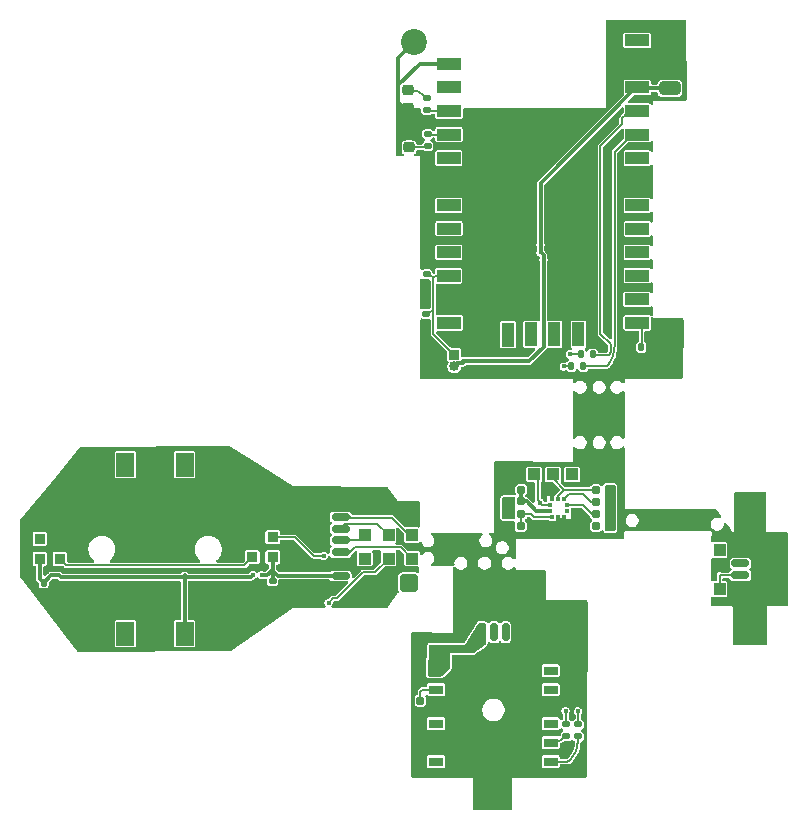
<source format=gbr>
%TF.GenerationSoftware,KiCad,Pcbnew,9.0.0*%
%TF.CreationDate,2025-03-27T23:54:47+01:00*%
%TF.ProjectId,flexpcb,666c6578-7063-4622-9e6b-696361645f70,rev?*%
%TF.SameCoordinates,Original*%
%TF.FileFunction,Copper,L2,Bot*%
%TF.FilePolarity,Positive*%
%FSLAX46Y46*%
G04 Gerber Fmt 4.6, Leading zero omitted, Abs format (unit mm)*
G04 Created by KiCad (PCBNEW 9.0.0) date 2025-03-27 23:54:47*
%MOMM*%
%LPD*%
G01*
G04 APERTURE LIST*
G04 Aperture macros list*
%AMRoundRect*
0 Rectangle with rounded corners*
0 $1 Rounding radius*
0 $2 $3 $4 $5 $6 $7 $8 $9 X,Y pos of 4 corners*
0 Add a 4 corners polygon primitive as box body*
4,1,4,$2,$3,$4,$5,$6,$7,$8,$9,$2,$3,0*
0 Add four circle primitives for the rounded corners*
1,1,$1+$1,$2,$3*
1,1,$1+$1,$4,$5*
1,1,$1+$1,$6,$7*
1,1,$1+$1,$8,$9*
0 Add four rect primitives between the rounded corners*
20,1,$1+$1,$2,$3,$4,$5,0*
20,1,$1+$1,$4,$5,$6,$7,0*
20,1,$1+$1,$6,$7,$8,$9,0*
20,1,$1+$1,$8,$9,$2,$3,0*%
G04 Aperture macros list end*
%TA.AperFunction,SMDPad,CuDef*%
%ADD10R,2.000000X1.000000*%
%TD*%
%TA.AperFunction,SMDPad,CuDef*%
%ADD11R,1.000000X2.000000*%
%TD*%
%TA.AperFunction,ComponentPad*%
%ADD12R,1.000000X1.000000*%
%TD*%
%TA.AperFunction,ComponentPad*%
%ADD13C,2.200000*%
%TD*%
%TA.AperFunction,ComponentPad*%
%ADD14RoundRect,0.225000X-0.525000X-0.525000X0.525000X-0.525000X0.525000X0.525000X-0.525000X0.525000X0*%
%TD*%
%TA.AperFunction,ComponentPad*%
%ADD15R,0.850000X0.850000*%
%TD*%
%TA.AperFunction,ComponentPad*%
%ADD16O,0.850000X0.850000*%
%TD*%
%TA.AperFunction,SMDPad,CuDef*%
%ADD17RoundRect,0.160000X-0.197500X-0.160000X0.197500X-0.160000X0.197500X0.160000X-0.197500X0.160000X0*%
%TD*%
%TA.AperFunction,SMDPad,CuDef*%
%ADD18RoundRect,0.135000X-0.185000X0.135000X-0.185000X-0.135000X0.185000X-0.135000X0.185000X0.135000X0*%
%TD*%
%TA.AperFunction,SMDPad,CuDef*%
%ADD19RoundRect,0.140000X0.170000X-0.140000X0.170000X0.140000X-0.170000X0.140000X-0.170000X-0.140000X0*%
%TD*%
%TA.AperFunction,SMDPad,CuDef*%
%ADD20RoundRect,0.155000X-0.155000X0.212500X-0.155000X-0.212500X0.155000X-0.212500X0.155000X0.212500X0*%
%TD*%
%TA.AperFunction,SMDPad,CuDef*%
%ADD21R,1.200000X0.800000*%
%TD*%
%TA.AperFunction,SMDPad,CuDef*%
%ADD22RoundRect,0.150000X0.625000X-0.150000X0.625000X0.150000X-0.625000X0.150000X-0.625000X-0.150000X0*%
%TD*%
%TA.AperFunction,SMDPad,CuDef*%
%ADD23RoundRect,0.250000X0.650000X-0.350000X0.650000X0.350000X-0.650000X0.350000X-0.650000X-0.350000X0*%
%TD*%
%TA.AperFunction,SMDPad,CuDef*%
%ADD24RoundRect,0.155000X0.212500X0.155000X-0.212500X0.155000X-0.212500X-0.155000X0.212500X-0.155000X0*%
%TD*%
%TA.AperFunction,SMDPad,CuDef*%
%ADD25RoundRect,0.250000X0.650000X-0.325000X0.650000X0.325000X-0.650000X0.325000X-0.650000X-0.325000X0*%
%TD*%
%TA.AperFunction,SMDPad,CuDef*%
%ADD26RoundRect,0.135000X-0.135000X-0.185000X0.135000X-0.185000X0.135000X0.185000X-0.135000X0.185000X0*%
%TD*%
%TA.AperFunction,SMDPad,CuDef*%
%ADD27RoundRect,0.140000X-0.140000X-0.170000X0.140000X-0.170000X0.140000X0.170000X-0.140000X0.170000X0*%
%TD*%
%TA.AperFunction,SMDPad,CuDef*%
%ADD28RoundRect,0.150000X-0.625000X0.150000X-0.625000X-0.150000X0.625000X-0.150000X0.625000X0.150000X0*%
%TD*%
%TA.AperFunction,SMDPad,CuDef*%
%ADD29RoundRect,0.250000X-0.650000X0.350000X-0.650000X-0.350000X0.650000X-0.350000X0.650000X0.350000X0*%
%TD*%
%TA.AperFunction,SMDPad,CuDef*%
%ADD30R,0.325000X0.300000*%
%TD*%
%TA.AperFunction,SMDPad,CuDef*%
%ADD31R,0.300000X0.325000*%
%TD*%
%TA.AperFunction,SMDPad,CuDef*%
%ADD32RoundRect,0.160000X0.197500X0.160000X-0.197500X0.160000X-0.197500X-0.160000X0.197500X-0.160000X0*%
%TD*%
%TA.AperFunction,SMDPad,CuDef*%
%ADD33RoundRect,0.218750X-0.256250X0.218750X-0.256250X-0.218750X0.256250X-0.218750X0.256250X0.218750X0*%
%TD*%
%TA.AperFunction,SMDPad,CuDef*%
%ADD34R,1.500000X2.000000*%
%TD*%
%TA.AperFunction,SMDPad,CuDef*%
%ADD35R,0.900000X0.900000*%
%TD*%
%TA.AperFunction,SMDPad,CuDef*%
%ADD36RoundRect,0.218750X0.256250X-0.218750X0.256250X0.218750X-0.256250X0.218750X-0.256250X-0.218750X0*%
%TD*%
%TA.AperFunction,SMDPad,CuDef*%
%ADD37RoundRect,0.150000X-0.150000X-0.625000X0.150000X-0.625000X0.150000X0.625000X-0.150000X0.625000X0*%
%TD*%
%TA.AperFunction,SMDPad,CuDef*%
%ADD38RoundRect,0.250000X-0.350000X-0.650000X0.350000X-0.650000X0.350000X0.650000X-0.350000X0.650000X0*%
%TD*%
%TA.AperFunction,SMDPad,CuDef*%
%ADD39RoundRect,0.135000X0.185000X-0.135000X0.185000X0.135000X-0.185000X0.135000X-0.185000X-0.135000X0*%
%TD*%
%TA.AperFunction,SMDPad,CuDef*%
%ADD40RoundRect,0.140000X-0.170000X0.140000X-0.170000X-0.140000X0.170000X-0.140000X0.170000X0.140000X0*%
%TD*%
%TA.AperFunction,ViaPad*%
%ADD41C,0.400000*%
%TD*%
%TA.AperFunction,Conductor*%
%ADD42C,0.300000*%
%TD*%
%TA.AperFunction,Conductor*%
%ADD43C,0.200000*%
%TD*%
%TA.AperFunction,Conductor*%
%ADD44C,0.150000*%
%TD*%
G04 APERTURE END LIST*
D10*
%TO.P,Tarvos1,1,ANT*%
%TO.N,unconnected-(Tarvos1-ANT-Pad1)*%
X143810000Y-69958848D03*
%TO.P,Tarvos1,2,GND*%
%TO.N,GND*%
X143830000Y-71948848D03*
%TO.P,Tarvos1,3,VCC*%
%TO.N,+3.3V*%
X143830000Y-73938848D03*
%TO.P,Tarvos1,4,UTXD*%
%TO.N,Net-(Tarvos1-UTXD)*%
X143840000Y-75938848D03*
%TO.P,Tarvos1,5,URXD*%
%TO.N,Net-(Tarvos1-URXD)*%
X143840000Y-77928848D03*
%TO.P,Tarvos1,6,/RTS*%
%TO.N,unconnected-(Tarvos1-{slash}RTS-Pad6)*%
X143830000Y-79918848D03*
%TO.P,Tarvos1,7,RSV*%
%TO.N,unconnected-(Tarvos1-RSV-Pad7)*%
X143820000Y-83908848D03*
%TO.P,Tarvos1,8,RSV*%
%TO.N,unconnected-(Tarvos1-RSV-Pad8)*%
X143820000Y-85908848D03*
%TO.P,Tarvos1,9,RSV*%
%TO.N,unconnected-(Tarvos1-RSV-Pad9)*%
X143820000Y-87898848D03*
%TO.P,Tarvos1,10,RSV*%
%TO.N,unconnected-(Tarvos1-RSV-Pad10)*%
X143830000Y-89868848D03*
%TO.P,Tarvos1,11,RSV*%
%TO.N,unconnected-(Tarvos1-RSV-Pad11)*%
X143810000Y-91888848D03*
%TO.P,Tarvos1,12,BOOT*%
%TO.N,Net-(Tarvos1-BOOT)*%
X143810000Y-93868848D03*
%TO.P,Tarvos1,13,RSV*%
%TO.N,unconnected-(Tarvos1-RSV-Pad13)*%
X127900000Y-93868848D03*
%TO.P,Tarvos1,14,WAKE-UP*%
%TO.N,GND*%
X127880000Y-91878848D03*
%TO.P,Tarvos1,15,MODE_1*%
%TO.N,Net-(Tarvos1-MODE_1)*%
X127870000Y-89888848D03*
%TO.P,Tarvos1,16,RSV*%
%TO.N,unconnected-(Tarvos1-RSV-Pad16)*%
X127880000Y-87888848D03*
%TO.P,Tarvos1,17,RSV*%
%TO.N,unconnected-(Tarvos1-RSV-Pad17)*%
X127890000Y-85898848D03*
%TO.P,Tarvos1,18,RSV*%
%TO.N,unconnected-(Tarvos1-RSV-Pad18)*%
X127880000Y-83918848D03*
%TO.P,Tarvos1,19,/RESET*%
%TO.N,unconnected-(Tarvos1-{slash}RESET-Pad19)*%
X127880000Y-79918848D03*
%TO.P,Tarvos1,20,RX_IND*%
%TO.N,Net-(Tarvos1-RX_IND)*%
X127890000Y-77928848D03*
%TO.P,Tarvos1,21,TX_IND*%
%TO.N,Net-(Tarvos1-TX_IND)*%
X127890000Y-75928848D03*
%TO.P,Tarvos1,22,RSV*%
%TO.N,unconnected-(Tarvos1-RSV-Pad22)*%
X127910000Y-73938848D03*
%TO.P,Tarvos1,23,GND*%
%TO.N,GND*%
X127900000Y-71938848D03*
D11*
%TO.P,Tarvos1,i1,TEST*%
%TO.N,unconnected-(Tarvos1-TEST-Padi1)*%
X138850000Y-94838848D03*
%TO.P,Tarvos1,i2,TEST*%
%TO.N,unconnected-(Tarvos1-TEST-Padi2)*%
X136820000Y-94838848D03*
%TO.P,Tarvos1,i3,TEST*%
%TO.N,unconnected-(Tarvos1-TEST-Padi3)*%
X134840000Y-94838848D03*
%TO.P,Tarvos1,i4,TEST*%
%TO.N,unconnected-(Tarvos1-TEST-Padi4)*%
X132880000Y-94858848D03*
%TD*%
D12*
%TO.P,,1*%
%TO.N,GND*%
X133500000Y-106700000D03*
%TD*%
%TO.P,,1*%
%TO.N,I2C1_SCL*%
X135100000Y-106700000D03*
%TD*%
%TO.P,,1*%
%TO.N,I2C1_SDA*%
X136700000Y-106700000D03*
%TD*%
%TO.P,,1*%
%TO.N,+3.3V*%
X138300000Y-106700000D03*
%TD*%
D13*
%TO.P,,1*%
%TO.N,GND*%
X140400000Y-106000000D03*
%TD*%
D12*
%TO.P,,1*%
%TO.N,exti1*%
X150800000Y-116400000D03*
%TD*%
%TO.P,,1*%
%TO.N,+3.3V*%
X150800000Y-113100000D03*
%TD*%
D14*
%TO.P,REF\u002A\u002A,1*%
%TO.N,+3.3V*%
X124500000Y-115900000D03*
%TD*%
D12*
%TO.P,REF\u002A\u002A5,1*%
%TO.N,EXTI0*%
X122770000Y-113840000D03*
%TD*%
%TO.P,REF\u002A\u002A4,1*%
%TO.N,exti3{slash}pwmled*%
X120770000Y-113840000D03*
%TD*%
%TO.P,REF\u002A\u002A3,1*%
%TO.N,swo*%
X124770000Y-111840000D03*
%TD*%
%TO.P,REF\u002A\u002A2,1*%
%TO.N,swclk*%
X122770000Y-111840000D03*
%TD*%
%TO.P,REF\u002A\u002A1,1*%
%TO.N,swdio*%
X120770000Y-111840000D03*
%TD*%
%TO.P,REF\u002A\u002A,1*%
%TO.N,nrst*%
X124770000Y-113840000D03*
%TD*%
D14*
%TO.P,REF\u002A\u002A,1*%
%TO.N,GND*%
X124500000Y-109800000D03*
%TD*%
D13*
%TO.P,,1*%
%TO.N,GND*%
X121810000Y-116590000D03*
%TD*%
%TO.P,,1*%
%TO.N,GND*%
X95150000Y-108720000D03*
%TD*%
%TO.P,,1*%
%TO.N,GND*%
X110860000Y-117630000D03*
%TD*%
%TO.P,,1*%
%TO.N,GND*%
X121700000Y-108970000D03*
%TD*%
%TO.P,,1*%
%TO.N,GND*%
X153370000Y-119800000D03*
%TD*%
%TO.P,REF\u002A\u002A,1*%
%TO.N,GND*%
X124930000Y-70128848D03*
%TD*%
%TO.P,,1*%
%TO.N,GND*%
X138121800Y-118701800D03*
%TD*%
%TO.P,,1*%
%TO.N,GND*%
X146320000Y-96978848D03*
%TD*%
%TO.P,,1*%
%TO.N,GND*%
X110880000Y-108450000D03*
%TD*%
%TO.P,,1*%
%TO.N,GND*%
X153420000Y-109540000D03*
%TD*%
%TO.P,,1*%
%TO.N,GND*%
X95190000Y-117880000D03*
%TD*%
D15*
%TO.P,SW1,1,1*%
%TO.N,Net-(Tarvos1-MODE_1)*%
X128330000Y-96548848D03*
D16*
%TO.P,SW1,2,2*%
%TO.N,+3.3V*%
X128330000Y-97548848D03*
%TD*%
D13*
%TO.P,,1*%
%TO.N,GND*%
X131601800Y-133771800D03*
%TD*%
D17*
%TO.P,R25,1*%
%TO.N,Net-(U3-SDO)*%
X140332500Y-109020000D03*
%TO.P,R25,2*%
%TO.N,+3.3V*%
X141527500Y-109020000D03*
%TD*%
D18*
%TO.P,R8,1*%
%TO.N,TX_GPS*%
X137810000Y-127850000D03*
%TO.P,R8,2*%
%TO.N,Net-(PA1010D1-TX)*%
X137810000Y-128870000D03*
%TD*%
D19*
%TO.P,C4,1*%
%TO.N,+3.3V*%
X127690000Y-121420000D03*
%TO.P,C4,2*%
%TO.N,GND*%
X127690000Y-120460000D03*
%TD*%
D20*
%TO.P,C5,1*%
%TO.N,Net-(PA1010D1-VBACKUP)*%
X125450000Y-125862500D03*
%TO.P,C5,2*%
%TO.N,GND*%
X125450000Y-126997500D03*
%TD*%
D18*
%TO.P,R5,1*%
%TO.N,Net-(Tarvos1-RX_IND)*%
X126090000Y-77878848D03*
%TO.P,R5,2*%
%TO.N,Net-(D2-A)*%
X126090000Y-78898848D03*
%TD*%
D21*
%TO.P,PA1010D1,1,I2C_SDA*%
%TO.N,unconnected-(PA1010D1-I2C_SDA-Pad1)*%
X136500000Y-123310000D03*
%TO.P,PA1010D1,2,I2C_SCL*%
%TO.N,unconnected-(PA1010D1-I2C_SCL-Pad2)*%
X136500000Y-124910000D03*
%TO.P,PA1010D1,3,1PPS*%
%TO.N,unconnected-(PA1010D1-1PPS-Pad3)*%
X136500000Y-127810000D03*
%TO.P,PA1010D1,4,TX*%
%TO.N,Net-(PA1010D1-TX)*%
X136500000Y-129410000D03*
%TO.P,PA1010D1,5,RX*%
%TO.N,Net-(PA1010D1-RX)*%
X136500000Y-131010000D03*
%TO.P,PA1010D1,6,NRESET*%
%TO.N,unconnected-(PA1010D1-NRESET-Pad6)*%
X126800000Y-131010000D03*
%TO.P,PA1010D1,7,GND*%
%TO.N,GND*%
X126800000Y-129410000D03*
%TO.P,PA1010D1,8,WAKE_UP*%
%TO.N,unconnected-(PA1010D1-WAKE_UP-Pad8)*%
X126800000Y-127810000D03*
%TO.P,PA1010D1,9,VBACKUP*%
%TO.N,Net-(PA1010D1-VBACKUP)*%
X126800000Y-124910000D03*
%TO.P,PA1010D1,10,VCC*%
%TO.N,+3.3V*%
X126800000Y-123310000D03*
%TD*%
D22*
%TO.P,U2,1,1*%
%TO.N,exti1*%
X152570000Y-115240000D03*
%TO.P,U2,2,2*%
%TO.N,+3.3V*%
X152570000Y-114240000D03*
D23*
%TO.P,U2,MP,MP*%
%TO.N,GND*%
X155095000Y-116540000D03*
X155095000Y-112940000D03*
%TD*%
D17*
%TO.P,R14,1*%
%TO.N,+3.3V*%
X132815000Y-110050000D03*
%TO.P,R14,2*%
%TO.N,Net-(U3-VDD)*%
X134010000Y-110050000D03*
%TD*%
D24*
%TO.P,C31,1*%
%TO.N,Net-(U3-VDDIO)*%
X134010000Y-107980000D03*
%TO.P,C31,2*%
%TO.N,GND*%
X132875000Y-107980000D03*
%TD*%
D25*
%TO.P,C1,1*%
%TO.N,+3.3V*%
X146600000Y-74020000D03*
%TO.P,C1,2*%
%TO.N,GND*%
X146600000Y-71070000D03*
%TD*%
D17*
%TO.P,R13,1*%
%TO.N,+3.3V*%
X132825000Y-108990000D03*
%TO.P,R13,2*%
%TO.N,Net-(U3-VDDIO)*%
X134020000Y-108990000D03*
%TD*%
D26*
%TO.P,R2,1*%
%TO.N,RX*%
X138230000Y-97518848D03*
%TO.P,R2,2*%
%TO.N,Net-(Tarvos1-URXD)*%
X139250000Y-97518848D03*
%TD*%
D27*
%TO.P,C7,1*%
%TO.N,+3.3V*%
X93580000Y-115860000D03*
%TO.P,C7,2*%
%TO.N,GND*%
X94540000Y-115860000D03*
%TD*%
D28*
%TO.P,U1,1,1*%
%TO.N,swo*%
X118710000Y-110290000D03*
%TO.P,U1,2,2*%
%TO.N,swclk*%
X118710000Y-111290000D03*
%TO.P,U1,3,3*%
%TO.N,swdio*%
X118710000Y-112290000D03*
%TO.P,U1,4,4*%
%TO.N,nrst*%
X118710000Y-113290000D03*
%TO.P,U1,5,5*%
%TO.N,GND*%
X118710000Y-114290000D03*
%TO.P,U1,6,6*%
%TO.N,+3.3V*%
X118710000Y-115290000D03*
D29*
%TO.P,U1,MP,MP*%
%TO.N,GND*%
X116185000Y-108990000D03*
X116185000Y-116590000D03*
%TD*%
D18*
%TO.P,R7,1*%
%TO.N,RX_GPS*%
X138830000Y-127860000D03*
%TO.P,R7,2*%
%TO.N,Net-(PA1010D1-RX)*%
X138830000Y-128880000D03*
%TD*%
D17*
%TO.P,R26,1*%
%TO.N,I2C1_SDA*%
X140332500Y-107990000D03*
%TO.P,R26,2*%
%TO.N,+3.3V*%
X141527500Y-107990000D03*
%TD*%
D30*
%TO.P,U3,1,VDDIO*%
%TO.N,Net-(U3-VDDIO)*%
X136400000Y-109785000D03*
%TO.P,U3,2,SCK*%
%TO.N,I2C1_SCL*%
X136400000Y-109285000D03*
D31*
%TO.P,U3,3,VSS_1*%
%TO.N,GND*%
X136650000Y-108760000D03*
%TO.P,U3,4,SDI*%
%TO.N,I2C1_SDA*%
X137150000Y-108760000D03*
%TO.P,U3,5,SDO*%
%TO.N,Net-(U3-SDO)*%
X137650000Y-108760000D03*
D30*
%TO.P,U3,6,CSB*%
%TO.N,Net-(U3-CSB)*%
X137900000Y-109285000D03*
%TO.P,U3,7,INT*%
%TO.N,unconnected-(U3-INT-Pad7)*%
X137900000Y-109785000D03*
D31*
%TO.P,U3,8,VSS_2*%
%TO.N,GND*%
X137650000Y-110310000D03*
%TO.P,U3,9,VSS_3*%
X137150000Y-110310000D03*
%TO.P,U3,10,VDD*%
%TO.N,Net-(U3-VDD)*%
X136650000Y-110310000D03*
%TD*%
D32*
%TO.P,R27,1*%
%TO.N,+3.3V*%
X141527500Y-111100000D03*
%TO.P,R27,2*%
%TO.N,I2C1_SCL*%
X140332500Y-111100000D03*
%TD*%
D33*
%TO.P,D2,1,K*%
%TO.N,GND*%
X124500000Y-77433848D03*
%TO.P,D2,2,A*%
%TO.N,Net-(D2-A)*%
X124500000Y-79008848D03*
%TD*%
D32*
%TO.P,R23,1*%
%TO.N,+3.3V*%
X141527500Y-110050000D03*
%TO.P,R23,2*%
%TO.N,Net-(U3-CSB)*%
X140332500Y-110050000D03*
%TD*%
D34*
%TO.P,SW2,1,1*%
%TO.N,+3.3V*%
X105500000Y-120190000D03*
X105500000Y-105890000D03*
%TO.P,SW2,2,2*%
%TO.N,EXTI0*%
X100500000Y-120190000D03*
X100500000Y-105890000D03*
%TD*%
D24*
%TO.P,C23,1*%
%TO.N,Net-(U3-VDD)*%
X133960000Y-111080000D03*
%TO.P,C23,2*%
%TO.N,GND*%
X132825000Y-111080000D03*
%TD*%
D35*
%TO.P,LED1,1,DOUT*%
%TO.N,Net-(LED1-DOUT)*%
X111250000Y-113720000D03*
%TO.P,LED1,2,VDD*%
%TO.N,+3.3V*%
X112950000Y-113720000D03*
%TO.P,LED1,3,DIN*%
%TO.N,exti3{slash}pwmled*%
X112950000Y-112020000D03*
%TO.P,LED1,4,GND*%
%TO.N,GND*%
X111250000Y-112020000D03*
%TD*%
D36*
%TO.P,D1,1,K*%
%TO.N,GND*%
X124440000Y-75696348D03*
%TO.P,D1,2,A*%
%TO.N,Net-(D1-A)*%
X124440000Y-74121348D03*
%TD*%
D37*
%TO.P,J2,1,Pin_1*%
%TO.N,+3.3V*%
X130690000Y-120060000D03*
%TO.P,J2,2,Pin_2*%
%TO.N,TX_GPS*%
X131690000Y-120060000D03*
%TO.P,J2,3,Pin_3*%
%TO.N,RX_GPS*%
X132690000Y-120060000D03*
%TO.P,J2,4,Pin_4*%
%TO.N,GND*%
X133690000Y-120060000D03*
D38*
%TO.P,J2,MP*%
X129390000Y-116185000D03*
X134990000Y-116185000D03*
%TD*%
D19*
%TO.P,C3,1*%
%TO.N,+3.3V*%
X126720000Y-121410000D03*
%TO.P,C3,2*%
%TO.N,GND*%
X126720000Y-120450000D03*
%TD*%
D26*
%TO.P,R1,1*%
%TO.N,TX*%
X139030000Y-96518848D03*
%TO.P,R1,2*%
%TO.N,Net-(Tarvos1-UTXD)*%
X140050000Y-96518848D03*
%TD*%
D35*
%TO.P,LED2,1,DOUT*%
%TO.N,unconnected-(LED2-DOUT-Pad1)*%
X93240000Y-112140000D03*
%TO.P,LED2,2,VDD*%
%TO.N,+3.3V*%
X93240000Y-113840000D03*
%TO.P,LED2,3,DIN*%
%TO.N,Net-(LED1-DOUT)*%
X94940000Y-113840000D03*
%TO.P,LED2,4,GND*%
%TO.N,GND*%
X94940000Y-112140000D03*
%TD*%
D19*
%TO.P,C2,1*%
%TO.N,Net-(Tarvos1-MODE_1)*%
X126000000Y-89748848D03*
%TO.P,C2,2*%
%TO.N,GND*%
X126000000Y-88788848D03*
%TD*%
D39*
%TO.P,R6,1*%
%TO.N,GND*%
X125940000Y-94108848D03*
%TO.P,R6,2*%
%TO.N,Net-(Tarvos1-MODE_1)*%
X125940000Y-93088848D03*
%TD*%
%TO.P,R4,1*%
%TO.N,Net-(Tarvos1-TX_IND)*%
X126010000Y-75818848D03*
%TO.P,R4,2*%
%TO.N,Net-(D1-A)*%
X126010000Y-74798848D03*
%TD*%
D26*
%TO.P,R3,1*%
%TO.N,GND*%
X143160000Y-95948848D03*
%TO.P,R3,2*%
%TO.N,Net-(Tarvos1-BOOT)*%
X144180000Y-95948848D03*
%TD*%
D40*
%TO.P,C6,1*%
%TO.N,+3.3V*%
X112950000Y-115740000D03*
%TO.P,C6,2*%
%TO.N,GND*%
X112950000Y-116700000D03*
%TD*%
D41*
%TO.N,GND*%
X140900000Y-111900000D03*
X142400000Y-111800000D03*
X142400000Y-110500000D03*
X142400000Y-109300000D03*
X142400000Y-108100000D03*
X142400000Y-106900000D03*
X142400000Y-105800000D03*
X137500000Y-105900000D03*
X135900000Y-105900000D03*
X134300000Y-105900000D03*
X133100000Y-105900000D03*
X132000000Y-105900000D03*
X132000000Y-106800000D03*
X132000000Y-107900000D03*
X132000000Y-109200000D03*
X132000000Y-110500000D03*
X132000000Y-111800000D03*
X133400000Y-111800000D03*
X134800000Y-111800000D03*
X136300000Y-111800000D03*
X137700000Y-111800000D03*
X139400000Y-111800000D03*
X134800000Y-108200000D03*
X135900000Y-107600000D03*
%TO.N,+3.3V*%
X133200000Y-109500000D03*
X132600000Y-109500000D03*
%TO.N,GND*%
X137700000Y-111200000D03*
%TO.N,+3.3V*%
X141600000Y-110600000D03*
X141600000Y-109500000D03*
X141600000Y-108500000D03*
%TO.N,GND*%
X135000000Y-116200000D03*
X134700000Y-115600000D03*
X135300000Y-115600000D03*
X135300000Y-116800000D03*
X134700000Y-116800000D03*
X129100000Y-116800000D03*
X129700000Y-116800000D03*
X129700000Y-115600000D03*
X129100000Y-115600000D03*
X129390000Y-116185000D03*
X138700000Y-92200000D03*
X138700000Y-93400000D03*
X138100000Y-93400000D03*
X138100000Y-92200000D03*
X132500000Y-93400000D03*
X133100000Y-93400000D03*
X133100000Y-92300000D03*
X132500000Y-92300000D03*
X126300000Y-97500000D03*
X126300000Y-76800000D03*
X145600000Y-69200000D03*
X146300000Y-69200000D03*
X147000000Y-69200000D03*
X147000000Y-69800000D03*
X146300000Y-69800000D03*
X145600000Y-69800000D03*
X146400000Y-94400000D03*
X143200000Y-97500000D03*
X136300000Y-97700000D03*
X134300000Y-92200000D03*
X133900000Y-94700000D03*
X130500000Y-86500000D03*
X136600000Y-78100000D03*
X130500000Y-78700000D03*
X131600000Y-80400000D03*
X134100000Y-80500000D03*
X143500000Y-81800000D03*
X141300000Y-94000000D03*
X141300000Y-91400000D03*
X141300000Y-86500000D03*
X141900000Y-78500000D03*
X141300000Y-85100000D03*
X141300000Y-80000000D03*
%TO.N,+3.3V*%
X135900000Y-88500000D03*
X135640000Y-87900000D03*
X135640000Y-87200000D03*
%TO.N,GND*%
X132800000Y-92800000D03*
X138400000Y-92800000D03*
X98300000Y-114900000D03*
X102700000Y-114900000D03*
X107000000Y-114900000D03*
X96200000Y-106500000D03*
X96200000Y-119700000D03*
X109900000Y-112100000D03*
X115100000Y-114000000D03*
X110400000Y-106100000D03*
X112300000Y-109700000D03*
X119500000Y-108900000D03*
X123200000Y-109700000D03*
X121800000Y-113800000D03*
X123800000Y-114000000D03*
X123800000Y-112000000D03*
X123200000Y-115700000D03*
X119500000Y-117300000D03*
%TO.N,EXTI0*%
X117690000Y-117570000D03*
%TO.N,+3.3V*%
X118200000Y-115300000D03*
X119200000Y-115300000D03*
%TO.N,GND*%
X132770000Y-76308848D03*
X141500000Y-72848848D03*
X135950000Y-76388848D03*
X133740000Y-120080000D03*
X125441800Y-128311800D03*
X137008766Y-76402423D03*
X130620000Y-76248848D03*
X132571690Y-83931534D03*
X125371800Y-131751800D03*
X150480000Y-112210000D03*
X130290000Y-91978848D03*
X113550000Y-108340000D03*
X125740000Y-95278848D03*
X133460000Y-96548848D03*
X153430000Y-117220000D03*
X125760000Y-91428848D03*
X131927639Y-88368333D03*
X92270000Y-115070000D03*
X140220000Y-91978848D03*
X155095000Y-112940000D03*
X130150000Y-83538848D03*
X116740000Y-110960000D03*
X92700000Y-110320000D03*
X116790000Y-114710000D03*
X137921800Y-123681800D03*
X99070000Y-109410000D03*
X97730000Y-120270000D03*
X137960000Y-76358848D03*
X131660000Y-76258848D03*
X150550000Y-117480000D03*
X135151800Y-124861800D03*
X134991800Y-122681800D03*
X128670000Y-119530000D03*
X103200000Y-105690000D03*
X137911800Y-125681800D03*
X97390000Y-106040000D03*
X138941800Y-131581800D03*
X116185000Y-116590000D03*
X102460000Y-117440000D03*
X140630000Y-76278848D03*
X141480000Y-70458848D03*
X137761800Y-129991800D03*
X139040000Y-76278848D03*
X132530000Y-96498848D03*
X138475495Y-84217779D03*
X125860000Y-86938848D03*
X141510000Y-71658848D03*
X138761740Y-88690359D03*
X133880000Y-76348848D03*
X107200000Y-110270000D03*
X118710000Y-114290000D03*
X107680000Y-116430000D03*
X129560000Y-76228848D03*
X114170000Y-116430000D03*
X125411800Y-123651800D03*
X108520000Y-120030000D03*
X108230000Y-105800000D03*
X155095000Y-116540000D03*
X98020000Y-116550000D03*
X139810000Y-76308848D03*
X141400000Y-77178848D03*
X116185000Y-108990000D03*
X135010000Y-76328848D03*
X141530000Y-73908848D03*
X125461800Y-120921800D03*
X134250000Y-78198848D03*
X141530000Y-74998848D03*
X138791800Y-121211800D03*
X141480000Y-69218848D03*
X153290000Y-112180000D03*
%TO.N,+3.3V*%
X152510000Y-114240000D03*
X111290000Y-115220000D03*
X105500000Y-105890000D03*
X105500000Y-115400000D03*
X112020000Y-115220000D03*
%TO.N,exti3{slash}pwmled*%
X117300000Y-113600000D03*
%TO.N,EXTI0*%
X100500000Y-105890000D03*
X100500000Y-120190000D03*
%TO.N,exti1*%
X152530000Y-115240000D03*
%TO.N,TX*%
X138110000Y-96518848D03*
%TO.N,RX*%
X137600000Y-97558848D03*
%TO.N,RX_GPS*%
X138801800Y-126741800D03*
X132680000Y-120120000D03*
%TO.N,TX_GPS*%
X137761800Y-126721800D03*
X131690000Y-120100000D03*
%TO.N,I2C1_SCL*%
X140332500Y-111100000D03*
X135600000Y-109100000D03*
%TD*%
D42*
%TO.N,+3.3V*%
X135900000Y-95878848D02*
X135900000Y-88500000D01*
X134678848Y-97100000D02*
X135900000Y-95878848D01*
X129056000Y-97274848D02*
X129056000Y-97100000D01*
X128604000Y-97274848D02*
X129056000Y-97274848D01*
X129056000Y-97100000D02*
X134678848Y-97100000D01*
X128330000Y-97548848D02*
X128604000Y-97274848D01*
%TO.N,GND*%
X137650000Y-110650000D02*
X137650000Y-110310000D01*
X137700000Y-111200000D02*
X137700000Y-110700000D01*
X137700000Y-110700000D02*
X137650000Y-110650000D01*
D43*
%TO.N,I2C1_SCL*%
X135400000Y-107000000D02*
X135100000Y-106700000D01*
X135400000Y-108900000D02*
X135400000Y-107000000D01*
X135785000Y-109285000D02*
X136400000Y-109285000D01*
X135600000Y-109100000D02*
X135785000Y-109285000D01*
X135600000Y-109100000D02*
X135400000Y-108900000D01*
D42*
%TO.N,GND*%
X136650000Y-108350000D02*
X135900000Y-107600000D01*
X136650000Y-108760000D02*
X136650000Y-108350000D01*
X137650000Y-110510000D02*
X137650000Y-110310000D01*
X137560000Y-110600000D02*
X137650000Y-110510000D01*
X137150000Y-110550000D02*
X137200000Y-110600000D01*
X137200000Y-110600000D02*
X137560000Y-110600000D01*
X137150000Y-110310000D02*
X137150000Y-110550000D01*
D44*
%TO.N,I2C1_SDA*%
X136700000Y-107034500D02*
X136700000Y-106700000D01*
X137655500Y-107990000D02*
X136700000Y-107034500D01*
%TO.N,exti1*%
X150800000Y-115200000D02*
X150840000Y-115240000D01*
X150800000Y-116400000D02*
X150800000Y-115200000D01*
X150840000Y-115240000D02*
X152570000Y-115240000D01*
%TO.N,Net-(Tarvos1-UTXD)*%
X140140000Y-96608848D02*
X140050000Y-96518848D01*
X141410000Y-96608848D02*
X140140000Y-96608848D01*
X141508647Y-96510201D02*
X141410000Y-96608848D01*
X141571118Y-96277710D02*
X141508647Y-96510201D01*
X141612147Y-95970426D02*
X141571118Y-96277710D01*
X141617403Y-95687918D02*
X141612147Y-95970426D01*
X140700000Y-94770515D02*
X141617403Y-95687918D01*
X140700000Y-78900000D02*
X140700000Y-94770515D01*
X142550000Y-77050000D02*
X140700000Y-78900000D01*
X143192237Y-76064963D02*
X142955573Y-76185546D01*
X142740685Y-76341666D02*
X142645026Y-76433823D01*
X143707194Y-75941337D02*
X143444851Y-75982887D01*
X142645026Y-76433823D02*
X142550000Y-76528849D01*
X142955573Y-76185546D02*
X142740685Y-76341666D01*
X143840000Y-75938848D02*
X143707194Y-75941337D01*
X143444851Y-75982887D02*
X143192237Y-76064963D01*
X142550000Y-76528849D02*
X142550000Y-77050000D01*
D42*
%TO.N,+3.3V*%
X135900000Y-88500000D02*
X135900000Y-88160000D01*
X135900000Y-88160000D02*
X135640000Y-87900000D01*
X135640000Y-87900000D02*
X135640000Y-87200000D01*
X135640000Y-87200000D02*
X135640000Y-82058848D01*
D44*
%TO.N,Net-(LED1-DOUT)*%
X95500000Y-114400000D02*
X94940000Y-113840000D01*
X110570000Y-114400000D02*
X95500000Y-114400000D01*
X111250000Y-113720000D02*
X110570000Y-114400000D01*
D42*
%TO.N,+3.3V*%
X111110000Y-115400000D02*
X105680000Y-115400000D01*
X105680000Y-115400000D02*
X105500000Y-115220000D01*
X111290000Y-115220000D02*
X111110000Y-115400000D01*
X105500000Y-115400000D02*
X105500000Y-115220000D01*
X94062450Y-115400000D02*
X94040000Y-115400000D01*
X94213450Y-115249000D02*
X94062450Y-115400000D01*
X95017550Y-115400000D02*
X94866550Y-115249000D01*
X94866550Y-115249000D02*
X94213450Y-115249000D01*
X94040000Y-115400000D02*
X93580000Y-115860000D01*
X105500000Y-115400000D02*
X95017550Y-115400000D01*
D44*
%TO.N,EXTI0*%
X118400000Y-117200000D02*
X118060000Y-117200000D01*
X120600000Y-115000000D02*
X118400000Y-117200000D01*
X121610000Y-115000000D02*
X120600000Y-115000000D01*
X118060000Y-117200000D02*
X117690000Y-117570000D01*
X122770000Y-113840000D02*
X121610000Y-115000000D01*
D42*
%TO.N,+3.3V*%
X113410000Y-115290000D02*
X118710000Y-115290000D01*
X113400000Y-115300000D02*
X113410000Y-115290000D01*
X112950000Y-114850000D02*
X113400000Y-115300000D01*
X112950000Y-114790000D02*
X112950000Y-114850000D01*
X112950000Y-115740000D02*
X112950000Y-114790000D01*
D44*
%TO.N,exti3{slash}pwmled*%
X114840000Y-112020000D02*
X112950000Y-112020000D01*
X116420000Y-113600000D02*
X114840000Y-112020000D01*
X117300000Y-113600000D02*
X116420000Y-113600000D01*
%TO.N,nrst*%
X123800000Y-112870000D02*
X124770000Y-113840000D01*
X119904999Y-112870000D02*
X123800000Y-112870000D01*
X118710000Y-113290000D02*
X119484999Y-113290000D01*
X119484999Y-113290000D02*
X119904999Y-112870000D01*
%TO.N,swdio*%
X120320000Y-112290000D02*
X120770000Y-111840000D01*
X118710000Y-112290000D02*
X120320000Y-112290000D01*
%TO.N,swclk*%
X121830000Y-110900000D02*
X122770000Y-111840000D01*
X119100000Y-110900000D02*
X121830000Y-110900000D01*
X118710000Y-111290000D02*
X119100000Y-110900000D01*
%TO.N,swo*%
X124540000Y-111840000D02*
X124770000Y-111840000D01*
X119594999Y-110400000D02*
X123100000Y-110400000D01*
X119484999Y-110290000D02*
X119594999Y-110400000D01*
X123100000Y-110400000D02*
X124540000Y-111840000D01*
X118710000Y-110290000D02*
X119484999Y-110290000D01*
D42*
%TO.N,GND*%
X123610000Y-76208848D02*
X123670000Y-76268848D01*
X127900000Y-71938848D02*
X125407814Y-71938848D01*
X124440000Y-75696348D02*
X124057500Y-75696348D01*
X123610000Y-73736662D02*
X123610000Y-71448848D01*
X123610000Y-73736662D02*
X123610000Y-75248848D01*
X124057500Y-75696348D02*
X123610000Y-75248848D01*
X123610000Y-71448848D02*
X124930000Y-70128848D01*
X125407814Y-71938848D02*
X123610000Y-73736662D01*
X123610000Y-75248848D02*
X123610000Y-76208848D01*
D44*
%TO.N,Net-(PA1010D1-VBACKUP)*%
X125450000Y-125862500D02*
X125450000Y-125070000D01*
X125836274Y-124910000D02*
X126800000Y-124910000D01*
X125450000Y-125070000D02*
G75*
G02*
X125836274Y-124909989I386300J-386300D01*
G01*
D42*
%TO.N,+3.3V*%
X105500000Y-115220000D02*
X105500000Y-120130000D01*
X112950000Y-113720000D02*
X112950000Y-114790000D01*
X105500000Y-120130000D02*
X105500000Y-120190000D01*
X143877500Y-73986348D02*
X143830000Y-73938848D01*
X145860000Y-73986348D02*
X143877500Y-73986348D01*
X112950000Y-114790000D02*
X112520000Y-115220000D01*
X143760000Y-73938848D02*
X143830000Y-73938848D01*
D43*
X152570000Y-114240000D02*
X152510000Y-114240000D01*
D42*
X93240000Y-115520000D02*
X93580000Y-115860000D01*
X93240000Y-113840000D02*
X93240000Y-115520000D01*
X135640000Y-82058848D02*
X143760000Y-73938848D01*
X112520000Y-115220000D02*
X112020000Y-115220000D01*
D44*
%TO.N,Net-(Tarvos1-MODE_1)*%
X126015847Y-89733001D02*
X126105481Y-89733001D01*
X126550000Y-92798848D02*
X126550000Y-94768848D01*
X126000000Y-89748848D02*
X126015847Y-89733001D01*
X125940000Y-93088848D02*
X125962777Y-93066071D01*
X126550000Y-94768848D02*
X128330000Y-96548848D01*
X126550000Y-90032990D02*
X126550000Y-92798848D01*
X127870000Y-89888848D02*
X126849705Y-89888848D01*
X125962777Y-93066071D02*
X126109682Y-93066071D01*
X126109682Y-93066071D02*
G75*
G03*
X126549985Y-92798833I-339782J1056171D01*
G01*
X126560000Y-90008848D02*
G75*
G03*
X126549981Y-90032990I24100J-24152D01*
G01*
X126849705Y-89888848D02*
G75*
G03*
X126559988Y-90008836I-5J-409752D01*
G01*
X126105481Y-89733001D02*
G75*
G02*
X126560004Y-90008844I-350781J-1090399D01*
G01*
%TO.N,Net-(D1-A)*%
X126010000Y-74798848D02*
X125963593Y-74752441D01*
X125963593Y-74752441D02*
G75*
G03*
X124440000Y-74121338I-1523593J-1523559D01*
G01*
%TO.N,Net-(D2-A)*%
X125824437Y-79008848D02*
X124500000Y-79008848D01*
X126090000Y-78898848D02*
G75*
G02*
X125824437Y-79008878I-265600J265548D01*
G01*
D43*
%TO.N,exti1*%
X152570000Y-115240000D02*
X152530000Y-115240000D01*
D44*
%TO.N,Net-(PA1010D1-TX)*%
X136500000Y-129410000D02*
X136506325Y-129410000D01*
X136506325Y-129410000D02*
G75*
G03*
X137809993Y-128869993I-25J1843700D01*
G01*
%TO.N,Net-(PA1010D1-RX)*%
X136500000Y-131010000D02*
X137892721Y-131010000D01*
X138830000Y-129181767D02*
X138830000Y-128880000D01*
X138110000Y-130920000D02*
G75*
G03*
X138829986Y-129181767I-1738200J1738200D01*
G01*
X137892721Y-131010000D02*
G75*
G03*
X138109994Y-130919994I-21J307300D01*
G01*
%TO.N,TX*%
X139030000Y-96518848D02*
X138110000Y-96518848D01*
%TO.N,Net-(Tarvos1-URXD)*%
X141920000Y-79358848D02*
X143003517Y-78275331D01*
X139250000Y-97518848D02*
X141290000Y-97518848D01*
X141290000Y-97518848D02*
X141360000Y-97448848D01*
X141360000Y-97446229D02*
X141371608Y-97434621D01*
X141360000Y-97448848D02*
X141360000Y-97446229D01*
X141920000Y-95819904D02*
X141920000Y-79358848D01*
X141371608Y-97434621D02*
G75*
G03*
X141919999Y-95819904I-2126608J1622721D01*
G01*
X143003517Y-78275331D02*
G75*
G02*
X143840000Y-77928844I836483J-836469D01*
G01*
%TO.N,RX*%
X138230000Y-97518848D02*
X137640000Y-97518848D01*
X137640000Y-97518848D02*
X137600000Y-97558848D01*
%TO.N,Net-(Tarvos1-BOOT)*%
X144200000Y-95928848D02*
X144200000Y-94258848D01*
X144180000Y-95948848D02*
X144200000Y-95928848D01*
X144200000Y-94258848D02*
X143810000Y-93868848D01*
%TO.N,Net-(Tarvos1-TX_IND)*%
X127890000Y-75928848D02*
X126275563Y-75928848D01*
X126275563Y-75928848D02*
G75*
G02*
X126010021Y-75818827I37J375548D01*
G01*
%TO.N,Net-(Tarvos1-RX_IND)*%
X127890000Y-77928848D02*
X126210710Y-77928848D01*
X126210710Y-77928848D02*
G75*
G02*
X126089987Y-77878861I-10J170748D01*
G01*
%TO.N,RX_GPS*%
X138830000Y-127860000D02*
X138830000Y-126770000D01*
X138830000Y-126770000D02*
X138801800Y-126741800D01*
%TO.N,TX_GPS*%
X137810000Y-126770000D02*
X137761800Y-126721800D01*
X137810000Y-127850000D02*
X137810000Y-126770000D01*
D43*
%TO.N,Net-(U3-VDD)*%
X134010000Y-110050000D02*
X134830000Y-110050000D01*
X134010000Y-111030000D02*
X133960000Y-111080000D01*
X136650000Y-110310000D02*
X135090000Y-110310000D01*
X135090000Y-110310000D02*
X134830000Y-110050000D01*
X134010000Y-110050000D02*
X134010000Y-111030000D01*
D42*
%TO.N,Net-(U3-VDDIO)*%
X134020000Y-108990000D02*
X134460000Y-108990000D01*
X134010000Y-108980000D02*
X134020000Y-108990000D01*
X135255000Y-109785000D02*
X136400000Y-109785000D01*
X134010000Y-107980000D02*
X134010000Y-108980000D01*
X134460000Y-108990000D02*
X135255000Y-109785000D01*
D44*
%TO.N,Net-(U3-CSB)*%
X140332500Y-110050000D02*
X139960000Y-110050000D01*
X139960000Y-110050000D02*
X139195000Y-109285000D01*
X139195000Y-109285000D02*
X137900000Y-109285000D01*
%TO.N,Net-(U3-SDO)*%
X139920000Y-109020000D02*
X139260000Y-108360000D01*
X140332500Y-109020000D02*
X139920000Y-109020000D01*
X139260000Y-108360000D02*
X138050000Y-108360000D01*
X138050000Y-108360000D02*
X137650000Y-108760000D01*
%TO.N,I2C1_SDA*%
X140332500Y-107990000D02*
X137655500Y-107990000D01*
X137655500Y-107990000D02*
X137150000Y-108495500D01*
X137150000Y-108495500D02*
X137150000Y-108760000D01*
%TD*%
%TA.AperFunction,Conductor*%
%TO.N,GND*%
G36*
X142608834Y-75617499D02*
G01*
X142664767Y-75659371D01*
X142689184Y-75724835D01*
X142689500Y-75733681D01*
X142689500Y-76034971D01*
X142669815Y-76102010D01*
X142625871Y-76140087D01*
X142626813Y-76141555D01*
X142616535Y-76148148D01*
X142601684Y-76162455D01*
X142588545Y-76173466D01*
X142571856Y-76185591D01*
X142571848Y-76185600D01*
X142571749Y-76185763D01*
X142552062Y-76210260D01*
X142528993Y-76232485D01*
X142521113Y-76238830D01*
X142487854Y-76272088D01*
X142486209Y-76273702D01*
X142452384Y-76306290D01*
X142445894Y-76314048D01*
X142422267Y-76337676D01*
X142422265Y-76337678D01*
X142358830Y-76401112D01*
X142358830Y-76401114D01*
X142324499Y-76483993D01*
X142324499Y-76588137D01*
X142324500Y-76588146D01*
X142324500Y-76905232D01*
X142304815Y-76972271D01*
X142288181Y-76992913D01*
X140508829Y-78772264D01*
X140498774Y-78796537D01*
X140498774Y-78796539D01*
X140488719Y-78820813D01*
X140474499Y-78855143D01*
X140474499Y-78959288D01*
X140474500Y-78959297D01*
X140474500Y-94715657D01*
X140474499Y-94715671D01*
X140474499Y-94815368D01*
X140474500Y-94815373D01*
X140498772Y-94873972D01*
X140508829Y-94898250D01*
X140508830Y-94898251D01*
X140572264Y-94961685D01*
X140572265Y-94961685D01*
X140589705Y-94979125D01*
X141352879Y-95742299D01*
X141368116Y-95770204D01*
X141384804Y-95797265D01*
X141385370Y-95801802D01*
X141386364Y-95803622D01*
X141389177Y-95832287D01*
X141387056Y-95946270D01*
X141385986Y-95960374D01*
X141350605Y-96225362D01*
X141347450Y-96241120D01*
X141333906Y-96291527D01*
X141297502Y-96351159D01*
X141234634Y-96381645D01*
X141214155Y-96383348D01*
X140591633Y-96383348D01*
X140524594Y-96363663D01*
X140478839Y-96310859D01*
X140468458Y-96273631D01*
X140468361Y-96272795D01*
X140467730Y-96267350D01*
X140450986Y-96229428D01*
X140424619Y-96169712D01*
X140424617Y-96169709D01*
X140424616Y-96169707D01*
X140349141Y-96094232D01*
X140349138Y-96094231D01*
X140349136Y-96094229D01*
X140251500Y-96051118D01*
X140251501Y-96051118D01*
X140227623Y-96048348D01*
X139872384Y-96048348D01*
X139872361Y-96048350D01*
X139848504Y-96051117D01*
X139848501Y-96051117D01*
X139750864Y-96094228D01*
X139750856Y-96094234D01*
X139675386Y-96169704D01*
X139675380Y-96169714D01*
X139653432Y-96219419D01*
X139644977Y-96229428D01*
X139640626Y-96241789D01*
X139622864Y-96255606D01*
X139608345Y-96272795D01*
X139595820Y-96276644D01*
X139585478Y-96284690D01*
X139563066Y-96286710D01*
X139541559Y-96293321D01*
X139528941Y-96289788D01*
X139515891Y-96290965D01*
X139495945Y-96280549D01*
X139474277Y-96274482D01*
X139464162Y-96263951D01*
X139453957Y-96258622D01*
X139440380Y-96239190D01*
X139432287Y-96230764D01*
X139429136Y-96225240D01*
X139404616Y-96169707D01*
X139387968Y-96153059D01*
X139379716Y-96138590D01*
X139375344Y-96120148D01*
X139366262Y-96103515D01*
X139367453Y-96086856D01*
X139363601Y-96070604D01*
X139369894Y-96052727D01*
X139371246Y-96033823D01*
X139381255Y-96020452D01*
X139386801Y-96004699D01*
X139401760Y-95993061D01*
X139413118Y-95977890D01*
X139418492Y-95974086D01*
X139458504Y-95947352D01*
X139491767Y-95897570D01*
X139496522Y-95873668D01*
X139500500Y-95853670D01*
X139500500Y-93824025D01*
X139491768Y-93780130D01*
X139491767Y-93780129D01*
X139491767Y-93780126D01*
X139458504Y-93730344D01*
X139438656Y-93717082D01*
X139408724Y-93697082D01*
X139408717Y-93697079D01*
X139364822Y-93688348D01*
X139364820Y-93688348D01*
X138335180Y-93688348D01*
X138335178Y-93688348D01*
X138291282Y-93697079D01*
X138291275Y-93697082D01*
X138241496Y-93730343D01*
X138241495Y-93730344D01*
X138208234Y-93780123D01*
X138208231Y-93780130D01*
X138199500Y-93824025D01*
X138199500Y-93824028D01*
X138199500Y-95853668D01*
X138199500Y-95853670D01*
X138199499Y-95853670D01*
X138208231Y-95897565D01*
X138208234Y-95897572D01*
X138241495Y-95947351D01*
X138250132Y-95955988D01*
X138247161Y-95958958D01*
X138277167Y-95994868D01*
X138285869Y-96064194D01*
X138255708Y-96127219D01*
X138196262Y-96163933D01*
X138163467Y-96168348D01*
X138156144Y-96168348D01*
X138063856Y-96168348D01*
X137974712Y-96192234D01*
X137974711Y-96192234D01*
X137974709Y-96192235D01*
X137974706Y-96192236D01*
X137894794Y-96238374D01*
X137894785Y-96238381D01*
X137829533Y-96303633D01*
X137829526Y-96303642D01*
X137783388Y-96383554D01*
X137783387Y-96383557D01*
X137783386Y-96383559D01*
X137783386Y-96383560D01*
X137773797Y-96419347D01*
X137759500Y-96472704D01*
X137759500Y-96564991D01*
X137783387Y-96654138D01*
X137783388Y-96654141D01*
X137829526Y-96734053D01*
X137829529Y-96734057D01*
X137829531Y-96734060D01*
X137894788Y-96799317D01*
X137894791Y-96799318D01*
X137894794Y-96799321D01*
X137974708Y-96845461D01*
X137974996Y-96845580D01*
X137975201Y-96845745D01*
X137981751Y-96849527D01*
X137981161Y-96850547D01*
X138029402Y-96889418D01*
X138051470Y-96955711D01*
X138034194Y-97023411D01*
X138006098Y-97056092D01*
X137993055Y-97066769D01*
X137930859Y-97094232D01*
X137855384Y-97169707D01*
X137848629Y-97185004D01*
X137826425Y-97203182D01*
X137809924Y-97210166D01*
X137796047Y-97221494D01*
X137778420Y-97223501D01*
X137762082Y-97230417D01*
X137744426Y-97227372D01*
X137726626Y-97229399D01*
X137715790Y-97227009D01*
X137646144Y-97208348D01*
X137553856Y-97208348D01*
X137464712Y-97232234D01*
X137464711Y-97232234D01*
X137464709Y-97232235D01*
X137464706Y-97232236D01*
X137384794Y-97278374D01*
X137384785Y-97278381D01*
X137319533Y-97343633D01*
X137319526Y-97343642D01*
X137273388Y-97423554D01*
X137273387Y-97423557D01*
X137273386Y-97423559D01*
X137273386Y-97423560D01*
X137249500Y-97512704D01*
X137249500Y-97604992D01*
X137266183Y-97667255D01*
X137273387Y-97694138D01*
X137273388Y-97694141D01*
X137319526Y-97774053D01*
X137319529Y-97774057D01*
X137319531Y-97774060D01*
X137384788Y-97839317D01*
X137384791Y-97839318D01*
X137384794Y-97839321D01*
X137464706Y-97885459D01*
X137464707Y-97885459D01*
X137464712Y-97885462D01*
X137553856Y-97909348D01*
X137553858Y-97909348D01*
X137646142Y-97909348D01*
X137646144Y-97909348D01*
X137735288Y-97885462D01*
X137740094Y-97882686D01*
X137807992Y-97866209D01*
X137874021Y-97889056D01*
X137889783Y-97902388D01*
X137930859Y-97943464D01*
X137930862Y-97943465D01*
X137930863Y-97943466D01*
X138028499Y-97986577D01*
X138028500Y-97986577D01*
X138028502Y-97986578D01*
X138052377Y-97989348D01*
X138407622Y-97989347D01*
X138431498Y-97986578D01*
X138529135Y-97943467D01*
X138529136Y-97943466D01*
X138529141Y-97943464D01*
X138604616Y-97867989D01*
X138620576Y-97831842D01*
X138626566Y-97818278D01*
X138671651Y-97764902D01*
X138738438Y-97744374D01*
X138805720Y-97763212D01*
X138852136Y-97815435D01*
X138853434Y-97818278D01*
X138862725Y-97839321D01*
X138875384Y-97867989D01*
X138950859Y-97943464D01*
X138950862Y-97943465D01*
X138950863Y-97943466D01*
X139048499Y-97986577D01*
X139048500Y-97986577D01*
X139048502Y-97986578D01*
X139072377Y-97989348D01*
X139427622Y-97989347D01*
X139451498Y-97986578D01*
X139549135Y-97943467D01*
X139549136Y-97943466D01*
X139549141Y-97943464D01*
X139624616Y-97867989D01*
X139642565Y-97827338D01*
X139646574Y-97818260D01*
X139691661Y-97764885D01*
X139758447Y-97744358D01*
X139760008Y-97744348D01*
X141245143Y-97744348D01*
X141245145Y-97744349D01*
X141334855Y-97744349D01*
X141393460Y-97720073D01*
X141417736Y-97710018D01*
X141481170Y-97646584D01*
X141481170Y-97646583D01*
X141487735Y-97640018D01*
X141487736Y-97640018D01*
X141505113Y-97622640D01*
X141514642Y-97615309D01*
X141514505Y-97615154D01*
X141523663Y-97607077D01*
X141523669Y-97607074D01*
X141528264Y-97601050D01*
X141535048Y-97592907D01*
X141537046Y-97590707D01*
X141551170Y-97576584D01*
X141552255Y-97573961D01*
X141560972Y-97564365D01*
X141561755Y-97563886D01*
X141562775Y-97562358D01*
X141562778Y-97562356D01*
X141562779Y-97562352D01*
X141563476Y-97561310D01*
X141578498Y-97535205D01*
X141632463Y-97464463D01*
X141775168Y-97236399D01*
X141896152Y-96996105D01*
X141994376Y-96745645D01*
X142068997Y-96487169D01*
X142119374Y-96222896D01*
X142145076Y-95955094D01*
X142145358Y-95865101D01*
X142145500Y-95864759D01*
X142145500Y-95820244D01*
X142145580Y-95793460D01*
X142145666Y-95764740D01*
X142145500Y-95763024D01*
X142145500Y-79503615D01*
X142165185Y-79436576D01*
X142181819Y-79415934D01*
X142982087Y-78615667D01*
X143043410Y-78582182D01*
X143069768Y-78579348D01*
X144854822Y-78579348D01*
X144898717Y-78570616D01*
X144898717Y-78570615D01*
X144898722Y-78570615D01*
X144948504Y-78537352D01*
X144954799Y-78527930D01*
X145008408Y-78483127D01*
X145077732Y-78474418D01*
X145140761Y-78504572D01*
X145177481Y-78564014D01*
X145181900Y-78597094D01*
X145180438Y-79263924D01*
X145160606Y-79330920D01*
X145107702Y-79376559D01*
X145038522Y-79386351D01*
X144975030Y-79357187D01*
X144953335Y-79332541D01*
X144944519Y-79319347D01*
X144938504Y-79310344D01*
X144899830Y-79284503D01*
X144888724Y-79277082D01*
X144888717Y-79277079D01*
X144844822Y-79268348D01*
X144844820Y-79268348D01*
X142815180Y-79268348D01*
X142815178Y-79268348D01*
X142771282Y-79277079D01*
X142771275Y-79277082D01*
X142721496Y-79310343D01*
X142721495Y-79310344D01*
X142688234Y-79360123D01*
X142688231Y-79360130D01*
X142679500Y-79404025D01*
X142679500Y-79404028D01*
X142679500Y-80433668D01*
X142679500Y-80433670D01*
X142679499Y-80433670D01*
X142688231Y-80477565D01*
X142688234Y-80477572D01*
X142721495Y-80527351D01*
X142721496Y-80527352D01*
X142771278Y-80560615D01*
X142771281Y-80560615D01*
X142771282Y-80560616D01*
X142815177Y-80569348D01*
X142815180Y-80569348D01*
X144844822Y-80569348D01*
X144888717Y-80560616D01*
X144888717Y-80560615D01*
X144888722Y-80560615D01*
X144938504Y-80527352D01*
X144950455Y-80509464D01*
X145004064Y-80464660D01*
X145073389Y-80455951D01*
X145136417Y-80486104D01*
X145173138Y-80545546D01*
X145177557Y-80578627D01*
X145171689Y-83255796D01*
X145151857Y-83322792D01*
X145098953Y-83368431D01*
X145029773Y-83378223D01*
X144966281Y-83349059D01*
X144944589Y-83324418D01*
X144928504Y-83300344D01*
X144928502Y-83300343D01*
X144928502Y-83300342D01*
X144878724Y-83267082D01*
X144878717Y-83267079D01*
X144834822Y-83258348D01*
X144834820Y-83258348D01*
X142805180Y-83258348D01*
X142805178Y-83258348D01*
X142761282Y-83267079D01*
X142761275Y-83267082D01*
X142711496Y-83300343D01*
X142711495Y-83300344D01*
X142678234Y-83350123D01*
X142678231Y-83350130D01*
X142669500Y-83394025D01*
X142669500Y-83394028D01*
X142669500Y-84423668D01*
X142669500Y-84423670D01*
X142669499Y-84423670D01*
X142678231Y-84467565D01*
X142678234Y-84467572D01*
X142684916Y-84477572D01*
X142711496Y-84517352D01*
X142761278Y-84550615D01*
X142761281Y-84550615D01*
X142761282Y-84550616D01*
X142805177Y-84559348D01*
X142805180Y-84559348D01*
X144834822Y-84559348D01*
X144878717Y-84550616D01*
X144878717Y-84550615D01*
X144878722Y-84550615D01*
X144928504Y-84517352D01*
X144941716Y-84497578D01*
X144995324Y-84452776D01*
X145064648Y-84444067D01*
X145127677Y-84474221D01*
X145164397Y-84533663D01*
X145168816Y-84566743D01*
X145167320Y-85249257D01*
X145147488Y-85316253D01*
X145094584Y-85361892D01*
X145025404Y-85371684D01*
X144961912Y-85342520D01*
X144940220Y-85317878D01*
X144928504Y-85300344D01*
X144928502Y-85300343D01*
X144928502Y-85300342D01*
X144878724Y-85267082D01*
X144878717Y-85267079D01*
X144834822Y-85258348D01*
X144834820Y-85258348D01*
X142805180Y-85258348D01*
X142805178Y-85258348D01*
X142761282Y-85267079D01*
X142761275Y-85267082D01*
X142711496Y-85300343D01*
X142711495Y-85300344D01*
X142678234Y-85350123D01*
X142678231Y-85350130D01*
X142669500Y-85394025D01*
X142669500Y-85394028D01*
X142669500Y-86423668D01*
X142669500Y-86423670D01*
X142669499Y-86423670D01*
X142678231Y-86467565D01*
X142678234Y-86467572D01*
X142704814Y-86507352D01*
X142711496Y-86517352D01*
X142761278Y-86550615D01*
X142761281Y-86550615D01*
X142761282Y-86550616D01*
X142805177Y-86559348D01*
X142805180Y-86559348D01*
X144834822Y-86559348D01*
X144878717Y-86550616D01*
X144878717Y-86550615D01*
X144878722Y-86550615D01*
X144928504Y-86517352D01*
X144937316Y-86504162D01*
X144990927Y-86459359D01*
X145060252Y-86450651D01*
X145123280Y-86480805D01*
X145159999Y-86540247D01*
X145164418Y-86573326D01*
X145162972Y-87232750D01*
X145143140Y-87299746D01*
X145090236Y-87345385D01*
X145021056Y-87355177D01*
X144957564Y-87326013D01*
X144935872Y-87301372D01*
X144928504Y-87290344D01*
X144928502Y-87290343D01*
X144928502Y-87290342D01*
X144878724Y-87257082D01*
X144878717Y-87257079D01*
X144834822Y-87248348D01*
X144834820Y-87248348D01*
X142805180Y-87248348D01*
X142805178Y-87248348D01*
X142761282Y-87257079D01*
X142761275Y-87257082D01*
X142711496Y-87290343D01*
X142711495Y-87290344D01*
X142678234Y-87340123D01*
X142678231Y-87340130D01*
X142669500Y-87384025D01*
X142669500Y-87384028D01*
X142669500Y-88413668D01*
X142669500Y-88413670D01*
X142669499Y-88413670D01*
X142678231Y-88457565D01*
X142678234Y-88457572D01*
X142711495Y-88507351D01*
X142711496Y-88507352D01*
X142761278Y-88540615D01*
X142761281Y-88540615D01*
X142761282Y-88540616D01*
X142805177Y-88549348D01*
X142805180Y-88549348D01*
X144834822Y-88549348D01*
X144878717Y-88540616D01*
X144878717Y-88540615D01*
X144878722Y-88540615D01*
X144928504Y-88507352D01*
X144932939Y-88500713D01*
X144986550Y-88455908D01*
X145055875Y-88447199D01*
X145118903Y-88477353D01*
X145155623Y-88536795D01*
X145160042Y-88569875D01*
X145158701Y-89181451D01*
X145138869Y-89248447D01*
X145085965Y-89294086D01*
X145016785Y-89303878D01*
X144953293Y-89274714D01*
X144947020Y-89268860D01*
X144938503Y-89260343D01*
X144888724Y-89227082D01*
X144888717Y-89227079D01*
X144844822Y-89218348D01*
X144844820Y-89218348D01*
X142815180Y-89218348D01*
X142815178Y-89218348D01*
X142771282Y-89227079D01*
X142771275Y-89227082D01*
X142721496Y-89260343D01*
X142721495Y-89260344D01*
X142688234Y-89310123D01*
X142688231Y-89310130D01*
X142679500Y-89354025D01*
X142679500Y-89354028D01*
X142679500Y-90383668D01*
X142679500Y-90383670D01*
X142679499Y-90383670D01*
X142688231Y-90427565D01*
X142688234Y-90427572D01*
X142721495Y-90477351D01*
X142721496Y-90477352D01*
X142771278Y-90510615D01*
X142771281Y-90510615D01*
X142771282Y-90510616D01*
X142815177Y-90519348D01*
X142815180Y-90519348D01*
X144844822Y-90519348D01*
X144888717Y-90510616D01*
X144888717Y-90510615D01*
X144888722Y-90510615D01*
X144938504Y-90477352D01*
X144938506Y-90477348D01*
X144943996Y-90471859D01*
X145005318Y-90438372D01*
X145075009Y-90443354D01*
X145130944Y-90485223D01*
X145155364Y-90550687D01*
X145155680Y-90559809D01*
X145154223Y-91224622D01*
X145134391Y-91291618D01*
X145081487Y-91337257D01*
X145012307Y-91347049D01*
X144948815Y-91317885D01*
X144927123Y-91293243D01*
X144918504Y-91280344D01*
X144918502Y-91280343D01*
X144918502Y-91280342D01*
X144868724Y-91247082D01*
X144868717Y-91247079D01*
X144824822Y-91238348D01*
X144824820Y-91238348D01*
X142795180Y-91238348D01*
X142795178Y-91238348D01*
X142751282Y-91247079D01*
X142751275Y-91247082D01*
X142701496Y-91280343D01*
X142701495Y-91280344D01*
X142668234Y-91330123D01*
X142668231Y-91330130D01*
X142659500Y-91374025D01*
X142659500Y-91374028D01*
X142659500Y-92403668D01*
X142659500Y-92403670D01*
X142659499Y-92403670D01*
X142668231Y-92447565D01*
X142668232Y-92447569D01*
X142668233Y-92447570D01*
X142701496Y-92497352D01*
X142751278Y-92530615D01*
X142751281Y-92530615D01*
X142751282Y-92530616D01*
X142795177Y-92539348D01*
X142795180Y-92539348D01*
X144824822Y-92539348D01*
X144868717Y-92530616D01*
X144868717Y-92530615D01*
X144868722Y-92530615D01*
X144918504Y-92497352D01*
X144924199Y-92488827D01*
X144977810Y-92444024D01*
X145047135Y-92435315D01*
X145110163Y-92465470D01*
X145146882Y-92524912D01*
X145151301Y-92557991D01*
X145149897Y-93198148D01*
X145130065Y-93265144D01*
X145077161Y-93310783D01*
X145007981Y-93320575D01*
X144944489Y-93291411D01*
X144922794Y-93266765D01*
X144918503Y-93260343D01*
X144868724Y-93227082D01*
X144868717Y-93227079D01*
X144824822Y-93218348D01*
X144824820Y-93218348D01*
X142795180Y-93218348D01*
X142795178Y-93218348D01*
X142751282Y-93227079D01*
X142751275Y-93227082D01*
X142701496Y-93260343D01*
X142701495Y-93260344D01*
X142668234Y-93310123D01*
X142668231Y-93310130D01*
X142659500Y-93354025D01*
X142659500Y-93354028D01*
X142659500Y-94383668D01*
X142659500Y-94383670D01*
X142659499Y-94383670D01*
X142668231Y-94427565D01*
X142668232Y-94427569D01*
X142668233Y-94427570D01*
X142701496Y-94477352D01*
X142751278Y-94510615D01*
X142751281Y-94510615D01*
X142751282Y-94510616D01*
X142795177Y-94519348D01*
X142795180Y-94519348D01*
X143850500Y-94519348D01*
X143917539Y-94539033D01*
X143963294Y-94591837D01*
X143974500Y-94643348D01*
X143974500Y-95402087D01*
X143954815Y-95469126D01*
X143902011Y-95514881D01*
X143900587Y-95515521D01*
X143880863Y-95524230D01*
X143880861Y-95524231D01*
X143880859Y-95524232D01*
X143880858Y-95524232D01*
X143880856Y-95524234D01*
X143805386Y-95599704D01*
X143805381Y-95599711D01*
X143762270Y-95697347D01*
X143759500Y-95721223D01*
X143759500Y-96176463D01*
X143759502Y-96176486D01*
X143762269Y-96200343D01*
X143762269Y-96200346D01*
X143805380Y-96297983D01*
X143805383Y-96297987D01*
X143805384Y-96297989D01*
X143880859Y-96373464D01*
X143880862Y-96373465D01*
X143880863Y-96373466D01*
X143978499Y-96416577D01*
X143978500Y-96416577D01*
X143978502Y-96416578D01*
X144002377Y-96419348D01*
X144357622Y-96419347D01*
X144381498Y-96416578D01*
X144479135Y-96373467D01*
X144479136Y-96373466D01*
X144479141Y-96373464D01*
X144554616Y-96297989D01*
X144597730Y-96200346D01*
X144600500Y-96176471D01*
X144600499Y-95721226D01*
X144597730Y-95697350D01*
X144597729Y-95697347D01*
X144554619Y-95599712D01*
X144554617Y-95599709D01*
X144554616Y-95599707D01*
X144479141Y-95524232D01*
X144479140Y-95524231D01*
X144471016Y-95516107D01*
X144471905Y-95515217D01*
X144435239Y-95470297D01*
X144425500Y-95422125D01*
X144425500Y-94643348D01*
X144445185Y-94576309D01*
X144497989Y-94530554D01*
X144549500Y-94519348D01*
X144824822Y-94519348D01*
X144868717Y-94510616D01*
X144868717Y-94510615D01*
X144868722Y-94510615D01*
X144918504Y-94477352D01*
X144951767Y-94427570D01*
X144960500Y-94383668D01*
X144960500Y-93511481D01*
X144966720Y-93490296D01*
X144968273Y-93468268D01*
X144976372Y-93457424D01*
X144980185Y-93444442D01*
X144996869Y-93429985D01*
X145010086Y-93412291D01*
X145022763Y-93407547D01*
X145032989Y-93398687D01*
X145054842Y-93395544D01*
X145075525Y-93387806D01*
X145088752Y-93390668D01*
X145102147Y-93388743D01*
X145122232Y-93397915D01*
X145143814Y-93402587D01*
X145161087Y-93415660D01*
X145165703Y-93417768D01*
X145172090Y-93423709D01*
X145172651Y-93424269D01*
X145178501Y-93430255D01*
X145178651Y-93430256D01*
X145178764Y-93430369D01*
X145178962Y-93430453D01*
X145178970Y-93430453D01*
X145178971Y-93430454D01*
X145199275Y-93430498D01*
X145200122Y-93430503D01*
X147625606Y-93458490D01*
X147692412Y-93478947D01*
X147737554Y-93532275D01*
X147748169Y-93583432D01*
X147710822Y-98457146D01*
X147690625Y-98524033D01*
X147637472Y-98569382D01*
X147587326Y-98580195D01*
X142800207Y-98599499D01*
X142800206Y-98599498D01*
X142799894Y-98599500D01*
X142779082Y-98599500D01*
X142778997Y-98599584D01*
X142778879Y-98599585D01*
X142778829Y-98599634D01*
X142778828Y-98599635D01*
X142764394Y-98614185D01*
X142764196Y-98614384D01*
X142749500Y-98629082D01*
X142749500Y-98629201D01*
X142749416Y-98629286D01*
X142749416Y-98629314D01*
X142749416Y-98629315D01*
X142749499Y-98649831D01*
X142749500Y-98650331D01*
X142749500Y-98871614D01*
X142729815Y-98938653D01*
X142677011Y-98984408D01*
X142607853Y-98994352D01*
X142544297Y-98965327D01*
X142537819Y-98959295D01*
X142438017Y-98859493D01*
X142438011Y-98859488D01*
X142312488Y-98787017D01*
X142312489Y-98787017D01*
X142301006Y-98783940D01*
X142172475Y-98749500D01*
X142027525Y-98749500D01*
X141898993Y-98783940D01*
X141887511Y-98787017D01*
X141761988Y-98859488D01*
X141761982Y-98859493D01*
X141659493Y-98961982D01*
X141659488Y-98961988D01*
X141587017Y-99087511D01*
X141587016Y-99087515D01*
X141549500Y-99227525D01*
X141549500Y-99241328D01*
X141549500Y-99372475D01*
X141587016Y-99512485D01*
X141587017Y-99512488D01*
X141659488Y-99638011D01*
X141659490Y-99638013D01*
X141659491Y-99638015D01*
X141761985Y-99740509D01*
X141761986Y-99740510D01*
X141761988Y-99740511D01*
X141887511Y-99812982D01*
X141887512Y-99812982D01*
X141887515Y-99812984D01*
X142027525Y-99850500D01*
X142027528Y-99850500D01*
X142172472Y-99850500D01*
X142172475Y-99850500D01*
X142312485Y-99812984D01*
X142438015Y-99740509D01*
X142537819Y-99640705D01*
X142599142Y-99607220D01*
X142668834Y-99612204D01*
X142724767Y-99654076D01*
X142749184Y-99719540D01*
X142749500Y-99728386D01*
X142749500Y-103571614D01*
X142729815Y-103638653D01*
X142677011Y-103684408D01*
X142607853Y-103694352D01*
X142544297Y-103665327D01*
X142537819Y-103659295D01*
X142438017Y-103559493D01*
X142438011Y-103559488D01*
X142312488Y-103487017D01*
X142312489Y-103487017D01*
X142301006Y-103483940D01*
X142172475Y-103449500D01*
X142027525Y-103449500D01*
X141898993Y-103483940D01*
X141887511Y-103487017D01*
X141761988Y-103559488D01*
X141761982Y-103559493D01*
X141659493Y-103661982D01*
X141659488Y-103661988D01*
X141587017Y-103787511D01*
X141587016Y-103787515D01*
X141549500Y-103927525D01*
X141549500Y-103941328D01*
X141549500Y-104072475D01*
X141587016Y-104212485D01*
X141587017Y-104212488D01*
X141659488Y-104338011D01*
X141659490Y-104338013D01*
X141659491Y-104338015D01*
X141761985Y-104440509D01*
X141761986Y-104440510D01*
X141761988Y-104440511D01*
X141887511Y-104512982D01*
X141887512Y-104512982D01*
X141887515Y-104512984D01*
X142027525Y-104550500D01*
X142027528Y-104550500D01*
X142172472Y-104550500D01*
X142172475Y-104550500D01*
X142312485Y-104512984D01*
X142438015Y-104440509D01*
X142537819Y-104340705D01*
X142599142Y-104307220D01*
X142668834Y-104312204D01*
X142724767Y-104354076D01*
X142749184Y-104419540D01*
X142749500Y-104428386D01*
X142749500Y-109620918D01*
X142779082Y-109650500D01*
X142820918Y-109650500D01*
X150507529Y-109650500D01*
X150574568Y-109670185D01*
X150610134Y-109704872D01*
X150943898Y-110196734D01*
X150965252Y-110263260D01*
X150947250Y-110330771D01*
X150895606Y-110377831D01*
X150826718Y-110389501D01*
X150809198Y-110386135D01*
X150744480Y-110368794D01*
X150672475Y-110349500D01*
X150527525Y-110349500D01*
X150398993Y-110383940D01*
X150387511Y-110387017D01*
X150261988Y-110459488D01*
X150261982Y-110459493D01*
X150159493Y-110561982D01*
X150159488Y-110561988D01*
X150087017Y-110687511D01*
X150087016Y-110687515D01*
X150049500Y-110827525D01*
X150049500Y-110841328D01*
X150049500Y-110972475D01*
X150082366Y-111095131D01*
X150087017Y-111112488D01*
X150159488Y-111238011D01*
X150159493Y-111238017D01*
X150247625Y-111326149D01*
X150251555Y-111333347D01*
X150259244Y-111338406D01*
X150261983Y-111340508D01*
X150387511Y-111412982D01*
X150387512Y-111412982D01*
X150387515Y-111412984D01*
X150527525Y-111450500D01*
X150527528Y-111450500D01*
X150672472Y-111450500D01*
X150672475Y-111450500D01*
X150812485Y-111412984D01*
X150938015Y-111340509D01*
X151040509Y-111238015D01*
X151112984Y-111112485D01*
X151150500Y-110972475D01*
X151150500Y-110904773D01*
X151170185Y-110837734D01*
X151222989Y-110791979D01*
X151292147Y-110782035D01*
X151355703Y-110811060D01*
X151377104Y-110835144D01*
X151650481Y-111238015D01*
X151865969Y-111555577D01*
X151879364Y-111575316D01*
X151879319Y-111580476D01*
X151890776Y-111592135D01*
X151897076Y-111601419D01*
X151897077Y-111601420D01*
X151899958Y-111605665D01*
X151900554Y-111606057D01*
X151903873Y-111608786D01*
X151907987Y-111610037D01*
X151908640Y-111610314D01*
X151908641Y-111610315D01*
X151924987Y-111610458D01*
X151941046Y-111613533D01*
X151945312Y-111610636D01*
X151950470Y-111610682D01*
X151950472Y-111610680D01*
X151950476Y-111610681D01*
X151962138Y-111599220D01*
X151975665Y-111590042D01*
X151976634Y-111584975D01*
X151980311Y-111581363D01*
X151980311Y-111581362D01*
X151980315Y-111581359D01*
X151980359Y-111576237D01*
X151982567Y-111553995D01*
X151983533Y-111548953D01*
X151983531Y-111548950D01*
X151983386Y-111548245D01*
X151980832Y-111522101D01*
X152005926Y-108653177D01*
X152008985Y-108303415D01*
X152029255Y-108236551D01*
X152082457Y-108191259D01*
X152132980Y-108180500D01*
X154644480Y-108180500D01*
X154711519Y-108200185D01*
X154757274Y-108252989D01*
X154768477Y-108305221D01*
X154762878Y-109265584D01*
X154749762Y-111514867D01*
X154749651Y-111533998D01*
X154749621Y-111539119D01*
X154749388Y-111539355D01*
X154749498Y-111559965D01*
X154749495Y-111560642D01*
X154749378Y-111580634D01*
X154749611Y-111581188D01*
X154763827Y-111595251D01*
X154764723Y-111596147D01*
X154778788Y-111610377D01*
X154778789Y-111610377D01*
X154779347Y-111610611D01*
X154779353Y-111610610D01*
X154779355Y-111610612D01*
X154799420Y-111610503D01*
X154800484Y-111610503D01*
X154820623Y-111610621D01*
X154820623Y-111610620D01*
X154842706Y-111610750D01*
X154845190Y-111610255D01*
X156475661Y-111601442D01*
X156542804Y-111620764D01*
X156588843Y-111673320D01*
X156600328Y-111724851D01*
X156628677Y-117696869D01*
X156609310Y-117764002D01*
X156556724Y-117810007D01*
X156506071Y-117821450D01*
X154901248Y-117839481D01*
X154901249Y-117839482D01*
X154899938Y-117839496D01*
X154879543Y-117839311D01*
X154879115Y-117839731D01*
X154878516Y-117839738D01*
X154878512Y-117839741D01*
X154878510Y-117839742D01*
X154865145Y-117853411D01*
X154863370Y-117855190D01*
X154849691Y-117868622D01*
X154849267Y-117869620D01*
X154849482Y-117888793D01*
X154849485Y-117891313D01*
X154821051Y-121009507D01*
X154800756Y-121076364D01*
X154747537Y-121121635D01*
X154699136Y-121132359D01*
X152064979Y-121176556D01*
X151997619Y-121157998D01*
X151950985Y-121105969D01*
X151938904Y-121053697D01*
X151938892Y-121052427D01*
X151910507Y-117920664D01*
X151910500Y-117919841D01*
X151910612Y-117899355D01*
X151910333Y-117899073D01*
X151910330Y-117898659D01*
X151910321Y-117898638D01*
X151896305Y-117884873D01*
X151895648Y-117884228D01*
X151881191Y-117869614D01*
X151880764Y-117869611D01*
X151880459Y-117869312D01*
X151880445Y-117869312D01*
X151880444Y-117869311D01*
X151860766Y-117869490D01*
X151858974Y-117869493D01*
X150185479Y-117860447D01*
X150118547Y-117840401D01*
X150073078Y-117787350D01*
X150062155Y-117735276D01*
X150062439Y-117705288D01*
X150067653Y-117154249D01*
X150087971Y-117087402D01*
X150141205Y-117042149D01*
X150210455Y-117032861D01*
X150239102Y-117040866D01*
X150241276Y-117041765D01*
X150241278Y-117041767D01*
X150252253Y-117043950D01*
X150285177Y-117050500D01*
X150285180Y-117050500D01*
X151314822Y-117050500D01*
X151358717Y-117041768D01*
X151358717Y-117041767D01*
X151358722Y-117041767D01*
X151408504Y-117008504D01*
X151441767Y-116958722D01*
X151450500Y-116914820D01*
X151450500Y-115885180D01*
X151450500Y-115885177D01*
X151441768Y-115841282D01*
X151441767Y-115841281D01*
X151441767Y-115841278D01*
X151408504Y-115791496D01*
X151408503Y-115791495D01*
X151358724Y-115758234D01*
X151358717Y-115758231D01*
X151314822Y-115749500D01*
X151314820Y-115749500D01*
X151149500Y-115749500D01*
X151140814Y-115746949D01*
X151131853Y-115748238D01*
X151107812Y-115737259D01*
X151082461Y-115729815D01*
X151076533Y-115722974D01*
X151068297Y-115719213D01*
X151054007Y-115696978D01*
X151036706Y-115677011D01*
X151034418Y-115666496D01*
X151030523Y-115660435D01*
X151025500Y-115625500D01*
X151025500Y-115589500D01*
X151045185Y-115522461D01*
X151097989Y-115476706D01*
X151149500Y-115465500D01*
X151569049Y-115465500D01*
X151636088Y-115485185D01*
X151681843Y-115537989D01*
X151682483Y-115539414D01*
X151692790Y-115562759D01*
X151692793Y-115562763D01*
X151692794Y-115562765D01*
X151772235Y-115642206D01*
X151875009Y-115687585D01*
X151900135Y-115690500D01*
X153239864Y-115690499D01*
X153239879Y-115690497D01*
X153239882Y-115690497D01*
X153264987Y-115687586D01*
X153264988Y-115687585D01*
X153264991Y-115687585D01*
X153367765Y-115642206D01*
X153447206Y-115562765D01*
X153492585Y-115459991D01*
X153495500Y-115434865D01*
X153495499Y-115045136D01*
X153495128Y-115041938D01*
X153492586Y-115020012D01*
X153492585Y-115020010D01*
X153492585Y-115020009D01*
X153447206Y-114917235D01*
X153367765Y-114837794D01*
X153359640Y-114829669D01*
X153362058Y-114827250D01*
X153330165Y-114788190D01*
X153322249Y-114718770D01*
X153353121Y-114656090D01*
X153359699Y-114650390D01*
X153359640Y-114650331D01*
X153395804Y-114614167D01*
X153447206Y-114562765D01*
X153492585Y-114459991D01*
X153495500Y-114434865D01*
X153495499Y-114045136D01*
X153495497Y-114045117D01*
X153492586Y-114020012D01*
X153492585Y-114020010D01*
X153492585Y-114020009D01*
X153447206Y-113917235D01*
X153367765Y-113837794D01*
X153316626Y-113815214D01*
X153264992Y-113792415D01*
X153239865Y-113789500D01*
X151900143Y-113789500D01*
X151900117Y-113789502D01*
X151875012Y-113792413D01*
X151875008Y-113792415D01*
X151772235Y-113837793D01*
X151692794Y-113917234D01*
X151647415Y-114020006D01*
X151647415Y-114020008D01*
X151644500Y-114045131D01*
X151644500Y-114434856D01*
X151644502Y-114434882D01*
X151647413Y-114459987D01*
X151647415Y-114459991D01*
X151692793Y-114562764D01*
X151780360Y-114650331D01*
X151777942Y-114652748D01*
X151809842Y-114691829D01*
X151817747Y-114761250D01*
X151790494Y-114819797D01*
X151777209Y-114835597D01*
X151772235Y-114837794D01*
X151692794Y-114917235D01*
X151675340Y-114956763D01*
X151663962Y-114970297D01*
X151648991Y-114980235D01*
X151637397Y-114993963D01*
X151620488Y-114999159D01*
X151605753Y-115008943D01*
X151587786Y-115009210D01*
X151570611Y-115014490D01*
X151569049Y-115014500D01*
X150966091Y-115014500D01*
X150918635Y-115005060D01*
X150903458Y-114998773D01*
X150903458Y-114998772D01*
X150844858Y-114974500D01*
X150844856Y-114974499D01*
X150844855Y-114974499D01*
X150755145Y-114974499D01*
X150755143Y-114974499D01*
X150720813Y-114988719D01*
X150696539Y-114998774D01*
X150696537Y-114998774D01*
X150672264Y-115008829D01*
X150608832Y-115072261D01*
X150608829Y-115072266D01*
X150604886Y-115081786D01*
X150599357Y-115095135D01*
X150574499Y-115155145D01*
X150574499Y-115244855D01*
X150574500Y-115244857D01*
X150574500Y-115269279D01*
X150574500Y-115625500D01*
X150554815Y-115692539D01*
X150502011Y-115738294D01*
X150450500Y-115749500D01*
X150285175Y-115749500D01*
X150230191Y-115760437D01*
X150160599Y-115754210D01*
X150105422Y-115711346D01*
X150082178Y-115645456D01*
X150082006Y-115637674D01*
X150098798Y-113863343D01*
X150119116Y-113796495D01*
X150172350Y-113751242D01*
X150241600Y-113741954D01*
X150246974Y-113742900D01*
X150267801Y-113747043D01*
X150285179Y-113750500D01*
X150285180Y-113750500D01*
X151314822Y-113750500D01*
X151358717Y-113741768D01*
X151358717Y-113741767D01*
X151358722Y-113741767D01*
X151408504Y-113708504D01*
X151441767Y-113658722D01*
X151441768Y-113658717D01*
X151450500Y-113614822D01*
X151450500Y-112585177D01*
X151441768Y-112541282D01*
X151441767Y-112541281D01*
X151441767Y-112541278D01*
X151424543Y-112515501D01*
X151408504Y-112491496D01*
X151408503Y-112491495D01*
X151358724Y-112458234D01*
X151358717Y-112458231D01*
X151314822Y-112449500D01*
X151314820Y-112449500D01*
X150285180Y-112449500D01*
X150261480Y-112454214D01*
X150191888Y-112447985D01*
X150136712Y-112405122D01*
X150113468Y-112339232D01*
X150113296Y-112331423D01*
X150120303Y-111591077D01*
X150120527Y-111590853D01*
X150120500Y-111570231D01*
X150120696Y-111549561D01*
X150120694Y-111549559D01*
X150120695Y-111549549D01*
X150120480Y-111549024D01*
X150106368Y-111534949D01*
X150105425Y-111533998D01*
X150095247Y-111523625D01*
X150093644Y-111520622D01*
X150091874Y-111519893D01*
X150090872Y-111519472D01*
X150070827Y-111519497D01*
X150070828Y-111519498D01*
X150070193Y-111519498D01*
X150049561Y-111519304D01*
X150049334Y-111519525D01*
X150025088Y-111519557D01*
X150025087Y-111519556D01*
X150025087Y-111519557D01*
X142780047Y-111528859D01*
X142759082Y-111528859D01*
X142759016Y-111528885D01*
X142744244Y-111543696D01*
X142744134Y-111543807D01*
X142729498Y-111558442D01*
X142729473Y-111558504D01*
X142729500Y-111579424D01*
X142729500Y-112034749D01*
X142709815Y-112101788D01*
X142657011Y-112147543D01*
X142605785Y-112158749D01*
X133580179Y-112179499D01*
X133580143Y-112179499D01*
X133579846Y-112179500D01*
X133559082Y-112179500D01*
X133559034Y-112179547D01*
X133558966Y-112179548D01*
X133558826Y-112179687D01*
X133558826Y-112179688D01*
X133544433Y-112194147D01*
X133544321Y-112194260D01*
X133544209Y-112194373D01*
X133529500Y-112209082D01*
X133529500Y-112209149D01*
X133529452Y-112209198D01*
X133529452Y-112209326D01*
X133529452Y-112209327D01*
X133529500Y-112230116D01*
X133529500Y-113751614D01*
X133509815Y-113818653D01*
X133457011Y-113864408D01*
X133387853Y-113874352D01*
X133324297Y-113845327D01*
X133317819Y-113839295D01*
X133238017Y-113759493D01*
X133238011Y-113759488D01*
X133112488Y-113687017D01*
X133112489Y-113687017D01*
X133099378Y-113683504D01*
X132972475Y-113649500D01*
X132827525Y-113649500D01*
X132700622Y-113683504D01*
X132687511Y-113687017D01*
X132561988Y-113759488D01*
X132561982Y-113759493D01*
X132459493Y-113861982D01*
X132459488Y-113861988D01*
X132387017Y-113987511D01*
X132387016Y-113987515D01*
X132349500Y-114127525D01*
X132349500Y-114141328D01*
X132349500Y-114272475D01*
X132383270Y-114398504D01*
X132387017Y-114412488D01*
X132459488Y-114538011D01*
X132459490Y-114538013D01*
X132459491Y-114538015D01*
X132561985Y-114640509D01*
X132561986Y-114640510D01*
X132561988Y-114640511D01*
X132687511Y-114712982D01*
X132687512Y-114712982D01*
X132687515Y-114712984D01*
X132827525Y-114750500D01*
X132827528Y-114750500D01*
X132972472Y-114750500D01*
X132972475Y-114750500D01*
X133112485Y-114712984D01*
X133238015Y-114640509D01*
X133317819Y-114560705D01*
X133379142Y-114527220D01*
X133448834Y-114532204D01*
X133504767Y-114574076D01*
X133529184Y-114639540D01*
X133529500Y-114648386D01*
X133529500Y-114740918D01*
X133559082Y-114770500D01*
X133600918Y-114770500D01*
X135974825Y-114770500D01*
X136041864Y-114790185D01*
X136087619Y-114842989D01*
X136098824Y-114894979D01*
X136089673Y-117264884D01*
X136089579Y-117289167D01*
X136089382Y-117289368D01*
X136089498Y-117310042D01*
X136089496Y-117310710D01*
X136089419Y-117330730D01*
X136089619Y-117331204D01*
X136103960Y-117345384D01*
X136104669Y-117346091D01*
X136118887Y-117360419D01*
X136118889Y-117360419D01*
X136119363Y-117360617D01*
X136119366Y-117360616D01*
X136119368Y-117360618D01*
X136139572Y-117360502D01*
X136140620Y-117360502D01*
X136160723Y-117360580D01*
X136160723Y-117360579D01*
X136183271Y-117360667D01*
X136185378Y-117360243D01*
X139494332Y-117341496D01*
X139561481Y-117360800D01*
X139607535Y-117413344D01*
X139619034Y-117465822D01*
X139587269Y-129481007D01*
X139582131Y-131424820D01*
X139579960Y-132245828D01*
X139560098Y-132312815D01*
X139507173Y-132358430D01*
X139455960Y-132369500D01*
X133300282Y-132369500D01*
X133279638Y-132369273D01*
X133279406Y-132369500D01*
X133279082Y-132369500D01*
X133264918Y-132383662D01*
X133264040Y-132384531D01*
X133249732Y-132398528D01*
X133249500Y-132399072D01*
X133249500Y-132418967D01*
X133249493Y-132420330D01*
X133221376Y-134978893D01*
X133200955Y-135045712D01*
X133147652Y-135090884D01*
X133098850Y-135101521D01*
X130064051Y-135137436D01*
X129996784Y-135118546D01*
X129950407Y-135066288D01*
X129938591Y-135014798D01*
X129938199Y-134978893D01*
X129910500Y-132439798D01*
X129910579Y-132419275D01*
X129910291Y-132418985D01*
X129910287Y-132418555D01*
X129910283Y-132418545D01*
X129896203Y-132404769D01*
X129896203Y-132404768D01*
X129895534Y-132404113D01*
X129881110Y-132389580D01*
X129880676Y-132389578D01*
X129880366Y-132389275D01*
X129880359Y-132389275D01*
X129860713Y-132389488D01*
X129858896Y-132389494D01*
X124793747Y-132370162D01*
X124726783Y-132350222D01*
X124681230Y-132297244D01*
X124670220Y-132246363D01*
X124668895Y-131424822D01*
X126049499Y-131424822D01*
X126058231Y-131468717D01*
X126058232Y-131468721D01*
X126058233Y-131468722D01*
X126091496Y-131518504D01*
X126141278Y-131551767D01*
X126141281Y-131551767D01*
X126141282Y-131551768D01*
X126185177Y-131560500D01*
X126185180Y-131560500D01*
X127414822Y-131560500D01*
X127458717Y-131551768D01*
X127458717Y-131551767D01*
X127458722Y-131551767D01*
X127508504Y-131518504D01*
X127541767Y-131468722D01*
X127550500Y-131424820D01*
X127550500Y-130595180D01*
X127550500Y-130595177D01*
X127541768Y-130551282D01*
X127541767Y-130551281D01*
X127541767Y-130551278D01*
X127508504Y-130501496D01*
X127479317Y-130481994D01*
X127458724Y-130468234D01*
X127458717Y-130468231D01*
X127414822Y-130459500D01*
X127414820Y-130459500D01*
X126185180Y-130459500D01*
X126185178Y-130459500D01*
X126141282Y-130468231D01*
X126141275Y-130468234D01*
X126091496Y-130501495D01*
X126091495Y-130501496D01*
X126058234Y-130551275D01*
X126058231Y-130551282D01*
X126049500Y-130595177D01*
X126049500Y-130595180D01*
X126049500Y-131424820D01*
X126049500Y-131424822D01*
X126049499Y-131424822D01*
X124668895Y-131424822D01*
X124668895Y-131424820D01*
X124663734Y-128224822D01*
X126049499Y-128224822D01*
X126058231Y-128268717D01*
X126058234Y-128268724D01*
X126082431Y-128304937D01*
X126091496Y-128318504D01*
X126141278Y-128351767D01*
X126141281Y-128351767D01*
X126141282Y-128351768D01*
X126185177Y-128360500D01*
X126185180Y-128360500D01*
X127414822Y-128360500D01*
X127458717Y-128351768D01*
X127458717Y-128351767D01*
X127458722Y-128351767D01*
X127508504Y-128318504D01*
X127541767Y-128268722D01*
X127544185Y-128256566D01*
X127550500Y-128224822D01*
X135749499Y-128224822D01*
X135758231Y-128268717D01*
X135758234Y-128268724D01*
X135782431Y-128304937D01*
X135791496Y-128318504D01*
X135841278Y-128351767D01*
X135841281Y-128351767D01*
X135841282Y-128351768D01*
X135885177Y-128360500D01*
X135885180Y-128360500D01*
X137114822Y-128360500D01*
X137158717Y-128351768D01*
X137158717Y-128351767D01*
X137158722Y-128351767D01*
X137208504Y-128318504D01*
X137241767Y-128268722D01*
X137241768Y-128268716D01*
X137246442Y-128257436D01*
X137249585Y-128258738D01*
X137272547Y-128214824D01*
X137333257Y-128180240D01*
X137403027Y-128183969D01*
X137425491Y-128194523D01*
X137438636Y-128202393D01*
X137460859Y-128224616D01*
X137517593Y-128249667D01*
X137524181Y-128253611D01*
X137542886Y-128273863D01*
X137563946Y-128291652D01*
X137566254Y-128299163D01*
X137571587Y-128304937D01*
X137576373Y-128332087D01*
X137584473Y-128358438D01*
X137582354Y-128366005D01*
X137583719Y-128373746D01*
X137573065Y-128399177D01*
X137565634Y-128425720D01*
X137559760Y-128430940D01*
X137556724Y-128438190D01*
X137534017Y-128453821D01*
X137513411Y-128472137D01*
X137510570Y-128473434D01*
X137460863Y-128495382D01*
X137460861Y-128495383D01*
X137460859Y-128495384D01*
X137460858Y-128495384D01*
X137460856Y-128495386D01*
X137385386Y-128570856D01*
X137385381Y-128570863D01*
X137342270Y-128668499D01*
X137339500Y-128692375D01*
X137339500Y-128757534D01*
X137319815Y-128824573D01*
X137267011Y-128870328D01*
X137197853Y-128880272D01*
X137168048Y-128872095D01*
X137158723Y-128868232D01*
X137114822Y-128859500D01*
X137114820Y-128859500D01*
X135885180Y-128859500D01*
X135885178Y-128859500D01*
X135841282Y-128868231D01*
X135841275Y-128868234D01*
X135791496Y-128901495D01*
X135791495Y-128901496D01*
X135758234Y-128951275D01*
X135758231Y-128951282D01*
X135749500Y-128995177D01*
X135749500Y-128995180D01*
X135749500Y-129824820D01*
X135749500Y-129824822D01*
X135749499Y-129824822D01*
X135758231Y-129868717D01*
X135758234Y-129868724D01*
X135791495Y-129918503D01*
X135791496Y-129918504D01*
X135841278Y-129951767D01*
X135841281Y-129951767D01*
X135841282Y-129951768D01*
X135885177Y-129960500D01*
X135885180Y-129960500D01*
X137114822Y-129960500D01*
X137158717Y-129951768D01*
X137158717Y-129951767D01*
X137158722Y-129951767D01*
X137208504Y-129918504D01*
X137241767Y-129868722D01*
X137250500Y-129824820D01*
X137250500Y-129582476D01*
X137270185Y-129515437D01*
X137320696Y-129470757D01*
X137508802Y-129380169D01*
X137621259Y-129309505D01*
X137687232Y-129290499D01*
X138037616Y-129290499D01*
X138037622Y-129290499D01*
X138061498Y-129287730D01*
X138159135Y-129244619D01*
X138159136Y-129244618D01*
X138159141Y-129244616D01*
X138227319Y-129176438D01*
X138228604Y-129175736D01*
X138229336Y-129174466D01*
X138259169Y-129159046D01*
X138288642Y-129142953D01*
X138290103Y-129143057D01*
X138291405Y-129142385D01*
X138324826Y-129145540D01*
X138358334Y-129147937D01*
X138359979Y-129148859D01*
X138360965Y-129148953D01*
X138365659Y-129152046D01*
X138391549Y-129166568D01*
X138404224Y-129176514D01*
X138405384Y-129179141D01*
X138480859Y-129254616D01*
X138533214Y-129277733D01*
X138545449Y-129287334D01*
X138557073Y-129303622D01*
X138572362Y-129316536D01*
X138576955Y-129331479D01*
X138586037Y-129344205D01*
X138587010Y-129364192D01*
X138592890Y-129383322D01*
X138592705Y-129391836D01*
X138590854Y-129424805D01*
X138589297Y-129438624D01*
X138549692Y-129671737D01*
X138546598Y-129685294D01*
X138481141Y-129912508D01*
X138476548Y-129925633D01*
X138386065Y-130144083D01*
X138380032Y-130156612D01*
X138265654Y-130363565D01*
X138258256Y-130375339D01*
X138121424Y-130568187D01*
X138112756Y-130579055D01*
X137966130Y-130743128D01*
X137906785Y-130779998D01*
X137873674Y-130784500D01*
X137374500Y-130784500D01*
X137307461Y-130764815D01*
X137261706Y-130712011D01*
X137250500Y-130660500D01*
X137250500Y-130595177D01*
X137241768Y-130551282D01*
X137241767Y-130551281D01*
X137241767Y-130551278D01*
X137208504Y-130501496D01*
X137179317Y-130481994D01*
X137158724Y-130468234D01*
X137158717Y-130468231D01*
X137114822Y-130459500D01*
X137114820Y-130459500D01*
X135885180Y-130459500D01*
X135885178Y-130459500D01*
X135841282Y-130468231D01*
X135841275Y-130468234D01*
X135791496Y-130501495D01*
X135791495Y-130501496D01*
X135758234Y-130551275D01*
X135758231Y-130551282D01*
X135749500Y-130595177D01*
X135749500Y-130595180D01*
X135749500Y-131424820D01*
X135749500Y-131424822D01*
X135749499Y-131424822D01*
X135758231Y-131468717D01*
X135758232Y-131468721D01*
X135758233Y-131468722D01*
X135791496Y-131518504D01*
X135841278Y-131551767D01*
X135841281Y-131551767D01*
X135841282Y-131551768D01*
X135885177Y-131560500D01*
X135885180Y-131560500D01*
X137114822Y-131560500D01*
X137158717Y-131551768D01*
X137158717Y-131551767D01*
X137158722Y-131551767D01*
X137208504Y-131518504D01*
X137241767Y-131468722D01*
X137250500Y-131424820D01*
X137250500Y-131359500D01*
X137270185Y-131292461D01*
X137322989Y-131246706D01*
X137374500Y-131235500D01*
X137835336Y-131235500D01*
X137841432Y-131235503D01*
X137841459Y-131235510D01*
X137892736Y-131235507D01*
X137892736Y-131235508D01*
X137945209Y-131235505D01*
X138048136Y-131215026D01*
X138048137Y-131215025D01*
X138048139Y-131215025D01*
X138048141Y-131215024D01*
X138062372Y-131209128D01*
X138145091Y-131174862D01*
X138232349Y-131116556D01*
X138233292Y-131115611D01*
X138233373Y-131115549D01*
X138269461Y-131079461D01*
X138269462Y-131079462D01*
X138376035Y-130972890D01*
X138563974Y-130737221D01*
X138724345Y-130481991D01*
X138855129Y-130210409D01*
X138954684Y-129925892D01*
X139021756Y-129632017D01*
X139050129Y-129380169D01*
X139050287Y-129378771D01*
X139077352Y-129314357D01*
X139123417Y-129279220D01*
X139179141Y-129254616D01*
X139254616Y-129179141D01*
X139297730Y-129081498D01*
X139300500Y-129057623D01*
X139300499Y-128702378D01*
X139297730Y-128678502D01*
X139293315Y-128668502D01*
X139254619Y-128580864D01*
X139254617Y-128580861D01*
X139254616Y-128580859D01*
X139179141Y-128505384D01*
X139155587Y-128494984D01*
X139129428Y-128483433D01*
X139076053Y-128438346D01*
X139055526Y-128371560D01*
X139074365Y-128304278D01*
X139126589Y-128257862D01*
X139129344Y-128256603D01*
X139179141Y-128234616D01*
X139254616Y-128159141D01*
X139297730Y-128061498D01*
X139300500Y-128037623D01*
X139300499Y-127682378D01*
X139297730Y-127658502D01*
X139276535Y-127610500D01*
X139254619Y-127560864D01*
X139254617Y-127560861D01*
X139254616Y-127560859D01*
X139179141Y-127485384D01*
X139153121Y-127473895D01*
X139129412Y-127463426D01*
X139076037Y-127418339D01*
X139055510Y-127351553D01*
X139055500Y-127349992D01*
X139055500Y-127033989D01*
X139075185Y-126966950D01*
X139081130Y-126958495D01*
X139082259Y-126957021D01*
X139082269Y-126957012D01*
X139128414Y-126877088D01*
X139152300Y-126787944D01*
X139152300Y-126695656D01*
X139128414Y-126606512D01*
X139116867Y-126586512D01*
X139082273Y-126526594D01*
X139082270Y-126526591D01*
X139082269Y-126526588D01*
X139017012Y-126461331D01*
X139017009Y-126461329D01*
X139017005Y-126461326D01*
X138937093Y-126415188D01*
X138937090Y-126415187D01*
X138937089Y-126415186D01*
X138937088Y-126415186D01*
X138847944Y-126391300D01*
X138755656Y-126391300D01*
X138666512Y-126415186D01*
X138666511Y-126415186D01*
X138666509Y-126415187D01*
X138666506Y-126415188D01*
X138586594Y-126461326D01*
X138586585Y-126461333D01*
X138521333Y-126526585D01*
X138521326Y-126526594D01*
X138475188Y-126606506D01*
X138475187Y-126606509D01*
X138475186Y-126606511D01*
X138475186Y-126606512D01*
X138451300Y-126695656D01*
X138451300Y-126787944D01*
X138469828Y-126857093D01*
X138475187Y-126877090D01*
X138475188Y-126877093D01*
X138521326Y-126957005D01*
X138521333Y-126957014D01*
X138568181Y-127003862D01*
X138601666Y-127065185D01*
X138604500Y-127091543D01*
X138604500Y-127349992D01*
X138584815Y-127417031D01*
X138554598Y-127449417D01*
X138543377Y-127457778D01*
X138480859Y-127485384D01*
X138406317Y-127559925D01*
X138399098Y-127565306D01*
X138374438Y-127574443D01*
X138351358Y-127587047D01*
X138342196Y-127586391D01*
X138333582Y-127589584D01*
X138307896Y-127583938D01*
X138281666Y-127582063D01*
X138272469Y-127576152D01*
X138265341Y-127574586D01*
X138257003Y-127566212D01*
X138237319Y-127553562D01*
X138159143Y-127475386D01*
X138159141Y-127475384D01*
X138126397Y-127460926D01*
X138109412Y-127453426D01*
X138056037Y-127408339D01*
X138035510Y-127341553D01*
X138035500Y-127339992D01*
X138035500Y-126981962D01*
X138052114Y-126919961D01*
X138088411Y-126857093D01*
X138088410Y-126857093D01*
X138088414Y-126857088D01*
X138112300Y-126767944D01*
X138112300Y-126675656D01*
X138088414Y-126586512D01*
X138076793Y-126566384D01*
X138042273Y-126506594D01*
X138042270Y-126506591D01*
X138042269Y-126506588D01*
X137977012Y-126441331D01*
X137977009Y-126441329D01*
X137977005Y-126441326D01*
X137897093Y-126395188D01*
X137897090Y-126395187D01*
X137897089Y-126395186D01*
X137897088Y-126395186D01*
X137807944Y-126371300D01*
X137715656Y-126371300D01*
X137626512Y-126395186D01*
X137626511Y-126395186D01*
X137626509Y-126395187D01*
X137626506Y-126395188D01*
X137546594Y-126441326D01*
X137546585Y-126441333D01*
X137481333Y-126506585D01*
X137481326Y-126506594D01*
X137435188Y-126586506D01*
X137435187Y-126586509D01*
X137435186Y-126586511D01*
X137435186Y-126586512D01*
X137411300Y-126675656D01*
X137411300Y-126767944D01*
X137416658Y-126787942D01*
X137435187Y-126857090D01*
X137435188Y-126857093D01*
X137481326Y-126937005D01*
X137481333Y-126937014D01*
X137548181Y-127003862D01*
X137562884Y-127030789D01*
X137579477Y-127056608D01*
X137580368Y-127062808D01*
X137581666Y-127065185D01*
X137584500Y-127091543D01*
X137584500Y-127339992D01*
X137564815Y-127407031D01*
X137512011Y-127452786D01*
X137510588Y-127453426D01*
X137487941Y-127463426D01*
X137460859Y-127475384D01*
X137460857Y-127475385D01*
X137451382Y-127481877D01*
X137450480Y-127480561D01*
X137400606Y-127507791D01*
X137330915Y-127502802D01*
X137274985Y-127460926D01*
X137251772Y-127401138D01*
X137251689Y-127401155D01*
X137251594Y-127400678D01*
X137250854Y-127398772D01*
X137250500Y-127395179D01*
X137241768Y-127351282D01*
X137241767Y-127351281D01*
X137241767Y-127351278D01*
X137208504Y-127301496D01*
X137208371Y-127301407D01*
X137158724Y-127268234D01*
X137158717Y-127268231D01*
X137114822Y-127259500D01*
X137114820Y-127259500D01*
X135885180Y-127259500D01*
X135885178Y-127259500D01*
X135841282Y-127268231D01*
X135841275Y-127268234D01*
X135791496Y-127301495D01*
X135791495Y-127301496D01*
X135758234Y-127351275D01*
X135758231Y-127351282D01*
X135749500Y-127395177D01*
X135749500Y-127395179D01*
X135749500Y-127395180D01*
X135749500Y-128224820D01*
X135749500Y-128224822D01*
X135749499Y-128224822D01*
X127550500Y-128224822D01*
X127550500Y-127395177D01*
X127541768Y-127351282D01*
X127541767Y-127351281D01*
X127541767Y-127351278D01*
X127508504Y-127301496D01*
X127508371Y-127301407D01*
X127458724Y-127268234D01*
X127458717Y-127268231D01*
X127414822Y-127259500D01*
X127414820Y-127259500D01*
X126185180Y-127259500D01*
X126185178Y-127259500D01*
X126141282Y-127268231D01*
X126141275Y-127268234D01*
X126091496Y-127301495D01*
X126091495Y-127301496D01*
X126058234Y-127351275D01*
X126058231Y-127351282D01*
X126049500Y-127395177D01*
X126049500Y-127395179D01*
X126049500Y-127395180D01*
X126049500Y-128224820D01*
X126049500Y-128224822D01*
X126049499Y-128224822D01*
X124663734Y-128224822D01*
X124662401Y-127398299D01*
X124662386Y-127389288D01*
X124661560Y-126877088D01*
X124661059Y-126566379D01*
X130699500Y-126566379D01*
X130699500Y-126753620D01*
X130736025Y-126937243D01*
X130736027Y-126937251D01*
X130807676Y-127110228D01*
X130807681Y-127110237D01*
X130911697Y-127265907D01*
X130911700Y-127265911D01*
X131044088Y-127398299D01*
X131044092Y-127398302D01*
X131199762Y-127502318D01*
X131199771Y-127502323D01*
X131212972Y-127507791D01*
X131372749Y-127573973D01*
X131556379Y-127610499D01*
X131556383Y-127610500D01*
X131556384Y-127610500D01*
X131743617Y-127610500D01*
X131743618Y-127610499D01*
X131927251Y-127573973D01*
X132100231Y-127502322D01*
X132255908Y-127398302D01*
X132304218Y-127349992D01*
X132352804Y-127301407D01*
X132388299Y-127265911D01*
X132388302Y-127265908D01*
X132492322Y-127110231D01*
X132563973Y-126937251D01*
X132600500Y-126753616D01*
X132600500Y-126566384D01*
X132563973Y-126382749D01*
X132492322Y-126209769D01*
X132492321Y-126209768D01*
X132492318Y-126209762D01*
X132388302Y-126054092D01*
X132388299Y-126054088D01*
X132255911Y-125921700D01*
X132255907Y-125921697D01*
X132100237Y-125817681D01*
X132100228Y-125817676D01*
X131927251Y-125746027D01*
X131927243Y-125746025D01*
X131743620Y-125709500D01*
X131743616Y-125709500D01*
X131556384Y-125709500D01*
X131556379Y-125709500D01*
X131372756Y-125746025D01*
X131372748Y-125746027D01*
X131199771Y-125817676D01*
X131199762Y-125817681D01*
X131044092Y-125921697D01*
X131044088Y-125921700D01*
X130911700Y-126054088D01*
X130911697Y-126054092D01*
X130807681Y-126209762D01*
X130807676Y-126209771D01*
X130736027Y-126382748D01*
X130736025Y-126382756D01*
X130699500Y-126566379D01*
X124661059Y-126566379D01*
X124660484Y-126209769D01*
X124659507Y-125604380D01*
X124989500Y-125604380D01*
X124989500Y-126120619D01*
X124992463Y-126146156D01*
X124992463Y-126146158D01*
X125038597Y-126250640D01*
X125119360Y-126331403D01*
X125223844Y-126377537D01*
X125249384Y-126380500D01*
X125249386Y-126380500D01*
X125650614Y-126380500D01*
X125650616Y-126380500D01*
X125676156Y-126377537D01*
X125780640Y-126331403D01*
X125861403Y-126250640D01*
X125907537Y-126146156D01*
X125910500Y-126120616D01*
X125910500Y-125604384D01*
X125907537Y-125578844D01*
X125902373Y-125567150D01*
X125893302Y-125497874D01*
X125923124Y-125434688D01*
X125982373Y-125397657D01*
X126052237Y-125398536D01*
X126084698Y-125413962D01*
X126091496Y-125418504D01*
X126141278Y-125451767D01*
X126141281Y-125451767D01*
X126141282Y-125451768D01*
X126185177Y-125460500D01*
X126185180Y-125460500D01*
X127414822Y-125460500D01*
X127458717Y-125451768D01*
X127458717Y-125451767D01*
X127458722Y-125451767D01*
X127508504Y-125418504D01*
X127541767Y-125368722D01*
X127546011Y-125347386D01*
X127550500Y-125324822D01*
X135749499Y-125324822D01*
X135758231Y-125368717D01*
X135758234Y-125368724D01*
X135778154Y-125398536D01*
X135791496Y-125418504D01*
X135841278Y-125451767D01*
X135841281Y-125451767D01*
X135841282Y-125451768D01*
X135885177Y-125460500D01*
X135885180Y-125460500D01*
X137114822Y-125460500D01*
X137158717Y-125451768D01*
X137158717Y-125451767D01*
X137158722Y-125451767D01*
X137208504Y-125418504D01*
X137241767Y-125368722D01*
X137246011Y-125347386D01*
X137250500Y-125324822D01*
X137250500Y-124495177D01*
X137241768Y-124451282D01*
X137241767Y-124451281D01*
X137241767Y-124451278D01*
X137208504Y-124401496D01*
X137208503Y-124401495D01*
X137158724Y-124368234D01*
X137158717Y-124368231D01*
X137114822Y-124359500D01*
X137114820Y-124359500D01*
X135885180Y-124359500D01*
X135885178Y-124359500D01*
X135841282Y-124368231D01*
X135841275Y-124368234D01*
X135791496Y-124401495D01*
X135791495Y-124401496D01*
X135758234Y-124451275D01*
X135758231Y-124451282D01*
X135749500Y-124495177D01*
X135749500Y-124495180D01*
X135749500Y-125324820D01*
X135749500Y-125324822D01*
X135749499Y-125324822D01*
X127550500Y-125324822D01*
X127550500Y-124495177D01*
X127541768Y-124451282D01*
X127541767Y-124451281D01*
X127541767Y-124451278D01*
X127508504Y-124401496D01*
X127508503Y-124401495D01*
X127458724Y-124368234D01*
X127458717Y-124368231D01*
X127414822Y-124359500D01*
X127414820Y-124359500D01*
X126185180Y-124359500D01*
X126185178Y-124359500D01*
X126141282Y-124368231D01*
X126141275Y-124368234D01*
X126091496Y-124401495D01*
X126091495Y-124401496D01*
X126058234Y-124451275D01*
X126058231Y-124451282D01*
X126049500Y-124495177D01*
X126049500Y-124560500D01*
X126046949Y-124569185D01*
X126048238Y-124578147D01*
X126037259Y-124602187D01*
X126029815Y-124627539D01*
X126022974Y-124633466D01*
X126019213Y-124641703D01*
X125996978Y-124655992D01*
X125977011Y-124673294D01*
X125966496Y-124675581D01*
X125960435Y-124679477D01*
X125925500Y-124684500D01*
X125892961Y-124684500D01*
X125892929Y-124684497D01*
X125887631Y-124684497D01*
X125887596Y-124684487D01*
X125760255Y-124684493D01*
X125611149Y-124714157D01*
X125470700Y-124772337D01*
X125344297Y-124856799D01*
X125344294Y-124856801D01*
X125326604Y-124874491D01*
X125326595Y-124874499D01*
X125258827Y-124942267D01*
X125224501Y-125025141D01*
X125224500Y-125025146D01*
X125224500Y-125266375D01*
X125204815Y-125333414D01*
X125152011Y-125379169D01*
X125150587Y-125379809D01*
X125119359Y-125393597D01*
X125038597Y-125474359D01*
X124992463Y-125578841D01*
X124992463Y-125578843D01*
X124989500Y-125604380D01*
X124659507Y-125604380D01*
X124659502Y-125601003D01*
X124656858Y-123961774D01*
X124656406Y-123681860D01*
X125966381Y-123681860D01*
X125966382Y-123681870D01*
X125969676Y-123716091D01*
X125980867Y-123769436D01*
X126015536Y-123839339D01*
X126015536Y-123839341D01*
X126015537Y-123839342D01*
X126061292Y-123892146D01*
X126066270Y-123897621D01*
X126066272Y-123897623D01*
X126134995Y-123939513D01*
X126135000Y-123939516D01*
X126202039Y-123959201D01*
X126245850Y-123965500D01*
X126245853Y-123965500D01*
X127218638Y-123965500D01*
X127235261Y-123964609D01*
X127261619Y-123961775D01*
X127319519Y-123943645D01*
X127380842Y-123910160D01*
X127416274Y-123883636D01*
X127445516Y-123854393D01*
X127458722Y-123851767D01*
X127508504Y-123818504D01*
X127541767Y-123768722D01*
X127544393Y-123755516D01*
X127575087Y-123724822D01*
X135749499Y-123724822D01*
X135758231Y-123768717D01*
X135758232Y-123768721D01*
X135758233Y-123768722D01*
X135791496Y-123818504D01*
X135841278Y-123851767D01*
X135841281Y-123851767D01*
X135841282Y-123851768D01*
X135885177Y-123860500D01*
X135885180Y-123860500D01*
X137114822Y-123860500D01*
X137158717Y-123851768D01*
X137158717Y-123851767D01*
X137158722Y-123851767D01*
X137208504Y-123818504D01*
X137241767Y-123768722D01*
X137244394Y-123755516D01*
X137250500Y-123724822D01*
X137250500Y-122895177D01*
X137241768Y-122851282D01*
X137241767Y-122851281D01*
X137241767Y-122851278D01*
X137208504Y-122801496D01*
X137208503Y-122801495D01*
X137158724Y-122768234D01*
X137158717Y-122768231D01*
X137114822Y-122759500D01*
X137114820Y-122759500D01*
X135885180Y-122759500D01*
X135885178Y-122759500D01*
X135841282Y-122768231D01*
X135841275Y-122768234D01*
X135791496Y-122801495D01*
X135791495Y-122801496D01*
X135758234Y-122851275D01*
X135758231Y-122851282D01*
X135749500Y-122895177D01*
X135749500Y-122895180D01*
X135749500Y-123724820D01*
X135749500Y-123724822D01*
X135749499Y-123724822D01*
X127575087Y-123724822D01*
X128073636Y-123226274D01*
X128084761Y-123213889D01*
X128101395Y-123193247D01*
X128129516Y-123139488D01*
X128149201Y-123072449D01*
X128155500Y-123028638D01*
X128155500Y-122072293D01*
X128175185Y-122005254D01*
X128227989Y-121959499D01*
X128280733Y-121948299D01*
X129968500Y-121965094D01*
X129968533Y-121965093D01*
X129968543Y-121965094D01*
X129970120Y-121965089D01*
X129972569Y-121965082D01*
X129979042Y-121964977D01*
X129979048Y-121964976D01*
X129979049Y-121964976D01*
X129990335Y-121963014D01*
X130026593Y-121956714D01*
X130092741Y-121934215D01*
X130132189Y-121914144D01*
X131027612Y-121283693D01*
X131049753Y-121264769D01*
X131081938Y-121231561D01*
X131118986Y-121168787D01*
X131139407Y-121101968D01*
X131146188Y-121058229D01*
X131146667Y-121014627D01*
X131167085Y-120947812D01*
X131220388Y-120902639D01*
X131289652Y-120893455D01*
X131352885Y-120923176D01*
X131358340Y-120928311D01*
X131367235Y-120937206D01*
X131470009Y-120982585D01*
X131495135Y-120985500D01*
X131884864Y-120985499D01*
X131884879Y-120985497D01*
X131884882Y-120985497D01*
X131909987Y-120982586D01*
X131909988Y-120982585D01*
X131909991Y-120982585D01*
X132012765Y-120937206D01*
X132092206Y-120857765D01*
X132092206Y-120857764D01*
X132100331Y-120849640D01*
X132102749Y-120852058D01*
X132141810Y-120820165D01*
X132211230Y-120812249D01*
X132273910Y-120843121D01*
X132279609Y-120849699D01*
X132279669Y-120849640D01*
X132287794Y-120857765D01*
X132367235Y-120937206D01*
X132470009Y-120982585D01*
X132495135Y-120985500D01*
X132884864Y-120985499D01*
X132884879Y-120985497D01*
X132884882Y-120985497D01*
X132909987Y-120982586D01*
X132909988Y-120982585D01*
X132909991Y-120982585D01*
X133012765Y-120937206D01*
X133092206Y-120857765D01*
X133137585Y-120754991D01*
X133140500Y-120729865D01*
X133140499Y-119390136D01*
X133140497Y-119390117D01*
X133137586Y-119365012D01*
X133137585Y-119365010D01*
X133137585Y-119365009D01*
X133092206Y-119262235D01*
X133012765Y-119182794D01*
X132995514Y-119175177D01*
X132909992Y-119137415D01*
X132884865Y-119134500D01*
X132495143Y-119134500D01*
X132495117Y-119134502D01*
X132470012Y-119137413D01*
X132470008Y-119137415D01*
X132367235Y-119182793D01*
X132367234Y-119182794D01*
X132279669Y-119270360D01*
X132277251Y-119267942D01*
X132238171Y-119299842D01*
X132168750Y-119307747D01*
X132106076Y-119276865D01*
X132100389Y-119270301D01*
X132100331Y-119270360D01*
X132012765Y-119182794D01*
X131909992Y-119137415D01*
X131884865Y-119134500D01*
X131495143Y-119134500D01*
X131495117Y-119134502D01*
X131470012Y-119137413D01*
X131470008Y-119137415D01*
X131367236Y-119182793D01*
X131287012Y-119263017D01*
X131225688Y-119296501D01*
X131155997Y-119291517D01*
X131103007Y-119253421D01*
X131087093Y-119233790D01*
X131075884Y-119219963D01*
X131071094Y-119214334D01*
X131071092Y-119214332D01*
X131071091Y-119214331D01*
X131003769Y-119170208D01*
X131003768Y-119170207D01*
X131003767Y-119170207D01*
X130976725Y-119161295D01*
X130937411Y-119148338D01*
X130937407Y-119148337D01*
X130933210Y-119146954D01*
X130933331Y-119146585D01*
X130921574Y-119142528D01*
X130909994Y-119137416D01*
X130909992Y-119137415D01*
X130884868Y-119134500D01*
X130884865Y-119134500D01*
X130709576Y-119134500D01*
X130705513Y-119134433D01*
X130477257Y-119126949D01*
X130477232Y-119126949D01*
X130439912Y-119130242D01*
X130439907Y-119130242D01*
X130381938Y-119142528D01*
X130381322Y-119142659D01*
X130381321Y-119142660D01*
X130381319Y-119142660D01*
X130381318Y-119142661D01*
X130309708Y-119179418D01*
X130257924Y-119226324D01*
X130257922Y-119226327D01*
X130229687Y-119260400D01*
X130229684Y-119260404D01*
X129218789Y-120912305D01*
X129167006Y-120959212D01*
X129113490Y-120971579D01*
X128341204Y-120974493D01*
X128339599Y-120974489D01*
X126327085Y-120956026D01*
X126284723Y-120955638D01*
X126284722Y-120955638D01*
X126284721Y-120955638D01*
X126284720Y-120955638D01*
X126266340Y-120957417D01*
X126252066Y-120958799D01*
X126252063Y-120958799D01*
X126252058Y-120958800D01*
X126201092Y-120969249D01*
X126201091Y-120969249D01*
X126132249Y-121002563D01*
X126078749Y-121047551D01*
X126073223Y-121052427D01*
X126073219Y-121052432D01*
X126030314Y-121120530D01*
X126030311Y-121120537D01*
X126009638Y-121187266D01*
X126009635Y-121187278D01*
X126002689Y-121230984D01*
X126002689Y-121230991D01*
X125973130Y-123226274D01*
X125966381Y-123681860D01*
X124656406Y-123681860D01*
X124650784Y-120196165D01*
X124670361Y-120129095D01*
X124723091Y-120083255D01*
X124775817Y-120071970D01*
X128162969Y-120100275D01*
X128168907Y-120100325D01*
X128169082Y-120100500D01*
X128189793Y-120100500D01*
X128210495Y-120100673D01*
X128210495Y-120100672D01*
X128210503Y-120100673D01*
X128210910Y-120100506D01*
X128210916Y-120100500D01*
X128210918Y-120100500D01*
X128225590Y-120085827D01*
X128240323Y-120071339D01*
X128240324Y-120071135D01*
X128240468Y-120070993D01*
X128240500Y-120070919D01*
X128240500Y-120050182D01*
X128240673Y-120029505D01*
X128240500Y-120029329D01*
X128240500Y-114617912D01*
X128260185Y-114550873D01*
X128312989Y-114505118D01*
X128382147Y-114495174D01*
X128445703Y-114524199D01*
X128453518Y-114532493D01*
X128453744Y-114532268D01*
X128459491Y-114538015D01*
X128561985Y-114640509D01*
X128561986Y-114640510D01*
X128561988Y-114640511D01*
X128687511Y-114712982D01*
X128687512Y-114712982D01*
X128687515Y-114712984D01*
X128827525Y-114750500D01*
X128827528Y-114750500D01*
X128972472Y-114750500D01*
X128972475Y-114750500D01*
X129112485Y-114712984D01*
X129238015Y-114640509D01*
X129340509Y-114538015D01*
X129412984Y-114412485D01*
X129450500Y-114272475D01*
X129450500Y-114127525D01*
X130349500Y-114127525D01*
X130349500Y-114141328D01*
X130349500Y-114272475D01*
X130383270Y-114398504D01*
X130387017Y-114412488D01*
X130459488Y-114538011D01*
X130459490Y-114538013D01*
X130459491Y-114538015D01*
X130561985Y-114640509D01*
X130561986Y-114640510D01*
X130561988Y-114640511D01*
X130687511Y-114712982D01*
X130687512Y-114712982D01*
X130687515Y-114712984D01*
X130827525Y-114750500D01*
X130827528Y-114750500D01*
X130972472Y-114750500D01*
X130972475Y-114750500D01*
X131112485Y-114712984D01*
X131238015Y-114640509D01*
X131340509Y-114538015D01*
X131412984Y-114412485D01*
X131450500Y-114272475D01*
X131450500Y-114127525D01*
X131412984Y-113987515D01*
X131408456Y-113979673D01*
X131340511Y-113861988D01*
X131340506Y-113861982D01*
X131238017Y-113759493D01*
X131238011Y-113759488D01*
X131112488Y-113687017D01*
X131112489Y-113687017D01*
X131099378Y-113683504D01*
X130972475Y-113649500D01*
X130827525Y-113649500D01*
X130700622Y-113683504D01*
X130687511Y-113687017D01*
X130561988Y-113759488D01*
X130561982Y-113759493D01*
X130459493Y-113861982D01*
X130459488Y-113861988D01*
X130387017Y-113987511D01*
X130387016Y-113987515D01*
X130349500Y-114127525D01*
X129450500Y-114127525D01*
X129412984Y-113987515D01*
X129408456Y-113979673D01*
X129340511Y-113861988D01*
X129340506Y-113861982D01*
X129238017Y-113759493D01*
X129238011Y-113759488D01*
X129112488Y-113687017D01*
X129112489Y-113687017D01*
X129099378Y-113683504D01*
X128972475Y-113649500D01*
X128827525Y-113649500D01*
X128700622Y-113683504D01*
X128687511Y-113687017D01*
X128561988Y-113759488D01*
X128561982Y-113759493D01*
X128459493Y-113861982D01*
X128459488Y-113861988D01*
X128387017Y-113987511D01*
X128387016Y-113987515D01*
X128349500Y-114127525D01*
X128349500Y-114127527D01*
X128349500Y-114272476D01*
X128361053Y-114315593D01*
X128360761Y-114327849D01*
X128364998Y-114339356D01*
X128359945Y-114362124D01*
X128359390Y-114385443D01*
X128352516Y-114395597D01*
X128349861Y-114407566D01*
X128333301Y-114423987D01*
X128320227Y-114443305D01*
X128308954Y-114448131D01*
X128300249Y-114456765D01*
X128277437Y-114461627D01*
X128255998Y-114470808D01*
X128242228Y-114469132D01*
X128231915Y-114471331D01*
X128224377Y-114469500D01*
X128210918Y-114469500D01*
X128190687Y-114469500D01*
X128189798Y-114469497D01*
X126519470Y-114457523D01*
X126452573Y-114437358D01*
X126407198Y-114384228D01*
X126397751Y-114315000D01*
X126427231Y-114251654D01*
X126432678Y-114245844D01*
X126438010Y-114240511D01*
X126438015Y-114240509D01*
X126540509Y-114138015D01*
X126612984Y-114012485D01*
X126650500Y-113872475D01*
X126650500Y-113727525D01*
X126612984Y-113587515D01*
X126575950Y-113523371D01*
X126540511Y-113461988D01*
X126540506Y-113461982D01*
X126438017Y-113359493D01*
X126438011Y-113359488D01*
X126312488Y-113287017D01*
X126312489Y-113287017D01*
X126291884Y-113281496D01*
X126172475Y-113249500D01*
X126027525Y-113249500D01*
X125908116Y-113281496D01*
X125887511Y-113287017D01*
X125761988Y-113359488D01*
X125761982Y-113359493D01*
X125659493Y-113461982D01*
X125659486Y-113461991D01*
X125651886Y-113475156D01*
X125601319Y-113523371D01*
X125532712Y-113536593D01*
X125467847Y-113510625D01*
X125427319Y-113453710D01*
X125420500Y-113413155D01*
X125420500Y-113325177D01*
X125411768Y-113281282D01*
X125411767Y-113281281D01*
X125411767Y-113281278D01*
X125378504Y-113231496D01*
X125363881Y-113221725D01*
X125328724Y-113198234D01*
X125328717Y-113198231D01*
X125284822Y-113189500D01*
X125284820Y-113189500D01*
X124489767Y-113189500D01*
X124422728Y-113169815D01*
X124402086Y-113153181D01*
X124008610Y-112759705D01*
X123991170Y-112742264D01*
X123927736Y-112678830D01*
X123927735Y-112678829D01*
X123903457Y-112668772D01*
X123903457Y-112668771D01*
X123844858Y-112644500D01*
X123844856Y-112644499D01*
X123844855Y-112644499D01*
X123755145Y-112644499D01*
X123740711Y-112644499D01*
X123740703Y-112644500D01*
X123479531Y-112644500D01*
X123412492Y-112624815D01*
X123366737Y-112572011D01*
X123356793Y-112502853D01*
X123376429Y-112451610D01*
X123388539Y-112433484D01*
X123411767Y-112398722D01*
X123420500Y-112354820D01*
X123420500Y-111338767D01*
X123440185Y-111271728D01*
X123492989Y-111225973D01*
X123562147Y-111216029D01*
X123625703Y-111245054D01*
X123632181Y-111251086D01*
X124083181Y-111702086D01*
X124116666Y-111763409D01*
X124119500Y-111789767D01*
X124119500Y-112354820D01*
X124119500Y-112354822D01*
X124119499Y-112354822D01*
X124128231Y-112398717D01*
X124128234Y-112398724D01*
X124153813Y-112437006D01*
X124161496Y-112448504D01*
X124211278Y-112481767D01*
X124211281Y-112481767D01*
X124211282Y-112481768D01*
X124255177Y-112490500D01*
X124255180Y-112490500D01*
X125284822Y-112490500D01*
X125328717Y-112481768D01*
X125328717Y-112481767D01*
X125328722Y-112481767D01*
X125373856Y-112451610D01*
X125388659Y-112441719D01*
X125389475Y-112442940D01*
X125438878Y-112415961D01*
X125508570Y-112420940D01*
X125564506Y-112462808D01*
X125585018Y-112505029D01*
X125587016Y-112512485D01*
X125587017Y-112512488D01*
X125659488Y-112638011D01*
X125659490Y-112638013D01*
X125659491Y-112638015D01*
X125761985Y-112740509D01*
X125761986Y-112740510D01*
X125761988Y-112740511D01*
X125887511Y-112812982D01*
X125887512Y-112812982D01*
X125887515Y-112812984D01*
X126027525Y-112850500D01*
X126027528Y-112850500D01*
X126172472Y-112850500D01*
X126172475Y-112850500D01*
X126312485Y-112812984D01*
X126438015Y-112740509D01*
X126540509Y-112638015D01*
X126612984Y-112512485D01*
X126650500Y-112372475D01*
X126650500Y-112227525D01*
X126612984Y-112087515D01*
X126602876Y-112070008D01*
X126540511Y-111961988D01*
X126540506Y-111961982D01*
X126438017Y-111859493D01*
X126438015Y-111859491D01*
X126438012Y-111859489D01*
X126438008Y-111859486D01*
X126424844Y-111851886D01*
X126376629Y-111801319D01*
X126363407Y-111732712D01*
X126389375Y-111667847D01*
X126446290Y-111627319D01*
X126486845Y-111620500D01*
X130613155Y-111620500D01*
X130680194Y-111640185D01*
X130725949Y-111692989D01*
X130735893Y-111762147D01*
X130706868Y-111825703D01*
X130675156Y-111851886D01*
X130661991Y-111859486D01*
X130661982Y-111859493D01*
X130559493Y-111961982D01*
X130559488Y-111961988D01*
X130487017Y-112087511D01*
X130487016Y-112087515D01*
X130449500Y-112227525D01*
X130449500Y-112241328D01*
X130449500Y-112372475D01*
X130479603Y-112484820D01*
X130487017Y-112512488D01*
X130559488Y-112638011D01*
X130559490Y-112638013D01*
X130559491Y-112638015D01*
X130661985Y-112740509D01*
X130661986Y-112740510D01*
X130661988Y-112740511D01*
X130787511Y-112812982D01*
X130787512Y-112812982D01*
X130787515Y-112812984D01*
X130927525Y-112850500D01*
X130927528Y-112850500D01*
X131072472Y-112850500D01*
X131072475Y-112850500D01*
X131158218Y-112827525D01*
X131849500Y-112827525D01*
X131849500Y-112841328D01*
X131849500Y-112972475D01*
X131882366Y-113095131D01*
X131887017Y-113112488D01*
X131959488Y-113238011D01*
X131959490Y-113238013D01*
X131959491Y-113238015D01*
X132061985Y-113340509D01*
X132061986Y-113340510D01*
X132061988Y-113340511D01*
X132187511Y-113412982D01*
X132187512Y-113412982D01*
X132187515Y-113412984D01*
X132327525Y-113450500D01*
X132327528Y-113450500D01*
X132472472Y-113450500D01*
X132472475Y-113450500D01*
X132612485Y-113412984D01*
X132738015Y-113340509D01*
X132840509Y-113238015D01*
X132912984Y-113112485D01*
X132950500Y-112972475D01*
X132950500Y-112827525D01*
X132912984Y-112687515D01*
X132884406Y-112638017D01*
X132840511Y-112561988D01*
X132840506Y-112561982D01*
X132738017Y-112459493D01*
X132738011Y-112459488D01*
X132612488Y-112387017D01*
X132612489Y-112387017D01*
X132601006Y-112383940D01*
X132472475Y-112349500D01*
X132327525Y-112349500D01*
X132198993Y-112383940D01*
X132187511Y-112387017D01*
X132061988Y-112459488D01*
X132061982Y-112459493D01*
X131959493Y-112561982D01*
X131959488Y-112561988D01*
X131887017Y-112687511D01*
X131887016Y-112687515D01*
X131849500Y-112827525D01*
X131158218Y-112827525D01*
X131212485Y-112812984D01*
X131338015Y-112740509D01*
X131440509Y-112638015D01*
X131512984Y-112512485D01*
X131550500Y-112372475D01*
X131550500Y-112227525D01*
X131512984Y-112087515D01*
X131502876Y-112070008D01*
X131440511Y-111961988D01*
X131440506Y-111961982D01*
X131338017Y-111859493D01*
X131338015Y-111859491D01*
X131338012Y-111859489D01*
X131338008Y-111859486D01*
X131324844Y-111851886D01*
X131276629Y-111801319D01*
X131263407Y-111732712D01*
X131289375Y-111667847D01*
X131346290Y-111627319D01*
X131386845Y-111620500D01*
X131650918Y-111620500D01*
X131680500Y-111590918D01*
X131680500Y-108723996D01*
X132244500Y-108723996D01*
X132244500Y-110376008D01*
X132248054Y-110409055D01*
X132259260Y-110460566D01*
X132293686Y-110529342D01*
X132321972Y-110561985D01*
X132339442Y-110582146D01*
X132344420Y-110587621D01*
X132344422Y-110587623D01*
X132407080Y-110625816D01*
X132413150Y-110629516D01*
X132480189Y-110649201D01*
X132524000Y-110655500D01*
X132524003Y-110655500D01*
X133342239Y-110655500D01*
X133409278Y-110675185D01*
X133455033Y-110727989D01*
X133464977Y-110797147D01*
X133455674Y-110829585D01*
X133451296Y-110839501D01*
X133444963Y-110853844D01*
X133442000Y-110879380D01*
X133442000Y-111280619D01*
X133444963Y-111306156D01*
X133444963Y-111306158D01*
X133475802Y-111376000D01*
X133491097Y-111410640D01*
X133571860Y-111491403D01*
X133676344Y-111537537D01*
X133701884Y-111540500D01*
X133701886Y-111540500D01*
X134218114Y-111540500D01*
X134218116Y-111540500D01*
X134243656Y-111537537D01*
X134348140Y-111491403D01*
X134428903Y-111410640D01*
X134475037Y-111306156D01*
X134478000Y-111280616D01*
X134478000Y-110879384D01*
X134475037Y-110853844D01*
X134428903Y-110749360D01*
X134350387Y-110670844D01*
X134316902Y-110609521D01*
X134321886Y-110539829D01*
X134347874Y-110498069D01*
X134365063Y-110479849D01*
X134386014Y-110470599D01*
X134468099Y-110388514D01*
X134482935Y-110354912D01*
X134497565Y-110339406D01*
X134510066Y-110332100D01*
X134519411Y-110321037D01*
X134539629Y-110314822D01*
X134557888Y-110304152D01*
X134572355Y-110304764D01*
X134586197Y-110300510D01*
X134587759Y-110300500D01*
X134674876Y-110300500D01*
X134741915Y-110320185D01*
X134762557Y-110336818D01*
X134834795Y-110409055D01*
X134877635Y-110451895D01*
X134877636Y-110451897D01*
X134948103Y-110522364D01*
X134986240Y-110538160D01*
X135040173Y-110560501D01*
X135040174Y-110560501D01*
X135154262Y-110560501D01*
X135154270Y-110560500D01*
X136323195Y-110560500D01*
X136390234Y-110580185D01*
X136392043Y-110581369D01*
X136441278Y-110614267D01*
X136441280Y-110614267D01*
X136441282Y-110614268D01*
X136485177Y-110623000D01*
X136485180Y-110623000D01*
X136814822Y-110623000D01*
X136858717Y-110614268D01*
X136858717Y-110614267D01*
X136858722Y-110614267D01*
X136908504Y-110581004D01*
X136921214Y-110561982D01*
X136925806Y-110555110D01*
X136979418Y-110510304D01*
X137028908Y-110500000D01*
X138200000Y-110500000D01*
X138200000Y-110027388D01*
X138202383Y-110003196D01*
X138213000Y-109949822D01*
X138213000Y-109634500D01*
X138232685Y-109567461D01*
X138285489Y-109521706D01*
X138337000Y-109510500D01*
X139050233Y-109510500D01*
X139117272Y-109530185D01*
X139137914Y-109546819D01*
X139790969Y-110199875D01*
X139824454Y-110261198D01*
X139826462Y-110273271D01*
X139827510Y-110282314D01*
X139827513Y-110282324D01*
X139874400Y-110388513D01*
X139956487Y-110470600D01*
X139959554Y-110472701D01*
X139963846Y-110477959D01*
X139964611Y-110478724D01*
X139964533Y-110478801D01*
X140003737Y-110526827D01*
X140011643Y-110596248D01*
X139980762Y-110658923D01*
X139959554Y-110677299D01*
X139956487Y-110679399D01*
X139874401Y-110761485D01*
X139827512Y-110867678D01*
X139824500Y-110893639D01*
X139824500Y-111306348D01*
X139824502Y-111306372D01*
X139827510Y-111332314D01*
X139827513Y-111332324D01*
X139874400Y-111438513D01*
X139874401Y-111438514D01*
X139956486Y-111520599D01*
X140062680Y-111567488D01*
X140088643Y-111570500D01*
X140576356Y-111570499D01*
X140584876Y-111569511D01*
X140602314Y-111567489D01*
X140602315Y-111567488D01*
X140602320Y-111567488D01*
X140708514Y-111520599D01*
X140774050Y-111455062D01*
X140835369Y-111421580D01*
X140905061Y-111426564D01*
X140960995Y-111468435D01*
X140972611Y-111487240D01*
X140993686Y-111529341D01*
X140993686Y-111529342D01*
X141033524Y-111575316D01*
X141039442Y-111582146D01*
X141044420Y-111587621D01*
X141044422Y-111587623D01*
X141098792Y-111620764D01*
X141113150Y-111629516D01*
X141180189Y-111649201D01*
X141224000Y-111655500D01*
X141224003Y-111655500D01*
X141875991Y-111655500D01*
X141876000Y-111655500D01*
X141909055Y-111651946D01*
X141960566Y-111640740D01*
X142029342Y-111606313D01*
X142082146Y-111560558D01*
X142087621Y-111555580D01*
X142092100Y-111548233D01*
X142100505Y-111534443D01*
X142129516Y-111486850D01*
X142149201Y-111419811D01*
X142155500Y-111376000D01*
X142155500Y-110527525D01*
X142849500Y-110527525D01*
X142849500Y-110541328D01*
X142849500Y-110672475D01*
X142882906Y-110797147D01*
X142887017Y-110812488D01*
X142959488Y-110938011D01*
X142959490Y-110938013D01*
X142959491Y-110938015D01*
X143061985Y-111040509D01*
X143061986Y-111040510D01*
X143061988Y-111040511D01*
X143187511Y-111112982D01*
X143187512Y-111112982D01*
X143187515Y-111112984D01*
X143327525Y-111150500D01*
X143327528Y-111150500D01*
X143472472Y-111150500D01*
X143472475Y-111150500D01*
X143612485Y-111112984D01*
X143738015Y-111040509D01*
X143840509Y-110938015D01*
X143912984Y-110812485D01*
X143950500Y-110672475D01*
X143950500Y-110527525D01*
X143912984Y-110387515D01*
X143912696Y-110387017D01*
X143840511Y-110261988D01*
X143840506Y-110261982D01*
X143738017Y-110159493D01*
X143738011Y-110159488D01*
X143612488Y-110087017D01*
X143612489Y-110087017D01*
X143601006Y-110083940D01*
X143472475Y-110049500D01*
X143327525Y-110049500D01*
X143198993Y-110083940D01*
X143187511Y-110087017D01*
X143061988Y-110159488D01*
X143061982Y-110159493D01*
X142959493Y-110261982D01*
X142959488Y-110261988D01*
X142887017Y-110387511D01*
X142887016Y-110387515D01*
X142849500Y-110527525D01*
X142155500Y-110527525D01*
X142155500Y-107724000D01*
X142151946Y-107690945D01*
X142140740Y-107639434D01*
X142123545Y-107605084D01*
X142106313Y-107570657D01*
X142060563Y-107517860D01*
X142055577Y-107512376D01*
X141986854Y-107470486D01*
X141986848Y-107470483D01*
X141919812Y-107450799D01*
X141919802Y-107450797D01*
X141876003Y-107444500D01*
X141876000Y-107444500D01*
X141224000Y-107444500D01*
X141223991Y-107444500D01*
X141190944Y-107448054D01*
X141139433Y-107459260D01*
X141070657Y-107493686D01*
X141017860Y-107539436D01*
X141012376Y-107544422D01*
X140969907Y-107614094D01*
X140918206Y-107661091D01*
X140849303Y-107672676D01*
X140785076Y-107645170D01*
X140776347Y-107637234D01*
X140708514Y-107569401D01*
X140602321Y-107522512D01*
X140576357Y-107519500D01*
X140088651Y-107519500D01*
X140088627Y-107519502D01*
X140062685Y-107522510D01*
X140062675Y-107522513D01*
X139956486Y-107569400D01*
X139874402Y-107651484D01*
X139874401Y-107651485D01*
X139874401Y-107651486D01*
X139857136Y-107690587D01*
X139812052Y-107743962D01*
X139745266Y-107764490D01*
X139743703Y-107764500D01*
X137800267Y-107764500D01*
X137733228Y-107744815D01*
X137712586Y-107728181D01*
X137371463Y-107387058D01*
X137337978Y-107325735D01*
X137341878Y-107271195D01*
X137339385Y-107270700D01*
X137350500Y-107214822D01*
X137649499Y-107214822D01*
X137658231Y-107258717D01*
X137658232Y-107258721D01*
X137658233Y-107258722D01*
X137691496Y-107308504D01*
X137741278Y-107341767D01*
X137741281Y-107341767D01*
X137741282Y-107341768D01*
X137785177Y-107350500D01*
X137785180Y-107350500D01*
X138814822Y-107350500D01*
X138858717Y-107341768D01*
X138858717Y-107341767D01*
X138858722Y-107341767D01*
X138908504Y-107308504D01*
X138941767Y-107258722D01*
X138950500Y-107214820D01*
X138950500Y-106185180D01*
X138950500Y-106185177D01*
X138941768Y-106141282D01*
X138941767Y-106141281D01*
X138941767Y-106141278D01*
X138908504Y-106091496D01*
X138908503Y-106091495D01*
X138858724Y-106058234D01*
X138858717Y-106058231D01*
X138814822Y-106049500D01*
X138814820Y-106049500D01*
X137785180Y-106049500D01*
X137785178Y-106049500D01*
X137741282Y-106058231D01*
X137741275Y-106058234D01*
X137691496Y-106091495D01*
X137691495Y-106091496D01*
X137658234Y-106141275D01*
X137658231Y-106141282D01*
X137649500Y-106185177D01*
X137649500Y-106185180D01*
X137649500Y-107214820D01*
X137649500Y-107214822D01*
X137649499Y-107214822D01*
X137350500Y-107214822D01*
X137350500Y-106185177D01*
X137341768Y-106141282D01*
X137341767Y-106141281D01*
X137341767Y-106141278D01*
X137308504Y-106091496D01*
X137308503Y-106091495D01*
X137258724Y-106058234D01*
X137258717Y-106058231D01*
X137214822Y-106049500D01*
X137214820Y-106049500D01*
X136185180Y-106049500D01*
X136185178Y-106049500D01*
X136141282Y-106058231D01*
X136141275Y-106058234D01*
X136091496Y-106091495D01*
X136091495Y-106091496D01*
X136058234Y-106141275D01*
X136058231Y-106141282D01*
X136049500Y-106185177D01*
X136049500Y-106185180D01*
X136049500Y-107214820D01*
X136049500Y-107214822D01*
X136049499Y-107214822D01*
X136058231Y-107258717D01*
X136058232Y-107258721D01*
X136058233Y-107258722D01*
X136091496Y-107308504D01*
X136141278Y-107341767D01*
X136141281Y-107341767D01*
X136141282Y-107341768D01*
X136185177Y-107350500D01*
X136185180Y-107350500D01*
X136645733Y-107350500D01*
X136712772Y-107370185D01*
X136733414Y-107386819D01*
X137248913Y-107902318D01*
X137282398Y-107963641D01*
X137277414Y-108033333D01*
X137248913Y-108077680D01*
X137025283Y-108301310D01*
X137025276Y-108301317D01*
X137022265Y-108304329D01*
X137022264Y-108304330D01*
X136958830Y-108367764D01*
X136958830Y-108367765D01*
X136951075Y-108386484D01*
X136951073Y-108386488D01*
X136935761Y-108423454D01*
X136891920Y-108477857D01*
X136825625Y-108499921D01*
X136821201Y-108500000D01*
X136200000Y-108500000D01*
X136200000Y-108910500D01*
X136197449Y-108919185D01*
X136198738Y-108928147D01*
X136187759Y-108952187D01*
X136180315Y-108977539D01*
X136173474Y-108983466D01*
X136169713Y-108991703D01*
X136147478Y-109005992D01*
X136127511Y-109023294D01*
X136116996Y-109025581D01*
X136110935Y-109029477D01*
X136076000Y-109034500D01*
X136038375Y-109034500D01*
X135971336Y-109014815D01*
X135932905Y-108970463D01*
X135930677Y-108971750D01*
X135919999Y-108953256D01*
X135880469Y-108884788D01*
X135815212Y-108819531D01*
X135815209Y-108819529D01*
X135815205Y-108819526D01*
X135735293Y-108773388D01*
X135727784Y-108770278D01*
X135729064Y-108767185D01*
X135682655Y-108738827D01*
X135652194Y-108675947D01*
X135650500Y-108655518D01*
X135650500Y-107413539D01*
X135670185Y-107346500D01*
X135705611Y-107310436D01*
X135708504Y-107308504D01*
X135741767Y-107258722D01*
X135750500Y-107214820D01*
X135750500Y-106185180D01*
X135750500Y-106185177D01*
X135741768Y-106141282D01*
X135741767Y-106141281D01*
X135741767Y-106141278D01*
X135708504Y-106091496D01*
X135708503Y-106091495D01*
X135658724Y-106058234D01*
X135658717Y-106058231D01*
X135614822Y-106049500D01*
X135614820Y-106049500D01*
X134585180Y-106049500D01*
X134585178Y-106049500D01*
X134541282Y-106058231D01*
X134541275Y-106058234D01*
X134491496Y-106091495D01*
X134491495Y-106091496D01*
X134458234Y-106141275D01*
X134458231Y-106141282D01*
X134449500Y-106185177D01*
X134449500Y-106185180D01*
X134449500Y-107214820D01*
X134449500Y-107214822D01*
X134449499Y-107214822D01*
X134458231Y-107258717D01*
X134458232Y-107258721D01*
X134458233Y-107258722D01*
X134491496Y-107308504D01*
X134541278Y-107341767D01*
X134541281Y-107341767D01*
X134541282Y-107341768D01*
X134585177Y-107350500D01*
X134585180Y-107350500D01*
X135025500Y-107350500D01*
X135092539Y-107370185D01*
X135138294Y-107422989D01*
X135149500Y-107474500D01*
X135149500Y-108955167D01*
X135129815Y-109022206D01*
X135077011Y-109067961D01*
X135007853Y-109077905D01*
X134944297Y-109048880D01*
X134937819Y-109042848D01*
X134644510Y-108749539D01*
X134607267Y-108728037D01*
X134607264Y-108728036D01*
X134600274Y-108724000D01*
X134575989Y-108709979D01*
X134541559Y-108700753D01*
X134534001Y-108697615D01*
X134512925Y-108680600D01*
X134489798Y-108666503D01*
X134479791Y-108653851D01*
X134479636Y-108653726D01*
X134479595Y-108653603D01*
X134479258Y-108653177D01*
X134478100Y-108651487D01*
X134395759Y-108569146D01*
X134362274Y-108507823D01*
X134367258Y-108438131D01*
X134395759Y-108393784D01*
X134421779Y-108367764D01*
X134478903Y-108310640D01*
X134525037Y-108206156D01*
X134528000Y-108180616D01*
X134528000Y-107779384D01*
X134525037Y-107753844D01*
X134521050Y-107744815D01*
X134497264Y-107690944D01*
X134478903Y-107649360D01*
X134398140Y-107568597D01*
X134343389Y-107544422D01*
X134293657Y-107522463D01*
X134268119Y-107519500D01*
X134268116Y-107519500D01*
X133751884Y-107519500D01*
X133751880Y-107519500D01*
X133726343Y-107522463D01*
X133726341Y-107522463D01*
X133621859Y-107568597D01*
X133541097Y-107649359D01*
X133494963Y-107753841D01*
X133494963Y-107753843D01*
X133492000Y-107779380D01*
X133492000Y-108180619D01*
X133494963Y-108206156D01*
X133494963Y-108206157D01*
X133525032Y-108274255D01*
X133534104Y-108343533D01*
X133504281Y-108406718D01*
X133445032Y-108443750D01*
X133393958Y-108447081D01*
X133376002Y-108444500D01*
X133376000Y-108444500D01*
X132524000Y-108444500D01*
X132523991Y-108444500D01*
X132490944Y-108448054D01*
X132439433Y-108459260D01*
X132370657Y-108493686D01*
X132317860Y-108539436D01*
X132312376Y-108544422D01*
X132270486Y-108613145D01*
X132270483Y-108613151D01*
X132250799Y-108680187D01*
X132250797Y-108680197D01*
X132244500Y-108723996D01*
X131680500Y-108723996D01*
X131680500Y-105725991D01*
X131700185Y-105658952D01*
X131752989Y-105613197D01*
X131805107Y-105601993D01*
X138278852Y-105633938D01*
X138288979Y-105633988D01*
X138289082Y-105634091D01*
X138309794Y-105634091D01*
X138330668Y-105634194D01*
X138330916Y-105634091D01*
X138330918Y-105634091D01*
X138345633Y-105619375D01*
X138360396Y-105604758D01*
X138360396Y-105604753D01*
X138360497Y-105604511D01*
X138360500Y-105604509D01*
X138360500Y-105583636D01*
X138360602Y-105562922D01*
X138360500Y-105562818D01*
X138360500Y-104438386D01*
X138380185Y-104371347D01*
X138432989Y-104325592D01*
X138502147Y-104315648D01*
X138565703Y-104344673D01*
X138572181Y-104350705D01*
X138661985Y-104440509D01*
X138661986Y-104440510D01*
X138661988Y-104440511D01*
X138787511Y-104512982D01*
X138787512Y-104512982D01*
X138787515Y-104512984D01*
X138927525Y-104550500D01*
X138927528Y-104550500D01*
X139072472Y-104550500D01*
X139072475Y-104550500D01*
X139212485Y-104512984D01*
X139338015Y-104440509D01*
X139440509Y-104338015D01*
X139512984Y-104212485D01*
X139550500Y-104072475D01*
X139550500Y-103927525D01*
X140049500Y-103927525D01*
X140049500Y-103941328D01*
X140049500Y-104072475D01*
X140087016Y-104212485D01*
X140087017Y-104212488D01*
X140159488Y-104338011D01*
X140159490Y-104338013D01*
X140159491Y-104338015D01*
X140261985Y-104440509D01*
X140261986Y-104440510D01*
X140261988Y-104440511D01*
X140387511Y-104512982D01*
X140387512Y-104512982D01*
X140387515Y-104512984D01*
X140527525Y-104550500D01*
X140527528Y-104550500D01*
X140672472Y-104550500D01*
X140672475Y-104550500D01*
X140812485Y-104512984D01*
X140938015Y-104440509D01*
X141040509Y-104338015D01*
X141112984Y-104212485D01*
X141150500Y-104072475D01*
X141150500Y-103927525D01*
X141112984Y-103787515D01*
X141040509Y-103661985D01*
X140938015Y-103559491D01*
X140938013Y-103559490D01*
X140938011Y-103559488D01*
X140812488Y-103487017D01*
X140812489Y-103487017D01*
X140801006Y-103483940D01*
X140672475Y-103449500D01*
X140527525Y-103449500D01*
X140398993Y-103483940D01*
X140387511Y-103487017D01*
X140261988Y-103559488D01*
X140261982Y-103559493D01*
X140159493Y-103661982D01*
X140159488Y-103661988D01*
X140087017Y-103787511D01*
X140087016Y-103787515D01*
X140049500Y-103927525D01*
X139550500Y-103927525D01*
X139512984Y-103787515D01*
X139440509Y-103661985D01*
X139338015Y-103559491D01*
X139338013Y-103559490D01*
X139338011Y-103559488D01*
X139212488Y-103487017D01*
X139212489Y-103487017D01*
X139201006Y-103483940D01*
X139072475Y-103449500D01*
X138927525Y-103449500D01*
X138798993Y-103483940D01*
X138787511Y-103487017D01*
X138661988Y-103559488D01*
X138661982Y-103559493D01*
X138572181Y-103649295D01*
X138510858Y-103682780D01*
X138441166Y-103677796D01*
X138385233Y-103635924D01*
X138360816Y-103570460D01*
X138360500Y-103561614D01*
X138360500Y-99738386D01*
X138380185Y-99671347D01*
X138432989Y-99625592D01*
X138502147Y-99615648D01*
X138565703Y-99644673D01*
X138572181Y-99650705D01*
X138661985Y-99740509D01*
X138661986Y-99740510D01*
X138661988Y-99740511D01*
X138787511Y-99812982D01*
X138787512Y-99812982D01*
X138787515Y-99812984D01*
X138927525Y-99850500D01*
X138927528Y-99850500D01*
X139072472Y-99850500D01*
X139072475Y-99850500D01*
X139212485Y-99812984D01*
X139338015Y-99740509D01*
X139440509Y-99638015D01*
X139512984Y-99512485D01*
X139550500Y-99372475D01*
X139550500Y-99227525D01*
X140049500Y-99227525D01*
X140049500Y-99241328D01*
X140049500Y-99372475D01*
X140087016Y-99512485D01*
X140087017Y-99512488D01*
X140159488Y-99638011D01*
X140159490Y-99638013D01*
X140159491Y-99638015D01*
X140261985Y-99740509D01*
X140261986Y-99740510D01*
X140261988Y-99740511D01*
X140387511Y-99812982D01*
X140387512Y-99812982D01*
X140387515Y-99812984D01*
X140527525Y-99850500D01*
X140527528Y-99850500D01*
X140672472Y-99850500D01*
X140672475Y-99850500D01*
X140812485Y-99812984D01*
X140938015Y-99740509D01*
X141040509Y-99638015D01*
X141112984Y-99512485D01*
X141150500Y-99372475D01*
X141150500Y-99227525D01*
X141112984Y-99087515D01*
X141047681Y-98974408D01*
X141040511Y-98961988D01*
X141040506Y-98961982D01*
X140938017Y-98859493D01*
X140938011Y-98859488D01*
X140812488Y-98787017D01*
X140812489Y-98787017D01*
X140801006Y-98783940D01*
X140672475Y-98749500D01*
X140527525Y-98749500D01*
X140398993Y-98783940D01*
X140387511Y-98787017D01*
X140261988Y-98859488D01*
X140261982Y-98859493D01*
X140159493Y-98961982D01*
X140159488Y-98961988D01*
X140087017Y-99087511D01*
X140087016Y-99087515D01*
X140049500Y-99227525D01*
X139550500Y-99227525D01*
X139512984Y-99087515D01*
X139447681Y-98974408D01*
X139440511Y-98961988D01*
X139440506Y-98961982D01*
X139338017Y-98859493D01*
X139338011Y-98859488D01*
X139212488Y-98787017D01*
X139212489Y-98787017D01*
X139201006Y-98783940D01*
X139072475Y-98749500D01*
X138927525Y-98749500D01*
X138798993Y-98783940D01*
X138787511Y-98787017D01*
X138661988Y-98859488D01*
X138661982Y-98859493D01*
X138572181Y-98949295D01*
X138552744Y-98959907D01*
X138536011Y-98974408D01*
X138522679Y-98976324D01*
X138510858Y-98982780D01*
X138488771Y-98981200D01*
X138466853Y-98984352D01*
X138454601Y-98978756D01*
X138441166Y-98977796D01*
X138423439Y-98964525D01*
X138403297Y-98955327D01*
X138396014Y-98943995D01*
X138385233Y-98935924D01*
X138377495Y-98915178D01*
X138365523Y-98896549D01*
X138362371Y-98874630D01*
X138360816Y-98870460D01*
X138360500Y-98861614D01*
X138360500Y-98680117D01*
X138360521Y-98670945D01*
X138360549Y-98659199D01*
X138360547Y-98659197D01*
X138360548Y-98659197D01*
X138360502Y-98659084D01*
X138345900Y-98644482D01*
X138331036Y-98629549D01*
X138330966Y-98629548D01*
X138330918Y-98629500D01*
X138309966Y-98629500D01*
X125584119Y-98599903D01*
X125517125Y-98580062D01*
X125471493Y-98527152D01*
X125460407Y-98475969D01*
X125460220Y-98124347D01*
X125457813Y-93595083D01*
X125477462Y-93528036D01*
X125530242Y-93482253D01*
X125599395Y-93472273D01*
X125631900Y-93481586D01*
X125688499Y-93506577D01*
X125688500Y-93506577D01*
X125688502Y-93506578D01*
X125712377Y-93509348D01*
X126167622Y-93509347D01*
X126184441Y-93507396D01*
X126186213Y-93507191D01*
X126255074Y-93519020D01*
X126306608Y-93566201D01*
X126324500Y-93630365D01*
X126324500Y-94723990D01*
X126324499Y-94723993D01*
X126324499Y-94813703D01*
X126325190Y-94815370D01*
X126332972Y-94834159D01*
X126332973Y-94834161D01*
X126358830Y-94896584D01*
X126439700Y-94977454D01*
X126439706Y-94977459D01*
X127718181Y-96255934D01*
X127751666Y-96317257D01*
X127754500Y-96343615D01*
X127754500Y-96988668D01*
X127754500Y-96988670D01*
X127754499Y-96988670D01*
X127763231Y-97032565D01*
X127763234Y-97032572D01*
X127796495Y-97082351D01*
X127799732Y-97084514D01*
X127844538Y-97138126D01*
X127853247Y-97207450D01*
X127838230Y-97249617D01*
X127793720Y-97326709D01*
X127793720Y-97326710D01*
X127793719Y-97326712D01*
X127793719Y-97326713D01*
X127754500Y-97473082D01*
X127754500Y-97624614D01*
X127774109Y-97697798D01*
X127793719Y-97770984D01*
X127821025Y-97818278D01*
X127869485Y-97902213D01*
X127976635Y-98009363D01*
X128107865Y-98085129D01*
X128254234Y-98124348D01*
X128254236Y-98124348D01*
X128405764Y-98124348D01*
X128405766Y-98124348D01*
X128552135Y-98085129D01*
X128683365Y-98009363D01*
X128790515Y-97902213D01*
X128866281Y-97770983D01*
X128894074Y-97667253D01*
X128930439Y-97607594D01*
X128993286Y-97577065D01*
X129013849Y-97575348D01*
X129095560Y-97575348D01*
X129095562Y-97575348D01*
X129171989Y-97554869D01*
X129240511Y-97515308D01*
X129296460Y-97459359D01*
X129296463Y-97459352D01*
X129301410Y-97452908D01*
X129303236Y-97454309D01*
X129345215Y-97414284D01*
X129402034Y-97400500D01*
X134718408Y-97400500D01*
X134718410Y-97400500D01*
X134794837Y-97380021D01*
X134863359Y-97340460D01*
X134919308Y-97284511D01*
X136140460Y-96063359D01*
X136151328Y-96044534D01*
X136201895Y-95996319D01*
X136270502Y-95983096D01*
X136282907Y-95984918D01*
X136305177Y-95989348D01*
X136305180Y-95989348D01*
X137334822Y-95989348D01*
X137378717Y-95980616D01*
X137378717Y-95980615D01*
X137378722Y-95980615D01*
X137428504Y-95947352D01*
X137461767Y-95897570D01*
X137466522Y-95873668D01*
X137470500Y-95853670D01*
X137470500Y-93824025D01*
X137461768Y-93780130D01*
X137461767Y-93780129D01*
X137461767Y-93780126D01*
X137428504Y-93730344D01*
X137408656Y-93717082D01*
X137378724Y-93697082D01*
X137378717Y-93697079D01*
X137334822Y-93688348D01*
X137334820Y-93688348D01*
X136324500Y-93688348D01*
X136257461Y-93668663D01*
X136211706Y-93615859D01*
X136200500Y-93564348D01*
X136200500Y-88713743D01*
X136217115Y-88651740D01*
X136226613Y-88635289D01*
X136226614Y-88635288D01*
X136250500Y-88546144D01*
X136250500Y-88453856D01*
X136226614Y-88364712D01*
X136217113Y-88348256D01*
X136200500Y-88286255D01*
X136200500Y-88120439D01*
X136199100Y-88115214D01*
X136199100Y-88115212D01*
X136180022Y-88044012D01*
X136140460Y-87975489D01*
X136003626Y-87838655D01*
X135998994Y-87831723D01*
X135994755Y-87828780D01*
X135987547Y-87814591D01*
X135976746Y-87798426D01*
X135973634Y-87790914D01*
X135966614Y-87764712D01*
X135953051Y-87741221D01*
X135949939Y-87733707D01*
X135947743Y-87713289D01*
X135940500Y-87686255D01*
X135940500Y-87413743D01*
X135957115Y-87351740D01*
X135963818Y-87340130D01*
X135966614Y-87335288D01*
X135990500Y-87246144D01*
X135990500Y-87153856D01*
X135966614Y-87064712D01*
X135957113Y-87048256D01*
X135940500Y-86986255D01*
X135940500Y-82234681D01*
X135960185Y-82167642D01*
X135976819Y-82147000D01*
X142477819Y-75646000D01*
X142539142Y-75612515D01*
X142608834Y-75617499D01*
G37*
%TD.AperFunction*%
%TA.AperFunction,Conductor*%
G36*
X109405888Y-104339630D02*
G01*
X111252284Y-105500027D01*
X114688421Y-107659522D01*
X114756107Y-107702060D01*
X114778249Y-107719811D01*
X114778825Y-107720392D01*
X114778827Y-107720394D01*
X114778829Y-107720394D01*
X114784632Y-107722832D01*
X114790837Y-107723886D01*
X114790839Y-107723888D01*
X114791639Y-107723705D01*
X114819843Y-107720601D01*
X122618700Y-107760037D01*
X122685637Y-107780060D01*
X122720135Y-107813616D01*
X122973337Y-108180616D01*
X123467665Y-108897116D01*
X123480508Y-108915730D01*
X123480508Y-108920918D01*
X123492050Y-108932460D01*
X123501320Y-108945896D01*
X123502079Y-108946387D01*
X123505292Y-108948984D01*
X123509262Y-108950156D01*
X123510088Y-108950498D01*
X123510090Y-108950500D01*
X123515132Y-108950500D01*
X123537508Y-108952535D01*
X123542469Y-108953446D01*
X123542471Y-108953444D01*
X123543354Y-108953256D01*
X123569352Y-108950500D01*
X125325500Y-108950500D01*
X125392539Y-108970185D01*
X125438294Y-109022989D01*
X125449500Y-109074500D01*
X125449500Y-111071162D01*
X125429815Y-111138201D01*
X125377011Y-111183956D01*
X125307853Y-111193900D01*
X125301310Y-111192780D01*
X125284820Y-111189500D01*
X124259767Y-111189500D01*
X124192728Y-111169815D01*
X124172086Y-111153181D01*
X123314292Y-110295387D01*
X123291170Y-110272265D01*
X123291170Y-110272264D01*
X123227736Y-110208830D01*
X123186856Y-110191897D01*
X123169520Y-110184716D01*
X123144857Y-110174499D01*
X123144855Y-110174499D01*
X123055145Y-110174499D01*
X123040711Y-110174499D01*
X123040703Y-110174500D01*
X119755154Y-110174500D01*
X119688115Y-110154815D01*
X119642360Y-110102011D01*
X119635881Y-110078782D01*
X119635035Y-110079013D01*
X119632585Y-110070013D01*
X119632585Y-110070009D01*
X119587206Y-109967235D01*
X119507765Y-109887794D01*
X119507763Y-109887793D01*
X119404992Y-109842415D01*
X119379865Y-109839500D01*
X118040143Y-109839500D01*
X118040117Y-109839502D01*
X118015012Y-109842413D01*
X118015008Y-109842415D01*
X117912235Y-109887793D01*
X117832794Y-109967234D01*
X117787415Y-110070006D01*
X117787415Y-110070008D01*
X117784500Y-110095131D01*
X117784500Y-110484856D01*
X117784502Y-110484882D01*
X117787413Y-110509987D01*
X117787415Y-110509991D01*
X117832793Y-110612764D01*
X117920360Y-110700331D01*
X117917942Y-110702748D01*
X117949842Y-110741829D01*
X117957747Y-110811250D01*
X117926865Y-110873924D01*
X117920301Y-110879610D01*
X117920360Y-110879669D01*
X117832794Y-110967234D01*
X117787415Y-111070006D01*
X117787415Y-111070008D01*
X117784500Y-111095131D01*
X117784500Y-111484856D01*
X117784502Y-111484882D01*
X117787413Y-111509987D01*
X117787415Y-111509991D01*
X117832793Y-111612764D01*
X117920360Y-111700331D01*
X117917942Y-111702748D01*
X117949842Y-111741829D01*
X117957747Y-111811250D01*
X117926865Y-111873924D01*
X117920301Y-111879610D01*
X117920360Y-111879669D01*
X117832794Y-111967234D01*
X117787415Y-112070006D01*
X117787415Y-112070008D01*
X117784500Y-112095131D01*
X117784500Y-112484856D01*
X117784502Y-112484882D01*
X117787413Y-112509987D01*
X117787415Y-112509991D01*
X117832793Y-112612764D01*
X117920360Y-112700331D01*
X117917942Y-112702748D01*
X117949842Y-112741829D01*
X117957747Y-112811250D01*
X117926865Y-112873924D01*
X117920301Y-112879610D01*
X117920360Y-112879669D01*
X117832794Y-112967234D01*
X117787415Y-113070006D01*
X117787415Y-113070008D01*
X117784500Y-113095131D01*
X117784500Y-113289457D01*
X117764815Y-113356496D01*
X117712011Y-113402251D01*
X117642853Y-113412195D01*
X117579297Y-113383170D01*
X117572819Y-113377138D01*
X117515214Y-113319533D01*
X117515212Y-113319531D01*
X117515209Y-113319529D01*
X117515205Y-113319526D01*
X117435293Y-113273388D01*
X117435290Y-113273387D01*
X117435289Y-113273386D01*
X117435288Y-113273386D01*
X117346144Y-113249500D01*
X117253856Y-113249500D01*
X117164712Y-113273386D01*
X117164711Y-113273386D01*
X117164709Y-113273387D01*
X117164706Y-113273388D01*
X117084794Y-113319526D01*
X117084785Y-113319533D01*
X117066138Y-113338181D01*
X117004815Y-113371666D01*
X116978457Y-113374500D01*
X116564768Y-113374500D01*
X116497729Y-113354815D01*
X116477087Y-113338181D01*
X115048611Y-111909706D01*
X115048610Y-111909705D01*
X115031170Y-111892264D01*
X114967736Y-111828830D01*
X114967735Y-111828829D01*
X114943457Y-111818772D01*
X114943457Y-111818771D01*
X114884858Y-111794500D01*
X114884856Y-111794499D01*
X114884855Y-111794499D01*
X114795145Y-111794499D01*
X114780711Y-111794499D01*
X114780703Y-111794500D01*
X113674500Y-111794500D01*
X113607461Y-111774815D01*
X113561706Y-111722011D01*
X113550500Y-111670500D01*
X113550500Y-111555177D01*
X113541768Y-111511282D01*
X113541767Y-111511281D01*
X113541767Y-111511278D01*
X113508504Y-111461496D01*
X113508503Y-111461495D01*
X113458724Y-111428234D01*
X113458717Y-111428231D01*
X113414822Y-111419500D01*
X113414820Y-111419500D01*
X112485180Y-111419500D01*
X112485178Y-111419500D01*
X112441282Y-111428231D01*
X112441275Y-111428234D01*
X112391496Y-111461495D01*
X112391495Y-111461496D01*
X112358234Y-111511275D01*
X112358231Y-111511282D01*
X112349500Y-111555177D01*
X112349500Y-111555180D01*
X112349500Y-112484820D01*
X112349500Y-112484822D01*
X112349499Y-112484822D01*
X112358231Y-112528717D01*
X112358234Y-112528724D01*
X112391495Y-112578503D01*
X112391496Y-112578504D01*
X112441278Y-112611767D01*
X112441281Y-112611767D01*
X112441282Y-112611768D01*
X112485177Y-112620500D01*
X112485180Y-112620500D01*
X113414822Y-112620500D01*
X113458717Y-112611768D01*
X113458717Y-112611767D01*
X113458722Y-112611767D01*
X113508504Y-112578504D01*
X113541767Y-112528722D01*
X113549172Y-112491496D01*
X113550500Y-112484822D01*
X113550500Y-112369500D01*
X113570185Y-112302461D01*
X113622989Y-112256706D01*
X113674500Y-112245500D01*
X114695233Y-112245500D01*
X114762272Y-112265185D01*
X114782914Y-112281819D01*
X116228829Y-113727735D01*
X116292266Y-113791172D01*
X116350290Y-113815205D01*
X116375145Y-113825500D01*
X116978457Y-113825500D01*
X117045496Y-113845185D01*
X117066138Y-113861819D01*
X117084788Y-113880469D01*
X117084791Y-113880470D01*
X117084794Y-113880473D01*
X117164706Y-113926611D01*
X117164707Y-113926611D01*
X117164712Y-113926614D01*
X117253856Y-113950500D01*
X117253858Y-113950500D01*
X117346142Y-113950500D01*
X117346144Y-113950500D01*
X117435288Y-113926614D01*
X117515212Y-113880469D01*
X117580469Y-113815212D01*
X117626614Y-113735288D01*
X117640489Y-113683502D01*
X117676854Y-113623843D01*
X117739701Y-113593314D01*
X117809076Y-113601609D01*
X117847945Y-113627916D01*
X117912235Y-113692206D01*
X118015009Y-113737585D01*
X118040135Y-113740500D01*
X119379864Y-113740499D01*
X119379879Y-113740497D01*
X119379882Y-113740497D01*
X119404987Y-113737586D01*
X119404988Y-113737585D01*
X119404991Y-113737585D01*
X119507765Y-113692206D01*
X119587206Y-113612765D01*
X119632585Y-113509991D01*
X119633998Y-113497806D01*
X119643281Y-113475914D01*
X119648337Y-113452672D01*
X119659411Y-113437878D01*
X119661275Y-113433483D01*
X119669469Y-113424435D01*
X119676169Y-113417736D01*
X119676169Y-113417734D01*
X119917553Y-113176350D01*
X119978875Y-113142866D01*
X120048567Y-113147850D01*
X120104500Y-113189722D01*
X120128917Y-113255186D01*
X120126851Y-113288222D01*
X120120625Y-113319526D01*
X120119500Y-113325180D01*
X120119500Y-114354820D01*
X120119500Y-114354822D01*
X120119499Y-114354822D01*
X120128231Y-114398717D01*
X120128234Y-114398724D01*
X120161495Y-114448503D01*
X120161496Y-114448504D01*
X120211278Y-114481767D01*
X120211281Y-114481767D01*
X120211282Y-114481768D01*
X120255177Y-114490500D01*
X120255180Y-114490500D01*
X121284822Y-114490500D01*
X121328717Y-114481768D01*
X121328717Y-114481767D01*
X121328722Y-114481767D01*
X121378504Y-114448504D01*
X121411767Y-114398722D01*
X121412907Y-114392989D01*
X121420500Y-114354822D01*
X121420500Y-113325177D01*
X121411768Y-113281282D01*
X121411767Y-113281281D01*
X121411767Y-113281278D01*
X121411765Y-113281275D01*
X121407094Y-113269998D01*
X121410339Y-113268653D01*
X121395641Y-113221725D01*
X121414120Y-113154343D01*
X121466094Y-113107648D01*
X121519621Y-113095500D01*
X122020379Y-113095500D01*
X122087418Y-113115185D01*
X122133173Y-113167989D01*
X122143117Y-113237147D01*
X122130853Y-113269147D01*
X122132906Y-113269998D01*
X122128231Y-113281282D01*
X122119500Y-113325177D01*
X122119500Y-114120233D01*
X122099815Y-114187272D01*
X122083181Y-114207914D01*
X121552914Y-114738181D01*
X121491591Y-114771666D01*
X121465233Y-114774500D01*
X120644857Y-114774500D01*
X120644855Y-114774499D01*
X120555146Y-114774499D01*
X120518931Y-114789500D01*
X120503762Y-114795782D01*
X120503762Y-114795783D01*
X120472263Y-114808830D01*
X120472262Y-114808831D01*
X120408829Y-114872265D01*
X119847180Y-115433913D01*
X119785857Y-115467398D01*
X119716165Y-115462414D01*
X119660232Y-115420542D01*
X119635815Y-115355078D01*
X119635499Y-115346250D01*
X119635499Y-115095136D01*
X119634407Y-115085716D01*
X119632586Y-115070012D01*
X119632585Y-115070010D01*
X119632585Y-115070009D01*
X119587206Y-114967235D01*
X119507765Y-114887794D01*
X119466333Y-114869500D01*
X119404992Y-114842415D01*
X119379865Y-114839500D01*
X118040143Y-114839500D01*
X118040117Y-114839502D01*
X118015012Y-114842413D01*
X118015008Y-114842415D01*
X117912235Y-114887793D01*
X117912234Y-114887794D01*
X117846848Y-114953181D01*
X117785525Y-114986666D01*
X117759167Y-114989500D01*
X113565833Y-114989500D01*
X113498794Y-114969815D01*
X113478152Y-114953181D01*
X113286819Y-114761848D01*
X113272115Y-114734920D01*
X113255523Y-114709102D01*
X113254631Y-114702901D01*
X113253334Y-114700525D01*
X113250500Y-114674167D01*
X113250500Y-114444500D01*
X113270185Y-114377461D01*
X113322989Y-114331706D01*
X113374500Y-114320500D01*
X113414822Y-114320500D01*
X113458717Y-114311768D01*
X113458717Y-114311767D01*
X113458722Y-114311767D01*
X113508504Y-114278504D01*
X113541767Y-114228722D01*
X113545906Y-114207914D01*
X113550500Y-114184822D01*
X113550500Y-113255177D01*
X113541768Y-113211282D01*
X113541767Y-113211281D01*
X113541767Y-113211278D01*
X113508504Y-113161496D01*
X113496060Y-113153181D01*
X113458724Y-113128234D01*
X113458717Y-113128231D01*
X113414822Y-113119500D01*
X113414820Y-113119500D01*
X112485180Y-113119500D01*
X112485178Y-113119500D01*
X112441282Y-113128231D01*
X112441275Y-113128234D01*
X112391496Y-113161495D01*
X112391495Y-113161496D01*
X112358234Y-113211275D01*
X112358231Y-113211282D01*
X112349500Y-113255177D01*
X112349500Y-113255180D01*
X112349500Y-114184820D01*
X112349500Y-114184822D01*
X112349499Y-114184822D01*
X112358231Y-114228717D01*
X112358234Y-114228724D01*
X112387468Y-114272476D01*
X112391496Y-114278504D01*
X112441278Y-114311767D01*
X112441281Y-114311767D01*
X112441282Y-114311768D01*
X112485177Y-114320500D01*
X112485180Y-114320500D01*
X112525500Y-114320500D01*
X112534185Y-114323050D01*
X112543147Y-114321762D01*
X112567187Y-114332740D01*
X112592539Y-114340185D01*
X112598466Y-114347025D01*
X112606703Y-114350787D01*
X112620992Y-114373021D01*
X112638294Y-114392989D01*
X112640581Y-114403503D01*
X112644477Y-114409565D01*
X112649500Y-114444500D01*
X112649500Y-114614167D01*
X112629815Y-114681206D01*
X112613181Y-114701848D01*
X112431848Y-114883181D01*
X112370525Y-114916666D01*
X112344167Y-114919500D01*
X112233745Y-114919500D01*
X112171744Y-114902887D01*
X112155289Y-114893386D01*
X112110716Y-114881443D01*
X112066144Y-114869500D01*
X111973856Y-114869500D01*
X111884712Y-114893386D01*
X111884711Y-114893386D01*
X111884709Y-114893387D01*
X111884706Y-114893388D01*
X111804794Y-114939526D01*
X111804785Y-114939533D01*
X111742681Y-115001638D01*
X111681358Y-115035123D01*
X111611666Y-115030139D01*
X111567319Y-115001638D01*
X111505214Y-114939533D01*
X111505212Y-114939531D01*
X111505209Y-114939529D01*
X111505205Y-114939526D01*
X111425293Y-114893388D01*
X111425290Y-114893387D01*
X111425289Y-114893386D01*
X111425288Y-114893386D01*
X111336144Y-114869500D01*
X111243856Y-114869500D01*
X111154712Y-114893386D01*
X111154711Y-114893386D01*
X111154709Y-114893387D01*
X111154706Y-114893388D01*
X111074794Y-114939526D01*
X111074785Y-114939533D01*
X111009533Y-115004785D01*
X111009529Y-115004791D01*
X110990643Y-115037502D01*
X110940076Y-115085716D01*
X110883257Y-115099500D01*
X105855833Y-115099500D01*
X105788794Y-115079815D01*
X105768152Y-115063181D01*
X105684513Y-114979542D01*
X105684511Y-114979540D01*
X105673852Y-114973386D01*
X105615991Y-114939980D01*
X105615990Y-114939979D01*
X105590513Y-114933152D01*
X105539562Y-114919500D01*
X105460438Y-114919500D01*
X105422224Y-114929739D01*
X105384009Y-114939979D01*
X105384004Y-114939982D01*
X105315495Y-114979535D01*
X105315487Y-114979541D01*
X105259542Y-115035486D01*
X105259538Y-115035492D01*
X105258379Y-115037500D01*
X105256957Y-115038855D01*
X105254592Y-115041938D01*
X105254111Y-115041569D01*
X105207812Y-115085716D01*
X105150992Y-115099500D01*
X95193383Y-115099500D01*
X95167954Y-115092033D01*
X95141725Y-115088227D01*
X95132025Y-115081483D01*
X95126344Y-115079815D01*
X95112058Y-115069107D01*
X95108780Y-115066259D01*
X95051061Y-115008540D01*
X95035403Y-114999500D01*
X95000833Y-114979541D01*
X94982540Y-114968979D01*
X94957063Y-114962152D01*
X94906112Y-114948500D01*
X94173888Y-114948500D01*
X94106489Y-114966559D01*
X94097457Y-114968980D01*
X94056353Y-114992711D01*
X94056348Y-114992715D01*
X94044597Y-114999500D01*
X94028939Y-115008540D01*
X93918243Y-115119234D01*
X93916228Y-115121081D01*
X93913538Y-115122400D01*
X93894469Y-115137033D01*
X93855495Y-115159536D01*
X93855490Y-115159539D01*
X93752181Y-115262848D01*
X93690858Y-115296332D01*
X93621166Y-115291348D01*
X93565233Y-115249476D01*
X93540816Y-115184011D01*
X93540500Y-115175166D01*
X93540500Y-114564500D01*
X93560185Y-114497461D01*
X93612989Y-114451706D01*
X93664500Y-114440500D01*
X93704822Y-114440500D01*
X93748717Y-114431768D01*
X93748717Y-114431767D01*
X93748722Y-114431767D01*
X93798504Y-114398504D01*
X93831767Y-114348722D01*
X93839118Y-114311767D01*
X93840500Y-114304822D01*
X94339499Y-114304822D01*
X94348231Y-114348717D01*
X94348234Y-114348724D01*
X94381495Y-114398503D01*
X94381496Y-114398504D01*
X94431278Y-114431767D01*
X94431281Y-114431767D01*
X94431282Y-114431768D01*
X94475177Y-114440500D01*
X94475180Y-114440500D01*
X95170233Y-114440500D01*
X95199673Y-114449144D01*
X95229660Y-114455668D01*
X95234675Y-114459422D01*
X95237272Y-114460185D01*
X95257914Y-114476819D01*
X95301759Y-114520664D01*
X95301762Y-114520668D01*
X95308830Y-114527736D01*
X95372264Y-114591170D01*
X95406592Y-114605388D01*
X95406594Y-114605390D01*
X95406595Y-114605390D01*
X95455146Y-114625501D01*
X95455147Y-114625501D01*
X95559289Y-114625501D01*
X95559297Y-114625500D01*
X110525143Y-114625500D01*
X110525145Y-114625501D01*
X110614855Y-114625501D01*
X110673460Y-114601225D01*
X110697736Y-114591170D01*
X110761170Y-114527736D01*
X110761170Y-114527735D01*
X110778606Y-114510299D01*
X110778607Y-114510296D01*
X110932087Y-114356817D01*
X110993410Y-114323334D01*
X111019767Y-114320500D01*
X111714822Y-114320500D01*
X111758717Y-114311768D01*
X111758717Y-114311767D01*
X111758722Y-114311767D01*
X111808504Y-114278504D01*
X111841767Y-114228722D01*
X111845906Y-114207914D01*
X111850500Y-114184822D01*
X111850500Y-113255177D01*
X111841768Y-113211282D01*
X111841767Y-113211281D01*
X111841767Y-113211278D01*
X111808504Y-113161496D01*
X111796060Y-113153181D01*
X111758724Y-113128234D01*
X111758717Y-113128231D01*
X111714822Y-113119500D01*
X111714820Y-113119500D01*
X110785180Y-113119500D01*
X110785178Y-113119500D01*
X110741282Y-113128231D01*
X110741275Y-113128234D01*
X110691496Y-113161495D01*
X110691495Y-113161496D01*
X110658234Y-113211275D01*
X110658231Y-113211282D01*
X110649500Y-113255177D01*
X110649500Y-113950233D01*
X110640855Y-113979673D01*
X110634332Y-114009660D01*
X110630577Y-114014675D01*
X110629815Y-114017272D01*
X110613181Y-114037914D01*
X110512914Y-114138181D01*
X110451591Y-114171666D01*
X110425233Y-114174500D01*
X108277477Y-114174500D01*
X108210438Y-114154815D01*
X108164683Y-114102011D01*
X108154739Y-114032853D01*
X108183764Y-113969297D01*
X108204592Y-113950182D01*
X108249495Y-113917558D01*
X108249497Y-113917555D01*
X108249501Y-113917553D01*
X108377553Y-113789501D01*
X108483996Y-113642994D01*
X108566211Y-113481639D01*
X108622171Y-113309409D01*
X108639779Y-113198234D01*
X108650500Y-113130551D01*
X108650500Y-112949448D01*
X108628885Y-112812982D01*
X108622171Y-112770591D01*
X108582574Y-112648722D01*
X108566212Y-112598363D01*
X108566211Y-112598360D01*
X108522456Y-112512488D01*
X108483996Y-112437006D01*
X108437110Y-112372472D01*
X108377558Y-112290505D01*
X108377554Y-112290500D01*
X108249499Y-112162445D01*
X108249494Y-112162441D01*
X108102997Y-112056006D01*
X108102996Y-112056005D01*
X108102994Y-112056004D01*
X108044819Y-112026362D01*
X107941639Y-111973788D01*
X107941636Y-111973787D01*
X107769410Y-111917829D01*
X107590551Y-111889500D01*
X107590546Y-111889500D01*
X107409454Y-111889500D01*
X107409449Y-111889500D01*
X107230589Y-111917829D01*
X107058363Y-111973787D01*
X107058360Y-111973788D01*
X106897002Y-112056006D01*
X106750505Y-112162441D01*
X106750500Y-112162445D01*
X106622445Y-112290500D01*
X106622441Y-112290505D01*
X106516006Y-112437002D01*
X106433788Y-112598360D01*
X106433787Y-112598363D01*
X106377829Y-112770589D01*
X106349500Y-112949448D01*
X106349500Y-113130551D01*
X106377829Y-113309410D01*
X106433787Y-113481636D01*
X106433788Y-113481639D01*
X106473597Y-113559767D01*
X106508321Y-113627916D01*
X106516006Y-113642997D01*
X106622441Y-113789494D01*
X106622445Y-113789499D01*
X106750504Y-113917558D01*
X106795408Y-113950182D01*
X106838074Y-114005511D01*
X106844053Y-114075125D01*
X106811448Y-114136920D01*
X106750609Y-114171277D01*
X106722523Y-114174500D01*
X99277477Y-114174500D01*
X99210438Y-114154815D01*
X99164683Y-114102011D01*
X99154739Y-114032853D01*
X99183764Y-113969297D01*
X99204592Y-113950182D01*
X99249495Y-113917558D01*
X99249497Y-113917555D01*
X99249501Y-113917553D01*
X99377553Y-113789501D01*
X99483996Y-113642994D01*
X99566211Y-113481639D01*
X99622171Y-113309409D01*
X99639779Y-113198234D01*
X99650500Y-113130551D01*
X99650500Y-112949448D01*
X99628885Y-112812982D01*
X99622171Y-112770591D01*
X99582574Y-112648722D01*
X99566212Y-112598363D01*
X99566211Y-112598360D01*
X99522456Y-112512488D01*
X99483996Y-112437006D01*
X99437110Y-112372472D01*
X99377558Y-112290505D01*
X99377554Y-112290500D01*
X99249499Y-112162445D01*
X99249494Y-112162441D01*
X99102997Y-112056006D01*
X99102996Y-112056005D01*
X99102994Y-112056004D01*
X99044819Y-112026362D01*
X98941639Y-111973788D01*
X98941636Y-111973787D01*
X98769410Y-111917829D01*
X98590551Y-111889500D01*
X98590546Y-111889500D01*
X98409454Y-111889500D01*
X98409449Y-111889500D01*
X98230589Y-111917829D01*
X98058363Y-111973787D01*
X98058360Y-111973788D01*
X97897002Y-112056006D01*
X97750505Y-112162441D01*
X97750500Y-112162445D01*
X97622445Y-112290500D01*
X97622441Y-112290505D01*
X97516006Y-112437002D01*
X97433788Y-112598360D01*
X97433787Y-112598363D01*
X97377829Y-112770589D01*
X97349500Y-112949448D01*
X97349500Y-113130551D01*
X97377829Y-113309410D01*
X97433787Y-113481636D01*
X97433788Y-113481639D01*
X97473597Y-113559767D01*
X97508321Y-113627916D01*
X97516006Y-113642997D01*
X97622441Y-113789494D01*
X97622445Y-113789499D01*
X97750504Y-113917558D01*
X97795408Y-113950182D01*
X97838074Y-114005511D01*
X97844053Y-114075125D01*
X97811448Y-114136920D01*
X97750609Y-114171277D01*
X97722523Y-114174500D01*
X95664500Y-114174500D01*
X95597461Y-114154815D01*
X95551706Y-114102011D01*
X95540500Y-114050500D01*
X95540500Y-113375177D01*
X95531768Y-113331282D01*
X95531767Y-113331281D01*
X95531767Y-113331278D01*
X95498504Y-113281496D01*
X95498178Y-113281278D01*
X95448724Y-113248234D01*
X95448717Y-113248231D01*
X95404822Y-113239500D01*
X95404820Y-113239500D01*
X94475180Y-113239500D01*
X94475178Y-113239500D01*
X94431282Y-113248231D01*
X94431275Y-113248234D01*
X94381496Y-113281495D01*
X94381495Y-113281496D01*
X94348234Y-113331275D01*
X94348231Y-113331282D01*
X94339500Y-113375177D01*
X94339500Y-113375180D01*
X94339500Y-114304820D01*
X94339500Y-114304822D01*
X94339499Y-114304822D01*
X93840500Y-114304822D01*
X93840500Y-113375177D01*
X93831768Y-113331282D01*
X93831767Y-113331281D01*
X93831767Y-113331278D01*
X93798504Y-113281496D01*
X93798178Y-113281278D01*
X93748724Y-113248234D01*
X93748717Y-113248231D01*
X93704822Y-113239500D01*
X93704820Y-113239500D01*
X92775180Y-113239500D01*
X92775178Y-113239500D01*
X92731282Y-113248231D01*
X92731275Y-113248234D01*
X92681496Y-113281495D01*
X92681495Y-113281496D01*
X92648234Y-113331275D01*
X92648231Y-113331282D01*
X92639500Y-113375177D01*
X92639500Y-113375180D01*
X92639500Y-114304820D01*
X92639500Y-114304822D01*
X92639499Y-114304822D01*
X92648231Y-114348717D01*
X92648234Y-114348724D01*
X92681495Y-114398503D01*
X92681496Y-114398504D01*
X92731278Y-114431767D01*
X92731281Y-114431767D01*
X92731282Y-114431768D01*
X92775177Y-114440500D01*
X92775180Y-114440500D01*
X92815500Y-114440500D01*
X92882539Y-114460185D01*
X92928294Y-114512989D01*
X92939500Y-114564500D01*
X92939500Y-115559562D01*
X92959979Y-115635989D01*
X92989768Y-115687585D01*
X92999540Y-115704511D01*
X93115107Y-115820078D01*
X93116939Y-115822078D01*
X93131178Y-115851111D01*
X93146666Y-115879475D01*
X93147108Y-115883593D01*
X93147705Y-115884809D01*
X93147463Y-115886893D01*
X93149500Y-115905832D01*
X93149500Y-116073364D01*
X93149502Y-116073388D01*
X93152317Y-116097659D01*
X93152318Y-116097662D01*
X93196186Y-116197015D01*
X93196187Y-116197016D01*
X93272984Y-116273813D01*
X93372338Y-116317682D01*
X93396627Y-116320500D01*
X93763372Y-116320499D01*
X93787662Y-116317682D01*
X93887016Y-116273813D01*
X93963813Y-116197016D01*
X94007682Y-116097662D01*
X94010500Y-116073373D01*
X94010499Y-115905832D01*
X94019144Y-115876387D01*
X94025667Y-115846405D01*
X94029419Y-115841391D01*
X94030183Y-115838793D01*
X94046813Y-115818156D01*
X94182303Y-115682666D01*
X94207976Y-115662966D01*
X94246961Y-115640460D01*
X94301603Y-115585817D01*
X94362924Y-115552334D01*
X94389283Y-115549500D01*
X94690717Y-115549500D01*
X94757756Y-115569185D01*
X94778398Y-115585819D01*
X94833039Y-115640460D01*
X94833041Y-115640461D01*
X94833045Y-115640464D01*
X94901554Y-115680017D01*
X94901561Y-115680021D01*
X94977988Y-115700500D01*
X105075500Y-115700500D01*
X105142539Y-115720185D01*
X105188294Y-115772989D01*
X105199500Y-115824500D01*
X105199500Y-118915500D01*
X105179815Y-118982539D01*
X105127011Y-119028294D01*
X105075500Y-119039500D01*
X104735178Y-119039500D01*
X104691282Y-119048231D01*
X104691275Y-119048234D01*
X104641496Y-119081495D01*
X104641495Y-119081496D01*
X104608234Y-119131275D01*
X104608231Y-119131282D01*
X104599500Y-119175177D01*
X104599500Y-119175180D01*
X104599500Y-121204820D01*
X104599500Y-121204822D01*
X104599499Y-121204822D01*
X104608231Y-121248717D01*
X104608234Y-121248724D01*
X104641495Y-121298503D01*
X104641496Y-121298504D01*
X104691278Y-121331767D01*
X104691281Y-121331767D01*
X104691282Y-121331768D01*
X104735177Y-121340500D01*
X104735180Y-121340500D01*
X106264822Y-121340500D01*
X106308717Y-121331768D01*
X106308717Y-121331767D01*
X106308722Y-121331767D01*
X106358504Y-121298504D01*
X106391767Y-121248722D01*
X106395294Y-121230991D01*
X106400500Y-121204822D01*
X106400500Y-119175177D01*
X106391768Y-119131282D01*
X106391767Y-119131281D01*
X106391767Y-119131278D01*
X106358504Y-119081496D01*
X106358503Y-119081495D01*
X106308724Y-119048234D01*
X106308717Y-119048231D01*
X106264822Y-119039500D01*
X106264820Y-119039500D01*
X105924500Y-119039500D01*
X105857461Y-119019815D01*
X105811706Y-118967011D01*
X105800500Y-118915500D01*
X105800500Y-115824500D01*
X105820185Y-115757461D01*
X105872989Y-115711706D01*
X105924500Y-115700500D01*
X111149560Y-115700500D01*
X111149562Y-115700500D01*
X111225989Y-115680021D01*
X111294511Y-115640460D01*
X111350460Y-115584511D01*
X111351299Y-115583671D01*
X111406934Y-115551531D01*
X111425288Y-115546614D01*
X111425291Y-115546612D01*
X111425292Y-115546612D01*
X111505205Y-115500473D01*
X111505204Y-115500473D01*
X111505212Y-115500469D01*
X111567319Y-115438362D01*
X111628642Y-115404877D01*
X111698334Y-115409861D01*
X111742681Y-115438362D01*
X111804788Y-115500469D01*
X111804791Y-115500470D01*
X111804794Y-115500473D01*
X111884706Y-115546611D01*
X111884707Y-115546611D01*
X111884712Y-115546614D01*
X111973856Y-115570500D01*
X111973858Y-115570500D01*
X112066142Y-115570500D01*
X112066144Y-115570500D01*
X112155288Y-115546614D01*
X112171744Y-115537113D01*
X112187233Y-115532962D01*
X112198810Y-115525523D01*
X112233745Y-115520500D01*
X112365500Y-115520500D01*
X112432539Y-115540185D01*
X112478294Y-115592989D01*
X112489500Y-115644500D01*
X112489500Y-115923365D01*
X112489502Y-115923388D01*
X112492317Y-115947659D01*
X112492318Y-115947662D01*
X112536186Y-116047015D01*
X112536187Y-116047016D01*
X112612984Y-116123813D01*
X112712338Y-116167682D01*
X112736627Y-116170500D01*
X113163372Y-116170499D01*
X113187662Y-116167682D01*
X113287016Y-116123813D01*
X113363813Y-116047016D01*
X113407682Y-115947662D01*
X113410500Y-115923373D01*
X113410499Y-115714499D01*
X113430183Y-115647461D01*
X113482987Y-115601706D01*
X113534499Y-115590500D01*
X117759167Y-115590500D01*
X117826206Y-115610185D01*
X117846848Y-115626819D01*
X117912235Y-115692206D01*
X118015009Y-115737585D01*
X118040135Y-115740500D01*
X119241233Y-115740499D01*
X119308272Y-115760184D01*
X119354027Y-115812987D01*
X119363971Y-115882146D01*
X119334946Y-115945702D01*
X119328914Y-115952180D01*
X118342914Y-116938181D01*
X118315986Y-116952884D01*
X118290168Y-116969477D01*
X118283967Y-116970368D01*
X118281591Y-116971666D01*
X118255233Y-116974500D01*
X118119297Y-116974500D01*
X118119289Y-116974499D01*
X118104855Y-116974499D01*
X118015145Y-116974499D01*
X118015143Y-116974499D01*
X117980813Y-116988719D01*
X117956539Y-116998774D01*
X117956537Y-116998774D01*
X117932264Y-117008829D01*
X117757913Y-117183181D01*
X117696590Y-117216666D01*
X117670232Y-117219500D01*
X117643856Y-117219500D01*
X117554712Y-117243386D01*
X117554711Y-117243386D01*
X117554709Y-117243387D01*
X117554706Y-117243388D01*
X117474794Y-117289526D01*
X117474785Y-117289533D01*
X117409533Y-117354785D01*
X117409526Y-117354794D01*
X117363388Y-117434706D01*
X117363387Y-117434709D01*
X117363386Y-117434711D01*
X117363386Y-117434712D01*
X117339500Y-117523856D01*
X117339500Y-117616144D01*
X117361130Y-117696869D01*
X117363387Y-117705290D01*
X117363388Y-117705293D01*
X117409528Y-117785208D01*
X117412931Y-117789643D01*
X117438123Y-117854813D01*
X117424083Y-117923257D01*
X117375268Y-117973246D01*
X117314087Y-117989126D01*
X114765327Y-117979556D01*
X114765327Y-117979555D01*
X114754567Y-117979515D01*
X114738292Y-117976608D01*
X114734226Y-117979440D01*
X114729272Y-117979422D01*
X114729271Y-117979422D01*
X114729270Y-117979422D01*
X114725167Y-117983495D01*
X114708713Y-117997216D01*
X109455605Y-121657574D01*
X109389347Y-121679749D01*
X109385479Y-121679834D01*
X96555959Y-121758967D01*
X96488799Y-121739696D01*
X96457132Y-121710863D01*
X96432934Y-121679597D01*
X96065486Y-121204822D01*
X99599499Y-121204822D01*
X99608231Y-121248717D01*
X99608234Y-121248724D01*
X99641495Y-121298503D01*
X99641496Y-121298504D01*
X99691278Y-121331767D01*
X99691281Y-121331767D01*
X99691282Y-121331768D01*
X99735177Y-121340500D01*
X99735180Y-121340500D01*
X101264822Y-121340500D01*
X101308717Y-121331768D01*
X101308717Y-121331767D01*
X101308722Y-121331767D01*
X101358504Y-121298504D01*
X101391767Y-121248722D01*
X101395294Y-121230991D01*
X101400500Y-121204822D01*
X101400500Y-119175177D01*
X101391768Y-119131282D01*
X101391767Y-119131281D01*
X101391767Y-119131278D01*
X101358504Y-119081496D01*
X101358503Y-119081495D01*
X101308724Y-119048234D01*
X101308717Y-119048231D01*
X101264822Y-119039500D01*
X101264820Y-119039500D01*
X99735180Y-119039500D01*
X99735178Y-119039500D01*
X99691282Y-119048231D01*
X99691275Y-119048234D01*
X99641496Y-119081495D01*
X99641495Y-119081496D01*
X99608234Y-119131275D01*
X99608231Y-119131282D01*
X99599500Y-119175177D01*
X99599500Y-119175180D01*
X99599500Y-121204820D01*
X99599500Y-121204822D01*
X99599499Y-121204822D01*
X96065486Y-121204822D01*
X91616313Y-115456093D01*
X91590850Y-115391030D01*
X91590376Y-115380473D01*
X91584642Y-112604822D01*
X92639499Y-112604822D01*
X92648231Y-112648717D01*
X92648234Y-112648724D01*
X92674153Y-112687515D01*
X92681496Y-112698504D01*
X92731278Y-112731767D01*
X92731281Y-112731767D01*
X92731282Y-112731768D01*
X92775177Y-112740500D01*
X92775180Y-112740500D01*
X93704822Y-112740500D01*
X93748717Y-112731768D01*
X93748717Y-112731767D01*
X93748722Y-112731767D01*
X93798504Y-112698504D01*
X93831767Y-112648722D01*
X93832607Y-112644499D01*
X93840500Y-112604822D01*
X93840500Y-111675177D01*
X93831768Y-111631282D01*
X93831767Y-111631281D01*
X93831767Y-111631278D01*
X93798504Y-111581496D01*
X93798299Y-111581359D01*
X93748724Y-111548234D01*
X93748717Y-111548231D01*
X93704822Y-111539500D01*
X93704820Y-111539500D01*
X92775180Y-111539500D01*
X92775178Y-111539500D01*
X92731282Y-111548231D01*
X92731275Y-111548234D01*
X92681496Y-111581495D01*
X92681495Y-111581496D01*
X92648234Y-111631275D01*
X92648231Y-111631282D01*
X92639500Y-111675177D01*
X92639500Y-111675180D01*
X92639500Y-112604820D01*
X92639500Y-112604822D01*
X92639499Y-112604822D01*
X91584642Y-112604822D01*
X91580628Y-110661968D01*
X91600174Y-110594889D01*
X91608317Y-110583609D01*
X94592221Y-106904822D01*
X99599499Y-106904822D01*
X99608231Y-106948717D01*
X99608232Y-106948721D01*
X99608233Y-106948722D01*
X99641496Y-106998504D01*
X99691278Y-107031767D01*
X99691281Y-107031767D01*
X99691282Y-107031768D01*
X99735177Y-107040500D01*
X99735180Y-107040500D01*
X101264822Y-107040500D01*
X101308717Y-107031768D01*
X101308717Y-107031767D01*
X101308722Y-107031767D01*
X101358504Y-106998504D01*
X101391767Y-106948722D01*
X101400500Y-106904822D01*
X104599499Y-106904822D01*
X104608231Y-106948717D01*
X104608232Y-106948721D01*
X104608233Y-106948722D01*
X104641496Y-106998504D01*
X104691278Y-107031767D01*
X104691281Y-107031767D01*
X104691282Y-107031768D01*
X104735177Y-107040500D01*
X104735180Y-107040500D01*
X106264822Y-107040500D01*
X106308717Y-107031768D01*
X106308717Y-107031767D01*
X106308722Y-107031767D01*
X106358504Y-106998504D01*
X106391767Y-106948722D01*
X106400500Y-106904820D01*
X106400500Y-104875180D01*
X106400500Y-104875177D01*
X106391768Y-104831282D01*
X106391767Y-104831281D01*
X106391767Y-104831278D01*
X106358504Y-104781496D01*
X106358503Y-104781495D01*
X106308724Y-104748234D01*
X106308717Y-104748231D01*
X106264822Y-104739500D01*
X106264820Y-104739500D01*
X104735180Y-104739500D01*
X104735178Y-104739500D01*
X104691282Y-104748231D01*
X104691275Y-104748234D01*
X104641496Y-104781495D01*
X104641495Y-104781496D01*
X104608234Y-104831275D01*
X104608231Y-104831282D01*
X104599500Y-104875177D01*
X104599500Y-104875180D01*
X104599500Y-106904820D01*
X104599500Y-106904822D01*
X104599499Y-106904822D01*
X101400500Y-106904822D01*
X101400500Y-106904820D01*
X101400500Y-104875180D01*
X101400500Y-104875177D01*
X101391768Y-104831282D01*
X101391767Y-104831281D01*
X101391767Y-104831278D01*
X101358504Y-104781496D01*
X101358503Y-104781495D01*
X101308724Y-104748234D01*
X101308717Y-104748231D01*
X101264822Y-104739500D01*
X101264820Y-104739500D01*
X99735180Y-104739500D01*
X99735178Y-104739500D01*
X99691282Y-104748231D01*
X99691275Y-104748234D01*
X99641496Y-104781495D01*
X99641495Y-104781496D01*
X99608234Y-104831275D01*
X99608231Y-104831282D01*
X99599500Y-104875177D01*
X99599500Y-104875180D01*
X99599500Y-106904820D01*
X99599500Y-106904822D01*
X99599499Y-106904822D01*
X94592221Y-106904822D01*
X96627002Y-104396188D01*
X96684519Y-104356526D01*
X96723009Y-104350304D01*
X109339616Y-104320618D01*
X109405888Y-104339630D01*
G37*
%TD.AperFunction*%
%TA.AperFunction,Conductor*%
G36*
X123722272Y-113115185D02*
G01*
X123742914Y-113131819D01*
X124083181Y-113472086D01*
X124116666Y-113533409D01*
X124119500Y-113559767D01*
X124119500Y-114354820D01*
X124119500Y-114354822D01*
X124119499Y-114354822D01*
X124128231Y-114398717D01*
X124128234Y-114398724D01*
X124161495Y-114448503D01*
X124161496Y-114448504D01*
X124211278Y-114481767D01*
X124211281Y-114481767D01*
X124211282Y-114481768D01*
X124255177Y-114490500D01*
X125225500Y-114490500D01*
X125292539Y-114510185D01*
X125338294Y-114562989D01*
X125349500Y-114614500D01*
X125349500Y-114917024D01*
X125329815Y-114984063D01*
X125277011Y-115029818D01*
X125207853Y-115039762D01*
X125171040Y-115028425D01*
X125133626Y-115010134D01*
X125122684Y-115008540D01*
X125060636Y-114999500D01*
X123939364Y-114999500D01*
X123866375Y-115010134D01*
X123866373Y-115010134D01*
X123866371Y-115010135D01*
X123753789Y-115065172D01*
X123665172Y-115153789D01*
X123610135Y-115266371D01*
X123610134Y-115266373D01*
X123610134Y-115266375D01*
X123599500Y-115339364D01*
X123599500Y-116460636D01*
X123608614Y-116523198D01*
X123610134Y-116533626D01*
X123628425Y-116571040D01*
X123640183Y-116639913D01*
X123612840Y-116704210D01*
X123555075Y-116743517D01*
X123544425Y-116746435D01*
X123530897Y-116749500D01*
X123515847Y-116749500D01*
X123511436Y-116753909D01*
X123505307Y-116755298D01*
X123505260Y-116755330D01*
X123504452Y-116756607D01*
X123504453Y-116756608D01*
X123497083Y-116768263D01*
X123486265Y-116779082D01*
X123486265Y-116785370D01*
X123473028Y-116806303D01*
X122748916Y-117951411D01*
X122696449Y-117997552D01*
X122643646Y-118009137D01*
X118062639Y-117991936D01*
X117995674Y-117972000D01*
X117950118Y-117919025D01*
X117940434Y-117849829D01*
X117966809Y-117792645D01*
X117965522Y-117791658D01*
X117970463Y-117785217D01*
X117970469Y-117785212D01*
X118016614Y-117705288D01*
X118040500Y-117616144D01*
X118040500Y-117589767D01*
X118049144Y-117560326D01*
X118055668Y-117530340D01*
X118059422Y-117525324D01*
X118060185Y-117522728D01*
X118076819Y-117502086D01*
X118117086Y-117461819D01*
X118178409Y-117428334D01*
X118204767Y-117425500D01*
X118340703Y-117425500D01*
X118340711Y-117425501D01*
X118355145Y-117425501D01*
X118444853Y-117425501D01*
X118444855Y-117425501D01*
X118503460Y-117401225D01*
X118527736Y-117391170D01*
X118591170Y-117327736D01*
X118591170Y-117327734D01*
X120657086Y-115261819D01*
X120718409Y-115228334D01*
X120744767Y-115225500D01*
X121550703Y-115225500D01*
X121550711Y-115225501D01*
X121565145Y-115225501D01*
X121654854Y-115225501D01*
X121654855Y-115225501D01*
X121715361Y-115200438D01*
X121737736Y-115191170D01*
X121801170Y-115127736D01*
X121801170Y-115127734D01*
X122402086Y-114526819D01*
X122463409Y-114493334D01*
X122489767Y-114490500D01*
X123284822Y-114490500D01*
X123328717Y-114481768D01*
X123328717Y-114481767D01*
X123328722Y-114481767D01*
X123378504Y-114448504D01*
X123411767Y-114398722D01*
X123412907Y-114392989D01*
X123420500Y-114354822D01*
X123420500Y-113325177D01*
X123411768Y-113281282D01*
X123411767Y-113281281D01*
X123411767Y-113281278D01*
X123411765Y-113281275D01*
X123408142Y-113272529D01*
X123406827Y-113271011D01*
X123403219Y-113245919D01*
X123395641Y-113221725D01*
X123398330Y-113211918D01*
X123396883Y-113201853D01*
X123407415Y-113178789D01*
X123414120Y-113154343D01*
X123421683Y-113147547D01*
X123425908Y-113138297D01*
X123447236Y-113124590D01*
X123466094Y-113107648D01*
X123477696Y-113105014D01*
X123484686Y-113100523D01*
X123519621Y-113095500D01*
X123655233Y-113095500D01*
X123722272Y-113115185D01*
G37*
%TD.AperFunction*%
%TA.AperFunction,Conductor*%
G36*
X147933043Y-68250185D02*
G01*
X147978798Y-68302989D01*
X147990003Y-68354142D01*
X148008999Y-74926992D01*
X147989509Y-74994088D01*
X147936837Y-75039995D01*
X147886319Y-75051343D01*
X145240582Y-75079490D01*
X145240581Y-75079489D01*
X145239751Y-75079498D01*
X145219193Y-75079454D01*
X145218924Y-75079720D01*
X145218546Y-75079725D01*
X145218517Y-75079753D01*
X145218516Y-75079754D01*
X145204689Y-75093876D01*
X145204690Y-75093877D01*
X145204103Y-75094476D01*
X145189546Y-75108971D01*
X145189545Y-75109349D01*
X145189280Y-75109620D01*
X145189280Y-75109625D01*
X145189279Y-75109627D01*
X145189490Y-75129425D01*
X145189497Y-75131014D01*
X145189166Y-75282020D01*
X145169334Y-75349016D01*
X145116430Y-75394655D01*
X145047250Y-75404447D01*
X144983758Y-75375283D01*
X144962066Y-75350642D01*
X144948504Y-75330344D01*
X144948502Y-75330343D01*
X144948502Y-75330342D01*
X144898724Y-75297082D01*
X144898717Y-75297079D01*
X144854822Y-75288348D01*
X144854820Y-75288348D01*
X143134833Y-75288348D01*
X143067794Y-75268663D01*
X143022039Y-75215859D01*
X143012095Y-75146701D01*
X143041120Y-75083145D01*
X143047152Y-75076667D01*
X143498152Y-74625667D01*
X143559475Y-74592182D01*
X143585833Y-74589348D01*
X144844822Y-74589348D01*
X144888717Y-74580616D01*
X144888717Y-74580615D01*
X144888722Y-74580615D01*
X144938504Y-74547352D01*
X144971767Y-74497570D01*
X144977191Y-74470302D01*
X144980500Y-74453670D01*
X144980500Y-74410848D01*
X145000185Y-74343809D01*
X145052989Y-74298054D01*
X145104500Y-74286848D01*
X145429392Y-74286848D01*
X145496431Y-74306533D01*
X145542186Y-74359337D01*
X145551865Y-74391450D01*
X145564354Y-74470304D01*
X145621950Y-74583342D01*
X145621952Y-74583344D01*
X145621954Y-74583347D01*
X145711652Y-74673045D01*
X145711654Y-74673046D01*
X145711658Y-74673050D01*
X145824694Y-74730645D01*
X145824698Y-74730647D01*
X145918475Y-74745499D01*
X145918481Y-74745500D01*
X147281518Y-74745499D01*
X147375304Y-74730646D01*
X147488342Y-74673050D01*
X147578050Y-74583342D01*
X147635646Y-74470304D01*
X147635646Y-74470302D01*
X147635647Y-74470301D01*
X147650499Y-74376524D01*
X147650500Y-74376519D01*
X147650499Y-73663482D01*
X147635646Y-73569696D01*
X147578050Y-73456658D01*
X147578046Y-73456654D01*
X147578045Y-73456652D01*
X147488347Y-73366954D01*
X147488344Y-73366952D01*
X147488342Y-73366950D01*
X147411517Y-73327805D01*
X147375301Y-73309352D01*
X147281524Y-73294500D01*
X145918482Y-73294500D01*
X145837519Y-73307323D01*
X145824696Y-73309354D01*
X145711658Y-73366950D01*
X145711657Y-73366951D01*
X145711652Y-73366954D01*
X145621954Y-73456652D01*
X145621951Y-73456657D01*
X145564352Y-73569698D01*
X145562524Y-73581246D01*
X145532595Y-73644381D01*
X145473283Y-73681312D01*
X145440051Y-73685848D01*
X145104500Y-73685848D01*
X145037461Y-73666163D01*
X144991706Y-73613359D01*
X144980500Y-73561848D01*
X144980500Y-73424025D01*
X144971768Y-73380130D01*
X144971767Y-73380129D01*
X144971767Y-73380126D01*
X144938504Y-73330344D01*
X144907087Y-73309352D01*
X144888724Y-73297082D01*
X144888717Y-73297079D01*
X144844822Y-73288348D01*
X144844820Y-73288348D01*
X142815180Y-73288348D01*
X142815178Y-73288348D01*
X142771282Y-73297079D01*
X142771275Y-73297082D01*
X142721496Y-73330343D01*
X142721495Y-73330344D01*
X142688234Y-73380123D01*
X142688231Y-73380130D01*
X142679500Y-73424025D01*
X142679500Y-73424028D01*
X142679500Y-74453668D01*
X142679500Y-74453670D01*
X142679499Y-74453670D01*
X142689914Y-74506024D01*
X142683687Y-74575616D01*
X142655978Y-74617897D01*
X135455489Y-81818388D01*
X135399541Y-81874335D01*
X135399535Y-81874343D01*
X135359982Y-81942852D01*
X135359979Y-81942857D01*
X135339500Y-82019287D01*
X135339500Y-86986255D01*
X135322887Y-87048256D01*
X135313386Y-87064710D01*
X135289500Y-87153856D01*
X135289500Y-87246144D01*
X135290091Y-87248348D01*
X135313386Y-87335289D01*
X135322885Y-87351740D01*
X135339500Y-87413743D01*
X135339500Y-87686255D01*
X135322887Y-87748256D01*
X135313386Y-87764710D01*
X135289500Y-87853856D01*
X135289500Y-87946143D01*
X135313387Y-88035290D01*
X135313388Y-88035293D01*
X135359526Y-88115205D01*
X135359529Y-88115209D01*
X135359531Y-88115212D01*
X135424788Y-88180469D01*
X135424791Y-88180470D01*
X135424794Y-88180473D01*
X135511751Y-88230679D01*
X135510290Y-88233208D01*
X135553753Y-88268219D01*
X135575832Y-88334508D01*
X135571687Y-88371053D01*
X135549500Y-88453856D01*
X135549500Y-88546143D01*
X135573386Y-88635289D01*
X135582885Y-88651740D01*
X135599500Y-88713743D01*
X135599500Y-93599249D01*
X135579815Y-93666288D01*
X135527011Y-93712043D01*
X135457853Y-93721987D01*
X135406611Y-93702352D01*
X135398722Y-93697081D01*
X135398721Y-93697080D01*
X135398720Y-93697080D01*
X135398717Y-93697079D01*
X135354822Y-93688348D01*
X135354820Y-93688348D01*
X134325180Y-93688348D01*
X134325178Y-93688348D01*
X134281282Y-93697079D01*
X134281275Y-93697082D01*
X134231496Y-93730343D01*
X134231495Y-93730344D01*
X134198234Y-93780123D01*
X134198231Y-93780130D01*
X134189500Y-93824025D01*
X134189500Y-93824028D01*
X134189500Y-95853668D01*
X134189500Y-95853670D01*
X134189499Y-95853670D01*
X134198231Y-95897565D01*
X134198234Y-95897572D01*
X134231495Y-95947351D01*
X134231496Y-95947352D01*
X134281278Y-95980615D01*
X134281281Y-95980615D01*
X134281282Y-95980616D01*
X134325177Y-95989348D01*
X135065166Y-95989348D01*
X135132205Y-96009033D01*
X135177960Y-96061837D01*
X135187904Y-96130995D01*
X135158879Y-96194551D01*
X135152847Y-96201029D01*
X134590696Y-96763181D01*
X134529373Y-96796666D01*
X134503015Y-96799500D01*
X129029500Y-96799500D01*
X128962461Y-96779815D01*
X128916706Y-96727011D01*
X128905500Y-96675500D01*
X128905500Y-96109025D01*
X128896768Y-96065130D01*
X128896767Y-96065129D01*
X128896767Y-96065126D01*
X128863504Y-96015344D01*
X128863503Y-96015343D01*
X128813724Y-95982082D01*
X128813717Y-95982079D01*
X128769822Y-95973348D01*
X128769820Y-95973348D01*
X128124767Y-95973348D01*
X128057728Y-95953663D01*
X128037086Y-95937029D01*
X127973727Y-95873670D01*
X132229499Y-95873670D01*
X132238231Y-95917565D01*
X132238234Y-95917572D01*
X132263903Y-95955988D01*
X132271496Y-95967352D01*
X132321278Y-96000615D01*
X132321281Y-96000615D01*
X132321282Y-96000616D01*
X132365177Y-96009348D01*
X132365180Y-96009348D01*
X133394822Y-96009348D01*
X133438717Y-96000616D01*
X133438717Y-96000615D01*
X133438722Y-96000615D01*
X133488504Y-95967352D01*
X133521767Y-95917570D01*
X133525745Y-95897572D01*
X133530500Y-95873670D01*
X133530500Y-93844025D01*
X133521768Y-93800130D01*
X133521767Y-93800129D01*
X133521767Y-93800126D01*
X133488504Y-93750344D01*
X133458572Y-93730344D01*
X133438724Y-93717082D01*
X133438717Y-93717079D01*
X133394822Y-93708348D01*
X133394820Y-93708348D01*
X132365180Y-93708348D01*
X132365178Y-93708348D01*
X132321282Y-93717079D01*
X132321275Y-93717082D01*
X132271496Y-93750343D01*
X132271495Y-93750344D01*
X132238234Y-93800123D01*
X132238231Y-93800130D01*
X132229500Y-93844025D01*
X132229500Y-93844028D01*
X132229500Y-95873668D01*
X132229500Y-95873670D01*
X132229499Y-95873670D01*
X127973727Y-95873670D01*
X126831086Y-94731029D01*
X126797601Y-94669706D01*
X126802585Y-94600014D01*
X126844457Y-94544081D01*
X126909921Y-94519664D01*
X126918767Y-94519348D01*
X128914822Y-94519348D01*
X128958717Y-94510616D01*
X128958717Y-94510615D01*
X128958722Y-94510615D01*
X129008504Y-94477352D01*
X129041767Y-94427570D01*
X129050500Y-94383668D01*
X129050500Y-93354028D01*
X129050500Y-93354025D01*
X129041768Y-93310130D01*
X129041767Y-93310129D01*
X129041767Y-93310126D01*
X129008504Y-93260344D01*
X129008503Y-93260343D01*
X128958724Y-93227082D01*
X128958717Y-93227079D01*
X128914822Y-93218348D01*
X128914820Y-93218348D01*
X126899500Y-93218348D01*
X126832461Y-93198663D01*
X126786706Y-93145859D01*
X126775500Y-93094348D01*
X126775500Y-92799588D01*
X126775750Y-92755266D01*
X126775500Y-92754652D01*
X126775500Y-92753993D01*
X126775500Y-90663348D01*
X126795185Y-90596309D01*
X126847989Y-90550554D01*
X126899500Y-90539348D01*
X128884822Y-90539348D01*
X128928717Y-90530616D01*
X128928717Y-90530615D01*
X128928722Y-90530615D01*
X128978504Y-90497352D01*
X129011767Y-90447570D01*
X129015745Y-90427572D01*
X129020500Y-90403670D01*
X129020500Y-89374025D01*
X129011768Y-89330130D01*
X129011767Y-89330129D01*
X129011767Y-89330126D01*
X129005779Y-89321165D01*
X128978504Y-89280344D01*
X128978503Y-89280343D01*
X128928724Y-89247082D01*
X128928717Y-89247079D01*
X128884822Y-89238348D01*
X128884820Y-89238348D01*
X126855180Y-89238348D01*
X126855178Y-89238348D01*
X126811282Y-89247079D01*
X126811275Y-89247082D01*
X126761496Y-89280343D01*
X126761495Y-89280344D01*
X126728234Y-89330123D01*
X126728231Y-89330130D01*
X126719500Y-89374025D01*
X126719500Y-89582105D01*
X126713866Y-89601290D01*
X126713151Y-89621274D01*
X126704223Y-89634129D01*
X126699815Y-89649144D01*
X126684704Y-89662237D01*
X126673298Y-89678663D01*
X126649359Y-89692864D01*
X126647011Y-89694899D01*
X126642944Y-89696670D01*
X126640097Y-89697849D01*
X126570627Y-89705312D01*
X126528308Y-89689281D01*
X126525337Y-89687478D01*
X126520152Y-89684331D01*
X126512946Y-89676433D01*
X126508150Y-89674032D01*
X126503306Y-89665868D01*
X126473060Y-89632716D01*
X126460499Y-89578334D01*
X126460499Y-89565482D01*
X126460499Y-89565476D01*
X126457682Y-89541186D01*
X126413813Y-89441832D01*
X126337016Y-89365035D01*
X126337014Y-89365034D01*
X126237663Y-89321166D01*
X126213373Y-89318348D01*
X125786634Y-89318348D01*
X125786611Y-89318350D01*
X125762340Y-89321165D01*
X125762337Y-89321166D01*
X125662984Y-89365034D01*
X125653504Y-89371529D01*
X125651894Y-89369179D01*
X125605860Y-89394309D01*
X125536169Y-89389315D01*
X125480240Y-89347437D01*
X125455832Y-89281969D01*
X125455517Y-89273205D01*
X125455510Y-89260344D01*
X125455055Y-88403670D01*
X126729499Y-88403670D01*
X126738231Y-88447565D01*
X126738234Y-88447572D01*
X126744916Y-88457572D01*
X126771496Y-88497352D01*
X126821278Y-88530615D01*
X126821281Y-88530615D01*
X126821282Y-88530616D01*
X126865177Y-88539348D01*
X126865180Y-88539348D01*
X128894822Y-88539348D01*
X128938717Y-88530616D01*
X128938717Y-88530615D01*
X128938722Y-88530615D01*
X128988504Y-88497352D01*
X129021767Y-88447570D01*
X129021841Y-88447199D01*
X129030500Y-88403670D01*
X129030500Y-87374025D01*
X129021768Y-87330130D01*
X129021767Y-87330129D01*
X129021767Y-87330126D01*
X128988504Y-87280344D01*
X128953690Y-87257082D01*
X128938724Y-87247082D01*
X128938717Y-87247079D01*
X128894822Y-87238348D01*
X128894820Y-87238348D01*
X126865180Y-87238348D01*
X126865178Y-87238348D01*
X126821282Y-87247079D01*
X126821275Y-87247082D01*
X126771496Y-87280343D01*
X126771495Y-87280344D01*
X126738234Y-87330123D01*
X126738231Y-87330130D01*
X126729500Y-87374025D01*
X126729500Y-87374028D01*
X126729500Y-88403668D01*
X126729500Y-88403670D01*
X126729499Y-88403670D01*
X125455055Y-88403670D01*
X125453998Y-86413670D01*
X126739499Y-86413670D01*
X126748231Y-86457565D01*
X126748234Y-86457572D01*
X126754916Y-86467572D01*
X126781496Y-86507352D01*
X126831278Y-86540615D01*
X126831281Y-86540615D01*
X126831282Y-86540616D01*
X126875177Y-86549348D01*
X126875180Y-86549348D01*
X128904822Y-86549348D01*
X128948717Y-86540616D01*
X128948717Y-86540615D01*
X128948722Y-86540615D01*
X128998504Y-86507352D01*
X129031767Y-86457570D01*
X129033143Y-86450651D01*
X129040500Y-86413670D01*
X129040500Y-85384025D01*
X129031768Y-85340130D01*
X129031767Y-85340129D01*
X129031767Y-85340126D01*
X128998504Y-85290344D01*
X128963690Y-85267082D01*
X128948724Y-85257082D01*
X128948717Y-85257079D01*
X128904822Y-85248348D01*
X128904820Y-85248348D01*
X126875180Y-85248348D01*
X126875178Y-85248348D01*
X126831282Y-85257079D01*
X126831275Y-85257082D01*
X126781496Y-85290343D01*
X126781495Y-85290344D01*
X126748234Y-85340123D01*
X126748231Y-85340130D01*
X126739500Y-85384025D01*
X126739500Y-85384028D01*
X126739500Y-86413668D01*
X126739500Y-86413670D01*
X126739499Y-86413670D01*
X125453998Y-86413670D01*
X125452946Y-84433670D01*
X126729499Y-84433670D01*
X126738231Y-84477565D01*
X126738234Y-84477572D01*
X126771495Y-84527351D01*
X126771496Y-84527352D01*
X126821278Y-84560615D01*
X126821281Y-84560615D01*
X126821282Y-84560616D01*
X126865177Y-84569348D01*
X126865180Y-84569348D01*
X128894822Y-84569348D01*
X128938717Y-84560616D01*
X128938717Y-84560615D01*
X128938722Y-84560615D01*
X128988504Y-84527352D01*
X129021767Y-84477570D01*
X129026699Y-84452776D01*
X129030500Y-84433670D01*
X129030500Y-83404025D01*
X129021768Y-83360130D01*
X129021767Y-83360129D01*
X129021767Y-83360126D01*
X128988504Y-83310344D01*
X128973538Y-83300344D01*
X128938724Y-83277082D01*
X128938717Y-83277079D01*
X128894822Y-83268348D01*
X128894820Y-83268348D01*
X126865180Y-83268348D01*
X126865178Y-83268348D01*
X126821282Y-83277079D01*
X126821275Y-83277082D01*
X126771496Y-83310343D01*
X126771495Y-83310344D01*
X126738234Y-83360123D01*
X126738231Y-83360130D01*
X126729500Y-83404025D01*
X126729500Y-83404028D01*
X126729500Y-84433668D01*
X126729500Y-84433670D01*
X126729499Y-84433670D01*
X125452946Y-84433670D01*
X125450821Y-80433670D01*
X126729499Y-80433670D01*
X126738231Y-80477565D01*
X126738234Y-80477572D01*
X126771495Y-80527351D01*
X126771496Y-80527352D01*
X126821278Y-80560615D01*
X126821281Y-80560615D01*
X126821282Y-80560616D01*
X126865177Y-80569348D01*
X126865180Y-80569348D01*
X128894822Y-80569348D01*
X128938717Y-80560616D01*
X128938717Y-80560615D01*
X128938722Y-80560615D01*
X128988504Y-80527352D01*
X129021767Y-80477570D01*
X129024335Y-80464660D01*
X129030500Y-80433670D01*
X129030500Y-79404025D01*
X129021768Y-79360130D01*
X129021767Y-79360129D01*
X129021767Y-79360126D01*
X128988504Y-79310344D01*
X128949830Y-79284503D01*
X128938724Y-79277082D01*
X128938717Y-79277079D01*
X128894822Y-79268348D01*
X128894820Y-79268348D01*
X126865180Y-79268348D01*
X126865178Y-79268348D01*
X126821282Y-79277079D01*
X126821275Y-79277082D01*
X126771496Y-79310343D01*
X126771495Y-79310344D01*
X126738234Y-79360123D01*
X126738231Y-79360130D01*
X126729500Y-79404025D01*
X126729500Y-79404028D01*
X126729500Y-80433668D01*
X126729500Y-80433670D01*
X126729499Y-80433670D01*
X125450821Y-80433670D01*
X125450500Y-79830201D01*
X125450699Y-79809569D01*
X125450494Y-79809360D01*
X125450494Y-79809060D01*
X125436310Y-79794891D01*
X125436286Y-79794867D01*
X125435820Y-79794402D01*
X125421402Y-79779703D01*
X125421111Y-79779700D01*
X125420899Y-79779488D01*
X125400868Y-79779498D01*
X125399618Y-79779492D01*
X125010500Y-79775751D01*
X124943653Y-79755423D01*
X124898408Y-79702182D01*
X124889129Y-79632931D01*
X124918764Y-79569657D01*
X124957234Y-79540356D01*
X124973780Y-79532267D01*
X125060917Y-79445130D01*
X125060919Y-79445128D01*
X125115043Y-79334415D01*
X125115043Y-79334413D01*
X125115044Y-79334412D01*
X125117886Y-79325215D01*
X125120756Y-79326101D01*
X125143301Y-79276973D01*
X125202149Y-79239307D01*
X125236865Y-79234348D01*
X125650381Y-79234348D01*
X125717420Y-79254033D01*
X125738062Y-79270667D01*
X125740859Y-79273464D01*
X125740862Y-79273465D01*
X125740863Y-79273466D01*
X125838499Y-79316577D01*
X125838500Y-79316577D01*
X125838502Y-79316578D01*
X125862377Y-79319348D01*
X126317622Y-79319347D01*
X126341498Y-79316578D01*
X126396602Y-79292246D01*
X126414141Y-79284503D01*
X126414143Y-79284502D01*
X126417714Y-79282924D01*
X126439141Y-79273464D01*
X126514616Y-79197989D01*
X126557730Y-79100346D01*
X126560500Y-79076471D01*
X126560499Y-78721226D01*
X126557730Y-78697350D01*
X126555484Y-78692263D01*
X126514619Y-78599712D01*
X126514617Y-78599709D01*
X126514616Y-78599707D01*
X126439141Y-78524232D01*
X126394616Y-78504572D01*
X126389428Y-78502281D01*
X126336053Y-78457194D01*
X126315526Y-78390408D01*
X126334365Y-78323126D01*
X126366004Y-78288987D01*
X126376966Y-78280917D01*
X126439141Y-78253464D01*
X126508562Y-78184042D01*
X126516108Y-78178488D01*
X126540491Y-78169615D01*
X126563263Y-78157182D01*
X126579443Y-78155442D01*
X126581766Y-78154597D01*
X126583551Y-78155000D01*
X126589620Y-78154348D01*
X126615500Y-78154348D01*
X126682539Y-78174033D01*
X126728294Y-78226837D01*
X126739500Y-78278348D01*
X126739500Y-78443668D01*
X126739500Y-78443670D01*
X126739499Y-78443670D01*
X126748231Y-78487565D01*
X126748234Y-78487572D01*
X126772731Y-78524234D01*
X126781496Y-78537352D01*
X126831278Y-78570615D01*
X126831281Y-78570615D01*
X126831282Y-78570616D01*
X126875177Y-78579348D01*
X126875180Y-78579348D01*
X128904822Y-78579348D01*
X128948717Y-78570616D01*
X128948717Y-78570615D01*
X128948722Y-78570615D01*
X128998504Y-78537352D01*
X129031767Y-78487570D01*
X129033601Y-78478349D01*
X129040500Y-78443670D01*
X129040500Y-77414025D01*
X129031768Y-77370130D01*
X129031767Y-77370129D01*
X129031767Y-77370126D01*
X128998504Y-77320344D01*
X128998503Y-77320343D01*
X128948724Y-77287082D01*
X128948717Y-77287079D01*
X128904822Y-77278348D01*
X128904820Y-77278348D01*
X126875180Y-77278348D01*
X126875178Y-77278348D01*
X126831282Y-77287079D01*
X126831275Y-77287082D01*
X126781496Y-77320343D01*
X126781495Y-77320344D01*
X126748234Y-77370123D01*
X126748231Y-77370130D01*
X126739500Y-77414025D01*
X126739500Y-77507563D01*
X126719815Y-77574602D01*
X126667011Y-77620357D01*
X126597853Y-77630301D01*
X126534297Y-77601276D01*
X126518606Y-77583697D01*
X126439143Y-77504234D01*
X126439141Y-77504232D01*
X126439138Y-77504231D01*
X126439136Y-77504229D01*
X126341500Y-77461118D01*
X126341501Y-77461118D01*
X126317623Y-77458348D01*
X125862384Y-77458348D01*
X125862361Y-77458350D01*
X125838504Y-77461117D01*
X125838501Y-77461117D01*
X125740864Y-77504228D01*
X125740856Y-77504234D01*
X125665386Y-77579704D01*
X125665381Y-77579711D01*
X125622270Y-77677347D01*
X125619500Y-77701223D01*
X125619500Y-78056463D01*
X125619502Y-78056486D01*
X125622269Y-78080343D01*
X125622269Y-78080346D01*
X125665380Y-78177983D01*
X125665383Y-78177987D01*
X125665384Y-78177989D01*
X125740859Y-78253464D01*
X125778574Y-78270117D01*
X125790570Y-78275414D01*
X125843946Y-78320500D01*
X125864473Y-78387286D01*
X125845634Y-78454568D01*
X125793411Y-78500985D01*
X125790570Y-78502282D01*
X125740863Y-78524230D01*
X125740861Y-78524231D01*
X125740859Y-78524232D01*
X125740858Y-78524232D01*
X125740856Y-78524234D01*
X125665386Y-78599704D01*
X125665381Y-78599711D01*
X125618502Y-78705882D01*
X125615872Y-78704720D01*
X125587150Y-78751429D01*
X125524183Y-78781711D01*
X125504101Y-78783348D01*
X125236865Y-78783348D01*
X125169826Y-78763663D01*
X125124071Y-78710859D01*
X125118591Y-78692263D01*
X125117886Y-78692482D01*
X125115044Y-78683284D01*
X125115043Y-78683281D01*
X125060919Y-78572568D01*
X125060917Y-78572566D01*
X125060917Y-78572565D01*
X124973782Y-78485430D01*
X124959295Y-78478348D01*
X124863067Y-78431305D01*
X124791295Y-78420848D01*
X124791289Y-78420848D01*
X124208706Y-78420848D01*
X124136932Y-78431305D01*
X124026217Y-78485430D01*
X123939082Y-78572565D01*
X123884957Y-78683280D01*
X123883648Y-78692263D01*
X123874500Y-78755053D01*
X123874500Y-78755057D01*
X123874500Y-78755058D01*
X123874500Y-79262641D01*
X123882762Y-79319347D01*
X123884957Y-79334415D01*
X123925885Y-79418136D01*
X123939082Y-79445130D01*
X124026218Y-79532266D01*
X124034581Y-79538237D01*
X124033127Y-79540272D01*
X124073812Y-79577436D01*
X124091732Y-79644969D01*
X124070298Y-79711469D01*
X124016313Y-79755825D01*
X123966583Y-79765713D01*
X123493605Y-79761165D01*
X123426758Y-79740837D01*
X123381513Y-79687596D01*
X123370797Y-79636960D01*
X123377340Y-75832634D01*
X123397140Y-75765629D01*
X123450023Y-75719965D01*
X123501340Y-75708848D01*
X125415500Y-75708848D01*
X125482539Y-75728533D01*
X125528294Y-75781337D01*
X125539500Y-75832847D01*
X125539500Y-75996462D01*
X125539502Y-75996486D01*
X125542269Y-76020343D01*
X125542269Y-76020346D01*
X125585380Y-76117983D01*
X125585383Y-76117987D01*
X125585384Y-76117989D01*
X125660859Y-76193464D01*
X125660862Y-76193465D01*
X125660863Y-76193466D01*
X125758499Y-76236577D01*
X125758500Y-76236577D01*
X125758502Y-76236578D01*
X125782377Y-76239348D01*
X126237622Y-76239347D01*
X126261498Y-76236578D01*
X126359135Y-76193467D01*
X126359136Y-76193466D01*
X126359141Y-76193464D01*
X126361938Y-76190667D01*
X126368269Y-76187209D01*
X126368618Y-76186971D01*
X126368642Y-76187006D01*
X126388865Y-76175963D01*
X126414684Y-76159371D01*
X126420884Y-76158479D01*
X126423261Y-76157182D01*
X126449619Y-76154348D01*
X126615500Y-76154348D01*
X126682539Y-76174033D01*
X126728294Y-76226837D01*
X126739500Y-76278348D01*
X126739500Y-76443668D01*
X126739500Y-76443670D01*
X126739499Y-76443670D01*
X126748231Y-76487565D01*
X126748234Y-76487572D01*
X126777508Y-76531384D01*
X126781496Y-76537352D01*
X126831278Y-76570615D01*
X126831281Y-76570615D01*
X126831282Y-76570616D01*
X126875177Y-76579348D01*
X126875180Y-76579348D01*
X128904822Y-76579348D01*
X128948717Y-76570616D01*
X128948717Y-76570615D01*
X128948722Y-76570615D01*
X128998504Y-76537352D01*
X129031767Y-76487570D01*
X129040500Y-76443668D01*
X129040500Y-75832847D01*
X129060185Y-75765809D01*
X129112989Y-75720054D01*
X129164500Y-75708848D01*
X141090000Y-75708848D01*
X141150000Y-75648848D01*
X141150000Y-70473670D01*
X142659499Y-70473670D01*
X142668231Y-70517565D01*
X142668232Y-70517569D01*
X142668233Y-70517570D01*
X142701496Y-70567352D01*
X142751278Y-70600615D01*
X142751281Y-70600615D01*
X142751282Y-70600616D01*
X142795177Y-70609348D01*
X142795180Y-70609348D01*
X144824822Y-70609348D01*
X144868717Y-70600616D01*
X144868717Y-70600615D01*
X144868722Y-70600615D01*
X144918504Y-70567352D01*
X144951767Y-70517570D01*
X144960500Y-70473668D01*
X144960500Y-69444028D01*
X144960500Y-69444025D01*
X144951768Y-69400130D01*
X144951767Y-69400129D01*
X144951767Y-69400126D01*
X144918504Y-69350344D01*
X144918503Y-69350343D01*
X144868724Y-69317082D01*
X144868717Y-69317079D01*
X144824822Y-69308348D01*
X144824820Y-69308348D01*
X142795180Y-69308348D01*
X142795178Y-69308348D01*
X142751282Y-69317079D01*
X142751275Y-69317082D01*
X142701496Y-69350343D01*
X142701495Y-69350344D01*
X142668234Y-69400123D01*
X142668231Y-69400130D01*
X142659500Y-69444025D01*
X142659500Y-69444028D01*
X142659500Y-70473668D01*
X142659500Y-70473670D01*
X142659499Y-70473670D01*
X141150000Y-70473670D01*
X141150000Y-68354500D01*
X141169685Y-68287461D01*
X141222489Y-68241706D01*
X141274000Y-68230500D01*
X147866004Y-68230500D01*
X147933043Y-68250185D01*
G37*
%TD.AperFunction*%
%TA.AperFunction,Conductor*%
G36*
X142608834Y-77412584D02*
G01*
X142664767Y-77454456D01*
X142689184Y-77519920D01*
X142689500Y-77528766D01*
X142689500Y-78219080D01*
X142669815Y-78286119D01*
X142653181Y-78306761D01*
X141728829Y-79231112D01*
X141718774Y-79255385D01*
X141718774Y-79255387D01*
X141711286Y-79273465D01*
X141694499Y-79313991D01*
X141694499Y-79418136D01*
X141694500Y-79418145D01*
X141694500Y-95146748D01*
X141674815Y-95213787D01*
X141622011Y-95259542D01*
X141552853Y-95269486D01*
X141489297Y-95240461D01*
X141482819Y-95234429D01*
X140961819Y-94713429D01*
X140928334Y-94652106D01*
X140925500Y-94625748D01*
X140925500Y-79044766D01*
X140945185Y-78977727D01*
X140961814Y-78957090D01*
X142477819Y-77441084D01*
X142539142Y-77407600D01*
X142608834Y-77412584D01*
G37*
%TD.AperFunction*%
%TA.AperFunction,Conductor*%
G36*
X125652647Y-90127416D02*
G01*
X125653504Y-90126167D01*
X125660667Y-90131074D01*
X125661176Y-90131306D01*
X125661649Y-90131746D01*
X125662983Y-90132660D01*
X125662984Y-90132661D01*
X125762338Y-90176530D01*
X125786627Y-90179348D01*
X126200500Y-90179347D01*
X126267539Y-90199031D01*
X126313294Y-90251835D01*
X126324500Y-90303347D01*
X126324500Y-92547330D01*
X126304815Y-92614369D01*
X126252011Y-92660124D01*
X126186210Y-92670504D01*
X126167626Y-92668348D01*
X125712384Y-92668348D01*
X125712361Y-92668350D01*
X125688505Y-92671116D01*
X125631362Y-92696348D01*
X125562083Y-92705419D01*
X125498898Y-92675595D01*
X125461868Y-92616345D01*
X125457276Y-92582979D01*
X125457245Y-92524912D01*
X125456023Y-90225127D01*
X125475672Y-90158078D01*
X125528452Y-90112295D01*
X125597605Y-90102315D01*
X125652647Y-90127416D01*
G37*
%TD.AperFunction*%
%TD*%
%TA.AperFunction,Conductor*%
%TO.N,+3.3V*%
G36*
X130888737Y-119296024D02*
G01*
X130955095Y-119317894D01*
X130999095Y-119372170D01*
X131008666Y-119421320D01*
X130990697Y-121056520D01*
X130970276Y-121123339D01*
X130938091Y-121156547D01*
X130042668Y-121786998D01*
X129976520Y-121809497D01*
X129970047Y-121809602D01*
X128000000Y-121789999D01*
X128000000Y-123028638D01*
X127980315Y-123095677D01*
X127963681Y-123116319D01*
X127306319Y-123773681D01*
X127244996Y-123807166D01*
X127218638Y-123810000D01*
X126245850Y-123810000D01*
X126178811Y-123790315D01*
X126133056Y-123737511D01*
X126121864Y-123684163D01*
X126158173Y-121233287D01*
X126178848Y-121166549D01*
X126232324Y-121121581D01*
X126283296Y-121111131D01*
X128340000Y-121130000D01*
X129270024Y-121126490D01*
X130362320Y-119341571D01*
X130414102Y-119294666D01*
X130472147Y-119282365D01*
X130888737Y-119296024D01*
G37*
%TD.AperFunction*%
%TD*%
%TA.AperFunction,Conductor*%
%TO.N,+3.3V*%
G36*
X141943039Y-107619685D02*
G01*
X141988794Y-107672489D01*
X142000000Y-107724000D01*
X142000000Y-111376000D01*
X141980315Y-111443039D01*
X141927511Y-111488794D01*
X141876000Y-111500000D01*
X141224000Y-111500000D01*
X141156961Y-111480315D01*
X141111206Y-111427511D01*
X141100000Y-111376000D01*
X141100000Y-107724000D01*
X141119685Y-107656961D01*
X141172489Y-107611206D01*
X141224000Y-107600000D01*
X141876000Y-107600000D01*
X141943039Y-107619685D01*
G37*
%TD.AperFunction*%
%TD*%
%TA.AperFunction,Conductor*%
%TO.N,+3.3V*%
G36*
X133443039Y-108619685D02*
G01*
X133488794Y-108672489D01*
X133500000Y-108724000D01*
X133500000Y-110376000D01*
X133480315Y-110443039D01*
X133427511Y-110488794D01*
X133376000Y-110500000D01*
X132524000Y-110500000D01*
X132456961Y-110480315D01*
X132411206Y-110427511D01*
X132400000Y-110376000D01*
X132400000Y-108724000D01*
X132419685Y-108656961D01*
X132472489Y-108611206D01*
X132524000Y-108600000D01*
X133376000Y-108600000D01*
X133443039Y-108619685D01*
G37*
%TD.AperFunction*%
%TD*%
M02*

</source>
